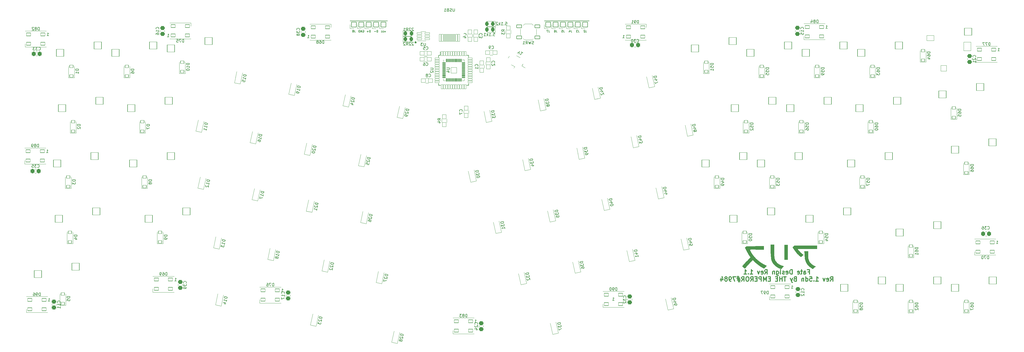
<source format=gbo>
G04 #@! TF.GenerationSoftware,KiCad,Pcbnew,(6.0.2)*
G04 #@! TF.CreationDate,2022-03-31T17:31:01+05:30*
G04 #@! TF.ProjectId,arisu,61726973-752e-46b6-9963-61645f706362,1.1*
G04 #@! TF.SameCoordinates,Original*
G04 #@! TF.FileFunction,Legend,Bot*
G04 #@! TF.FilePolarity,Positive*
%FSLAX46Y46*%
G04 Gerber Fmt 4.6, Leading zero omitted, Abs format (unit mm)*
G04 Created by KiCad (PCBNEW (6.0.2)) date 2022-03-31 17:31:01*
%MOMM*%
%LPD*%
G01*
G04 APERTURE LIST*
G04 Aperture macros list*
%AMRoundRect*
0 Rectangle with rounded corners*
0 $1 Rounding radius*
0 $2 $3 $4 $5 $6 $7 $8 $9 X,Y pos of 4 corners*
0 Add a 4 corners polygon primitive as box body*
4,1,4,$2,$3,$4,$5,$6,$7,$8,$9,$2,$3,0*
0 Add four circle primitives for the rounded corners*
1,1,$1+$1,$2,$3*
1,1,$1+$1,$4,$5*
1,1,$1+$1,$6,$7*
1,1,$1+$1,$8,$9*
0 Add four rect primitives between the rounded corners*
20,1,$1+$1,$2,$3,$4,$5,0*
20,1,$1+$1,$4,$5,$6,$7,0*
20,1,$1+$1,$6,$7,$8,$9,0*
20,1,$1+$1,$8,$9,$2,$3,0*%
G04 Aperture macros list end*
%ADD10C,0.300000*%
%ADD11C,0.150000*%
%ADD12C,0.120000*%
%ADD13C,0.010000*%
%ADD14C,0.500000*%
%ADD15C,3.102000*%
%ADD16C,1.852000*%
%ADD17C,4.089800*%
%ADD18RoundRect,0.051000X-1.507028X-0.957597X0.987249X-1.487772X1.507028X0.957597X-0.987249X1.487772X0*%
%ADD19RoundRect,0.051000X-0.987249X-1.487772X1.507028X-0.957597X0.987249X1.487772X-1.507028X0.957597X0*%
%ADD20C,3.150000*%
%ADD21RoundRect,0.051000X-1.275000X-1.250000X1.275000X-1.250000X1.275000X1.250000X-1.275000X1.250000X0*%
%ADD22RoundRect,0.051000X-1.200000X-0.900000X1.200000X-0.900000X1.200000X0.900000X-1.200000X0.900000X0*%
%ADD23C,4.502000*%
%ADD24C,1.302000*%
%ADD25RoundRect,0.051000X1.000000X-1.000000X1.000000X1.000000X-1.000000X1.000000X-1.000000X-1.000000X0*%
%ADD26C,2.102000*%
%ADD27O,2.602000X3.102000*%
%ADD28RoundRect,0.051000X1.250000X-1.500000X1.250000X1.500000X-1.250000X1.500000X-1.250000X-1.500000X0*%
%ADD29RoundRect,0.051000X0.600000X-0.450000X0.600000X0.450000X-0.600000X0.450000X-0.600000X-0.450000X0*%
%ADD30RoundRect,0.051000X0.625000X-0.750000X0.625000X0.750000X-0.625000X0.750000X-0.625000X-0.750000X0*%
%ADD31RoundRect,0.051000X-0.625000X0.750000X-0.625000X-0.750000X0.625000X-0.750000X0.625000X0.750000X0*%
%ADD32RoundRect,0.051000X-0.750000X-0.625000X0.750000X-0.625000X0.750000X0.625000X-0.750000X0.625000X0*%
%ADD33RoundRect,0.051000X0.750000X0.625000X-0.750000X0.625000X-0.750000X-0.625000X0.750000X-0.625000X0*%
%ADD34RoundRect,0.051000X0.493328X-0.564913X0.680449X0.315419X-0.493328X0.564913X-0.680449X-0.315419X0*%
%ADD35RoundRect,0.051000X0.680449X-0.315419X0.493328X0.564913X-0.680449X0.315419X-0.493328X-0.564913X0*%
%ADD36RoundRect,0.051000X-0.850000X-0.850000X0.850000X-0.850000X0.850000X0.850000X-0.850000X0.850000X0*%
%ADD37RoundRect,0.051000X-0.650000X0.750000X-0.650000X-0.750000X0.650000X-0.750000X0.650000X0.750000X0*%
%ADD38RoundRect,0.051000X0.850000X0.500000X-0.850000X0.500000X-0.850000X-0.500000X0.850000X-0.500000X0*%
%ADD39RoundRect,0.051000X-0.275000X0.750000X-0.275000X-0.750000X0.275000X-0.750000X0.275000X0.750000X0*%
%ADD40RoundRect,0.051000X0.750000X0.275000X-0.750000X0.275000X-0.750000X-0.275000X0.750000X-0.275000X0*%
%ADD41RoundRect,0.051000X1.646586X0.001971X-0.821586X1.426971X-1.646586X-0.001971X0.821586X-1.426971X0*%
%ADD42RoundRect,0.300999X-0.325001X-0.450001X0.325001X-0.450001X0.325001X0.450001X-0.325001X0.450001X0*%
%ADD43RoundRect,0.300999X0.325001X0.450001X-0.325001X0.450001X-0.325001X-0.450001X0.325001X-0.450001X0*%
%ADD44RoundRect,0.051000X-0.780000X-0.325000X0.780000X-0.325000X0.780000X0.325000X-0.780000X0.325000X0*%
%ADD45C,0.752000*%
%ADD46RoundRect,0.051000X-0.300000X-1.225000X0.300000X-1.225000X0.300000X1.225000X-0.300000X1.225000X0*%
%ADD47RoundRect,0.051000X-0.150000X-1.225000X0.150000X-1.225000X0.150000X1.225000X-0.150000X1.225000X0*%
%ADD48O,1.102000X2.202000*%
%ADD49O,1.102000X1.702000*%
%ADD50RoundRect,0.113500X-0.062500X0.475000X-0.062500X-0.475000X0.062500X-0.475000X0.062500X0.475000X0*%
%ADD51RoundRect,0.113500X-0.475000X0.062500X-0.475000X-0.062500X0.475000X-0.062500X0.475000X0.062500X0*%
%ADD52RoundRect,0.051000X-1.000000X1.000000X-1.000000X-1.000000X1.000000X-1.000000X1.000000X1.000000X0*%
%ADD53RoundRect,0.301000X0.475000X-0.337500X0.475000X0.337500X-0.475000X0.337500X-0.475000X-0.337500X0*%
%ADD54RoundRect,0.051000X0.750000X0.500000X-0.750000X0.500000X-0.750000X-0.500000X0.750000X-0.500000X0*%
%ADD55RoundRect,0.301000X0.337500X0.475000X-0.337500X0.475000X-0.337500X-0.475000X0.337500X-0.475000X0*%
%ADD56RoundRect,0.301000X-0.337500X-0.475000X0.337500X-0.475000X0.337500X0.475000X-0.337500X0.475000X0*%
%ADD57RoundRect,0.301000X-0.475000X0.337500X-0.475000X-0.337500X0.475000X-0.337500X0.475000X0.337500X0*%
%ADD58RoundRect,0.051000X-0.750000X-0.500000X0.750000X-0.500000X0.750000X0.500000X-0.750000X0.500000X0*%
G04 APERTURE END LIST*
D10*
X297327885Y-111588357D02*
X297827885Y-111588357D01*
X297827885Y-112374071D02*
X297827885Y-110874071D01*
X297113600Y-110874071D01*
X295899314Y-112374071D02*
X295899314Y-111588357D01*
X295970742Y-111445500D01*
X296113600Y-111374071D01*
X296399314Y-111374071D01*
X296542171Y-111445500D01*
X295899314Y-112302642D02*
X296042171Y-112374071D01*
X296399314Y-112374071D01*
X296542171Y-112302642D01*
X296613600Y-112159785D01*
X296613600Y-112016928D01*
X296542171Y-111874071D01*
X296399314Y-111802642D01*
X296042171Y-111802642D01*
X295899314Y-111731214D01*
X295399314Y-111374071D02*
X294827885Y-111374071D01*
X295185028Y-110874071D02*
X295185028Y-112159785D01*
X295113600Y-112302642D01*
X294970742Y-112374071D01*
X294827885Y-112374071D01*
X293756457Y-112302642D02*
X293899314Y-112374071D01*
X294185028Y-112374071D01*
X294327885Y-112302642D01*
X294399314Y-112159785D01*
X294399314Y-111588357D01*
X294327885Y-111445500D01*
X294185028Y-111374071D01*
X293899314Y-111374071D01*
X293756457Y-111445500D01*
X293685028Y-111588357D01*
X293685028Y-111731214D01*
X294399314Y-111874071D01*
X291899314Y-112374071D02*
X291899314Y-110874071D01*
X291542171Y-110874071D01*
X291327885Y-110945500D01*
X291185028Y-111088357D01*
X291113600Y-111231214D01*
X291042171Y-111516928D01*
X291042171Y-111731214D01*
X291113600Y-112016928D01*
X291185028Y-112159785D01*
X291327885Y-112302642D01*
X291542171Y-112374071D01*
X291899314Y-112374071D01*
X289827885Y-112302642D02*
X289970742Y-112374071D01*
X290256457Y-112374071D01*
X290399314Y-112302642D01*
X290470742Y-112159785D01*
X290470742Y-111588357D01*
X290399314Y-111445500D01*
X290256457Y-111374071D01*
X289970742Y-111374071D01*
X289827885Y-111445500D01*
X289756457Y-111588357D01*
X289756457Y-111731214D01*
X290470742Y-111874071D01*
X289185028Y-112302642D02*
X289042171Y-112374071D01*
X288756457Y-112374071D01*
X288613600Y-112302642D01*
X288542171Y-112159785D01*
X288542171Y-112088357D01*
X288613600Y-111945500D01*
X288756457Y-111874071D01*
X288970742Y-111874071D01*
X289113600Y-111802642D01*
X289185028Y-111659785D01*
X289185028Y-111588357D01*
X289113600Y-111445500D01*
X288970742Y-111374071D01*
X288756457Y-111374071D01*
X288613600Y-111445500D01*
X287899314Y-112374071D02*
X287899314Y-111374071D01*
X287899314Y-110874071D02*
X287970742Y-110945500D01*
X287899314Y-111016928D01*
X287827885Y-110945500D01*
X287899314Y-110874071D01*
X287899314Y-111016928D01*
X286542171Y-111374071D02*
X286542171Y-112588357D01*
X286613599Y-112731214D01*
X286685028Y-112802642D01*
X286827885Y-112874071D01*
X287042171Y-112874071D01*
X287185028Y-112802642D01*
X286542171Y-112302642D02*
X286685028Y-112374071D01*
X286970742Y-112374071D01*
X287113599Y-112302642D01*
X287185028Y-112231214D01*
X287256457Y-112088357D01*
X287256457Y-111659785D01*
X287185028Y-111516928D01*
X287113599Y-111445500D01*
X286970742Y-111374071D01*
X286685028Y-111374071D01*
X286542171Y-111445500D01*
X285827885Y-111374071D02*
X285827885Y-112374071D01*
X285827885Y-111516928D02*
X285756457Y-111445500D01*
X285613600Y-111374071D01*
X285399314Y-111374071D01*
X285256457Y-111445500D01*
X285185028Y-111588357D01*
X285185028Y-112374071D01*
X282470742Y-112374071D02*
X282970742Y-111659785D01*
X283327885Y-112374071D02*
X283327885Y-110874071D01*
X282756457Y-110874071D01*
X282613600Y-110945500D01*
X282542171Y-111016928D01*
X282470742Y-111159785D01*
X282470742Y-111374071D01*
X282542171Y-111516928D01*
X282613600Y-111588357D01*
X282756457Y-111659785D01*
X283327885Y-111659785D01*
X281256457Y-112302642D02*
X281399314Y-112374071D01*
X281685028Y-112374071D01*
X281827885Y-112302642D01*
X281899314Y-112159785D01*
X281899314Y-111588357D01*
X281827885Y-111445500D01*
X281685028Y-111374071D01*
X281399314Y-111374071D01*
X281256457Y-111445500D01*
X281185028Y-111588357D01*
X281185028Y-111731214D01*
X281899314Y-111874071D01*
X280685028Y-111374071D02*
X280327885Y-112374071D01*
X279970742Y-111374071D01*
X277470742Y-112374071D02*
X278327885Y-112374071D01*
X277899314Y-112374071D02*
X277899314Y-110874071D01*
X278042171Y-111088357D01*
X278185028Y-111231214D01*
X278327885Y-111302642D01*
X276827885Y-112231214D02*
X276756457Y-112302642D01*
X276827885Y-112374071D01*
X276899314Y-112302642D01*
X276827885Y-112231214D01*
X276827885Y-112374071D01*
X275327885Y-112374071D02*
X276185028Y-112374071D01*
X275756457Y-112374071D02*
X275756457Y-110874071D01*
X275899314Y-111088357D01*
X276042171Y-111231214D01*
X276185028Y-111302642D01*
X305006457Y-114789071D02*
X305506457Y-114074785D01*
X305863600Y-114789071D02*
X305863600Y-113289071D01*
X305292171Y-113289071D01*
X305149314Y-113360500D01*
X305077885Y-113431928D01*
X305006457Y-113574785D01*
X305006457Y-113789071D01*
X305077885Y-113931928D01*
X305149314Y-114003357D01*
X305292171Y-114074785D01*
X305863600Y-114074785D01*
X303792171Y-114717642D02*
X303935028Y-114789071D01*
X304220742Y-114789071D01*
X304363600Y-114717642D01*
X304435028Y-114574785D01*
X304435028Y-114003357D01*
X304363600Y-113860500D01*
X304220742Y-113789071D01*
X303935028Y-113789071D01*
X303792171Y-113860500D01*
X303720742Y-114003357D01*
X303720742Y-114146214D01*
X304435028Y-114289071D01*
X303220742Y-113789071D02*
X302863600Y-114789071D01*
X302506457Y-113789071D01*
X300006457Y-114789071D02*
X300863600Y-114789071D01*
X300435028Y-114789071D02*
X300435028Y-113289071D01*
X300577885Y-113503357D01*
X300720742Y-113646214D01*
X300863600Y-113717642D01*
X299363600Y-114646214D02*
X299292171Y-114717642D01*
X299363600Y-114789071D01*
X299435028Y-114717642D01*
X299363600Y-114646214D01*
X299363600Y-114789071D01*
X297935028Y-113289071D02*
X298649314Y-113289071D01*
X298720742Y-114003357D01*
X298649314Y-113931928D01*
X298506457Y-113860500D01*
X298149314Y-113860500D01*
X298006457Y-113931928D01*
X297935028Y-114003357D01*
X297863600Y-114146214D01*
X297863600Y-114503357D01*
X297935028Y-114646214D01*
X298006457Y-114717642D01*
X298149314Y-114789071D01*
X298506457Y-114789071D01*
X298649314Y-114717642D01*
X298720742Y-114646214D01*
X296577885Y-114789071D02*
X296577885Y-113289071D01*
X296577885Y-114717642D02*
X296720742Y-114789071D01*
X297006457Y-114789071D01*
X297149314Y-114717642D01*
X297220742Y-114646214D01*
X297292171Y-114503357D01*
X297292171Y-114074785D01*
X297220742Y-113931928D01*
X297149314Y-113860500D01*
X297006457Y-113789071D01*
X296720742Y-113789071D01*
X296577885Y-113860500D01*
X295863600Y-113789071D02*
X295863600Y-114789071D01*
X295863600Y-113931928D02*
X295792171Y-113860500D01*
X295649314Y-113789071D01*
X295435028Y-113789071D01*
X295292171Y-113860500D01*
X295220742Y-114003357D01*
X295220742Y-114789071D01*
X292863600Y-114003357D02*
X292649314Y-114074785D01*
X292577885Y-114146214D01*
X292506457Y-114289071D01*
X292506457Y-114503357D01*
X292577885Y-114646214D01*
X292649314Y-114717642D01*
X292792171Y-114789071D01*
X293363600Y-114789071D01*
X293363600Y-113289071D01*
X292863600Y-113289071D01*
X292720742Y-113360500D01*
X292649314Y-113431928D01*
X292577885Y-113574785D01*
X292577885Y-113717642D01*
X292649314Y-113860500D01*
X292720742Y-113931928D01*
X292863600Y-114003357D01*
X293363600Y-114003357D01*
X292006457Y-113789071D02*
X291649314Y-114789071D01*
X291292171Y-113789071D02*
X291649314Y-114789071D01*
X291792171Y-115146214D01*
X291863600Y-115217642D01*
X292006457Y-115289071D01*
X289792171Y-113289071D02*
X288935028Y-113289071D01*
X289363600Y-114789071D02*
X289363600Y-113289071D01*
X288435028Y-114789071D02*
X288435028Y-113289071D01*
X288435028Y-114003357D02*
X287577885Y-114003357D01*
X287577885Y-114789071D02*
X287577885Y-113289071D01*
X286863600Y-114003357D02*
X286363600Y-114003357D01*
X286149314Y-114789071D02*
X286863600Y-114789071D01*
X286863600Y-113289071D01*
X286149314Y-113289071D01*
X284363600Y-114003357D02*
X283863600Y-114003357D01*
X283649314Y-114789071D02*
X284363600Y-114789071D01*
X284363600Y-113289071D01*
X283649314Y-113289071D01*
X283006457Y-114789071D02*
X283006457Y-113289071D01*
X282506457Y-114360500D01*
X282006457Y-113289071D01*
X282006457Y-114789071D01*
X281292171Y-114789071D02*
X281292171Y-113289071D01*
X280720742Y-113289071D01*
X280577885Y-113360500D01*
X280506457Y-113431928D01*
X280435028Y-113574785D01*
X280435028Y-113789071D01*
X280506457Y-113931928D01*
X280577885Y-114003357D01*
X280720742Y-114074785D01*
X281292171Y-114074785D01*
X279792171Y-114003357D02*
X279292171Y-114003357D01*
X279077885Y-114789071D02*
X279792171Y-114789071D01*
X279792171Y-113289071D01*
X279077885Y-113289071D01*
X277577885Y-114789071D02*
X278077885Y-114074785D01*
X278435028Y-114789071D02*
X278435028Y-113289071D01*
X277863600Y-113289071D01*
X277720742Y-113360500D01*
X277649314Y-113431928D01*
X277577885Y-113574785D01*
X277577885Y-113789071D01*
X277649314Y-113931928D01*
X277720742Y-114003357D01*
X277863600Y-114074785D01*
X278435028Y-114074785D01*
X276649314Y-113289071D02*
X276363600Y-113289071D01*
X276220742Y-113360500D01*
X276077885Y-113503357D01*
X276006457Y-113789071D01*
X276006457Y-114289071D01*
X276077885Y-114574785D01*
X276220742Y-114717642D01*
X276363600Y-114789071D01*
X276649314Y-114789071D01*
X276792171Y-114717642D01*
X276935028Y-114574785D01*
X277006457Y-114289071D01*
X277006457Y-113789071D01*
X276935028Y-113503357D01*
X276792171Y-113360500D01*
X276649314Y-113289071D01*
X274506457Y-114789071D02*
X275006457Y-114074785D01*
X275363600Y-114789071D02*
X275363600Y-113289071D01*
X274792171Y-113289071D01*
X274649314Y-113360500D01*
X274577885Y-113431928D01*
X274506457Y-113574785D01*
X274506457Y-113789071D01*
X274577885Y-113931928D01*
X274649314Y-114003357D01*
X274792171Y-114074785D01*
X275363600Y-114074785D01*
X273935028Y-113789071D02*
X272863600Y-113789071D01*
X273506457Y-113146214D02*
X273935028Y-115074785D01*
X273006457Y-114431928D02*
X274077885Y-114431928D01*
X273435028Y-115074785D02*
X273006457Y-113146214D01*
X272506457Y-113289071D02*
X271506457Y-113289071D01*
X272149314Y-114789071D01*
X270863600Y-114789071D02*
X270577885Y-114789071D01*
X270435028Y-114717642D01*
X270363600Y-114646214D01*
X270220742Y-114431928D01*
X270149314Y-114146214D01*
X270149314Y-113574785D01*
X270220742Y-113431928D01*
X270292171Y-113360500D01*
X270435028Y-113289071D01*
X270720742Y-113289071D01*
X270863600Y-113360500D01*
X270935028Y-113431928D01*
X271006457Y-113574785D01*
X271006457Y-113931928D01*
X270935028Y-114074785D01*
X270863600Y-114146214D01*
X270720742Y-114217642D01*
X270435028Y-114217642D01*
X270292171Y-114146214D01*
X270220742Y-114074785D01*
X270149314Y-113931928D01*
X269292171Y-113931928D02*
X269435028Y-113860500D01*
X269506457Y-113789071D01*
X269577885Y-113646214D01*
X269577885Y-113574785D01*
X269506457Y-113431928D01*
X269435028Y-113360500D01*
X269292171Y-113289071D01*
X269006457Y-113289071D01*
X268863600Y-113360500D01*
X268792171Y-113431928D01*
X268720742Y-113574785D01*
X268720742Y-113646214D01*
X268792171Y-113789071D01*
X268863600Y-113860500D01*
X269006457Y-113931928D01*
X269292171Y-113931928D01*
X269435028Y-114003357D01*
X269506457Y-114074785D01*
X269577885Y-114217642D01*
X269577885Y-114503357D01*
X269506457Y-114646214D01*
X269435028Y-114717642D01*
X269292171Y-114789071D01*
X269006457Y-114789071D01*
X268863600Y-114717642D01*
X268792171Y-114646214D01*
X268720742Y-114503357D01*
X268720742Y-114217642D01*
X268792171Y-114074785D01*
X268863600Y-114003357D01*
X269006457Y-113931928D01*
X267435028Y-113789071D02*
X267435028Y-114789071D01*
X267792171Y-113217642D02*
X268149314Y-114289071D01*
X267220742Y-114289071D01*
D11*
X43574980Y-120114104D02*
X42574980Y-120114104D01*
X42574980Y-120352200D01*
X42622600Y-120495057D01*
X42717838Y-120590295D01*
X42813076Y-120637914D01*
X43003552Y-120685533D01*
X43146409Y-120685533D01*
X43336885Y-120637914D01*
X43432123Y-120590295D01*
X43527361Y-120495057D01*
X43574980Y-120352200D01*
X43574980Y-120114104D01*
X42574980Y-121590295D02*
X42574980Y-121114104D01*
X43051171Y-121066485D01*
X43003552Y-121114104D01*
X42955933Y-121209342D01*
X42955933Y-121447438D01*
X43003552Y-121542676D01*
X43051171Y-121590295D01*
X43146409Y-121637914D01*
X43384504Y-121637914D01*
X43479742Y-121590295D01*
X43527361Y-121542676D01*
X43574980Y-121447438D01*
X43574980Y-121209342D01*
X43527361Y-121114104D01*
X43479742Y-121066485D01*
X45483630Y-79856904D02*
X44483630Y-79856904D01*
X44483630Y-80095000D01*
X44531250Y-80237857D01*
X44626488Y-80333095D01*
X44721726Y-80380714D01*
X44912202Y-80428333D01*
X45055059Y-80428333D01*
X45245535Y-80380714D01*
X45340773Y-80333095D01*
X45436011Y-80237857D01*
X45483630Y-80095000D01*
X45483630Y-79856904D01*
X44483630Y-80761666D02*
X44483630Y-81380714D01*
X44864583Y-81047380D01*
X44864583Y-81190238D01*
X44912202Y-81285476D01*
X44959821Y-81333095D01*
X45055059Y-81380714D01*
X45293154Y-81380714D01*
X45388392Y-81333095D01*
X45436011Y-81285476D01*
X45483630Y-81190238D01*
X45483630Y-80904523D01*
X45436011Y-80809285D01*
X45388392Y-80761666D01*
X47167380Y-60806904D02*
X46167380Y-60806904D01*
X46167380Y-61045000D01*
X46215000Y-61187857D01*
X46310238Y-61283095D01*
X46405476Y-61330714D01*
X46595952Y-61378333D01*
X46738809Y-61378333D01*
X46929285Y-61330714D01*
X47024523Y-61283095D01*
X47119761Y-61187857D01*
X47167380Y-61045000D01*
X47167380Y-60806904D01*
X46262619Y-61759285D02*
X46215000Y-61806904D01*
X46167380Y-61902142D01*
X46167380Y-62140238D01*
X46215000Y-62235476D01*
X46262619Y-62283095D01*
X46357857Y-62330714D01*
X46453095Y-62330714D01*
X46595952Y-62283095D01*
X47167380Y-61711666D01*
X47167380Y-62330714D01*
X185241142Y-30059333D02*
X185288761Y-30011714D01*
X185336380Y-29868857D01*
X185336380Y-29773619D01*
X185288761Y-29630761D01*
X185193523Y-29535523D01*
X185098285Y-29487904D01*
X184907809Y-29440285D01*
X184764952Y-29440285D01*
X184574476Y-29487904D01*
X184479238Y-29535523D01*
X184384000Y-29630761D01*
X184336380Y-29773619D01*
X184336380Y-29868857D01*
X184384000Y-30011714D01*
X184431619Y-30059333D01*
X184336380Y-30392666D02*
X184336380Y-31011714D01*
X184717333Y-30678380D01*
X184717333Y-30821238D01*
X184764952Y-30916476D01*
X184812571Y-30964095D01*
X184907809Y-31011714D01*
X185145904Y-31011714D01*
X185241142Y-30964095D01*
X185288761Y-30916476D01*
X185336380Y-30821238D01*
X185336380Y-30535523D01*
X185288761Y-30440285D01*
X185241142Y-30392666D01*
X178413742Y-56312773D02*
X178461361Y-56265154D01*
X178508980Y-56122297D01*
X178508980Y-56027059D01*
X178461361Y-55884201D01*
X178366123Y-55788963D01*
X178270885Y-55741344D01*
X178080409Y-55693725D01*
X177937552Y-55693725D01*
X177747076Y-55741344D01*
X177651838Y-55788963D01*
X177556600Y-55884201D01*
X177508980Y-56027059D01*
X177508980Y-56122297D01*
X177556600Y-56265154D01*
X177604219Y-56312773D01*
X177508980Y-56646106D02*
X177508980Y-57312773D01*
X178508980Y-56884201D01*
X65617380Y-41756904D02*
X64617380Y-41756904D01*
X64617380Y-41995000D01*
X64665000Y-42137857D01*
X64760238Y-42233095D01*
X64855476Y-42280714D01*
X65045952Y-42328333D01*
X65188809Y-42328333D01*
X65379285Y-42280714D01*
X65474523Y-42233095D01*
X65569761Y-42137857D01*
X65617380Y-41995000D01*
X65617380Y-41756904D01*
X64617380Y-43185476D02*
X64617380Y-42995000D01*
X64665000Y-42899761D01*
X64712619Y-42852142D01*
X64855476Y-42756904D01*
X65045952Y-42709285D01*
X65426904Y-42709285D01*
X65522142Y-42756904D01*
X65569761Y-42804523D01*
X65617380Y-42899761D01*
X65617380Y-43090238D01*
X65569761Y-43185476D01*
X65522142Y-43233095D01*
X65426904Y-43280714D01*
X65188809Y-43280714D01*
X65093571Y-43233095D01*
X65045952Y-43185476D01*
X64998333Y-43090238D01*
X64998333Y-42899761D01*
X65045952Y-42804523D01*
X65093571Y-42756904D01*
X65188809Y-42709285D01*
X167001106Y-44342382D02*
X167048725Y-44390001D01*
X167191582Y-44437620D01*
X167286820Y-44437620D01*
X167429678Y-44390001D01*
X167524916Y-44294763D01*
X167572535Y-44199525D01*
X167620154Y-44009049D01*
X167620154Y-43866192D01*
X167572535Y-43675716D01*
X167524916Y-43580478D01*
X167429678Y-43485240D01*
X167286820Y-43437620D01*
X167191582Y-43437620D01*
X167048725Y-43485240D01*
X167001106Y-43532859D01*
X166429678Y-43866192D02*
X166524916Y-43818573D01*
X166572535Y-43770954D01*
X166620154Y-43675716D01*
X166620154Y-43628097D01*
X166572535Y-43532859D01*
X166524916Y-43485240D01*
X166429678Y-43437620D01*
X166239201Y-43437620D01*
X166143963Y-43485240D01*
X166096344Y-43532859D01*
X166048725Y-43628097D01*
X166048725Y-43675716D01*
X166096344Y-43770954D01*
X166143963Y-43818573D01*
X166239201Y-43866192D01*
X166429678Y-43866192D01*
X166524916Y-43913811D01*
X166572535Y-43961430D01*
X166620154Y-44056668D01*
X166620154Y-44247144D01*
X166572535Y-44342382D01*
X166524916Y-44390001D01*
X166429678Y-44437620D01*
X166239201Y-44437620D01*
X166143963Y-44390001D01*
X166096344Y-44342382D01*
X166048725Y-44247144D01*
X166048725Y-44056668D01*
X166096344Y-43961430D01*
X166143963Y-43913811D01*
X166239201Y-43866192D01*
X71677380Y-79856904D02*
X70677380Y-79856904D01*
X70677380Y-80095000D01*
X70725000Y-80237857D01*
X70820238Y-80333095D01*
X70915476Y-80380714D01*
X71105952Y-80428333D01*
X71248809Y-80428333D01*
X71439285Y-80380714D01*
X71534523Y-80333095D01*
X71629761Y-80237857D01*
X71677380Y-80095000D01*
X71677380Y-79856904D01*
X71105952Y-80999761D02*
X71058333Y-80904523D01*
X71010714Y-80856904D01*
X70915476Y-80809285D01*
X70867857Y-80809285D01*
X70772619Y-80856904D01*
X70725000Y-80904523D01*
X70677380Y-80999761D01*
X70677380Y-81190238D01*
X70725000Y-81285476D01*
X70772619Y-81333095D01*
X70867857Y-81380714D01*
X70915476Y-81380714D01*
X71010714Y-81333095D01*
X71058333Y-81285476D01*
X71105952Y-81190238D01*
X71105952Y-80999761D01*
X71153571Y-80904523D01*
X71201190Y-80856904D01*
X71296428Y-80809285D01*
X71486904Y-80809285D01*
X71582142Y-80856904D01*
X71629761Y-80904523D01*
X71677380Y-80999761D01*
X71677380Y-81190238D01*
X71629761Y-81285476D01*
X71582142Y-81333095D01*
X71486904Y-81380714D01*
X71296428Y-81380714D01*
X71201190Y-81333095D01*
X71153571Y-81285476D01*
X71105952Y-81190238D01*
X70977380Y-60806904D02*
X69977380Y-60806904D01*
X69977380Y-61045000D01*
X70025000Y-61187857D01*
X70120238Y-61283095D01*
X70215476Y-61330714D01*
X70405952Y-61378333D01*
X70548809Y-61378333D01*
X70739285Y-61330714D01*
X70834523Y-61283095D01*
X70929761Y-61187857D01*
X70977380Y-61045000D01*
X70977380Y-60806904D01*
X69977380Y-61711666D02*
X69977380Y-62378333D01*
X70977380Y-61949761D01*
X46071130Y-98906904D02*
X45071130Y-98906904D01*
X45071130Y-99145000D01*
X45118750Y-99287857D01*
X45213988Y-99383095D01*
X45309226Y-99430714D01*
X45499702Y-99478333D01*
X45642559Y-99478333D01*
X45833035Y-99430714D01*
X45928273Y-99383095D01*
X46023511Y-99287857D01*
X46071130Y-99145000D01*
X46071130Y-98906904D01*
X45404464Y-100335476D02*
X46071130Y-100335476D01*
X45023511Y-100097380D02*
X45737797Y-99859285D01*
X45737797Y-100478333D01*
X166048666Y-40461142D02*
X166096285Y-40508761D01*
X166239142Y-40556380D01*
X166334380Y-40556380D01*
X166477238Y-40508761D01*
X166572476Y-40413523D01*
X166620095Y-40318285D01*
X166667714Y-40127809D01*
X166667714Y-39984952D01*
X166620095Y-39794476D01*
X166572476Y-39699238D01*
X166477238Y-39604000D01*
X166334380Y-39556380D01*
X166239142Y-39556380D01*
X166096285Y-39604000D01*
X166048666Y-39651619D01*
X165191523Y-39556380D02*
X165382000Y-39556380D01*
X165477238Y-39604000D01*
X165524857Y-39651619D01*
X165620095Y-39794476D01*
X165667714Y-39984952D01*
X165667714Y-40365904D01*
X165620095Y-40461142D01*
X165572476Y-40508761D01*
X165477238Y-40556380D01*
X165286761Y-40556380D01*
X165191523Y-40508761D01*
X165143904Y-40461142D01*
X165096285Y-40365904D01*
X165096285Y-40127809D01*
X165143904Y-40032571D01*
X165191523Y-39984952D01*
X165286761Y-39937333D01*
X165477238Y-39937333D01*
X165572476Y-39984952D01*
X165620095Y-40032571D01*
X165667714Y-40127809D01*
X179709142Y-30059333D02*
X179756761Y-30011714D01*
X179804380Y-29868857D01*
X179804380Y-29773619D01*
X179756761Y-29630761D01*
X179661523Y-29535523D01*
X179566285Y-29487904D01*
X179375809Y-29440285D01*
X179232952Y-29440285D01*
X179042476Y-29487904D01*
X178947238Y-29535523D01*
X178852000Y-29630761D01*
X178804380Y-29773619D01*
X178804380Y-29868857D01*
X178852000Y-30011714D01*
X178899619Y-30059333D01*
X179137714Y-30916476D02*
X179804380Y-30916476D01*
X178756761Y-30678380D02*
X179471047Y-30440285D01*
X179471047Y-31059333D01*
X122878474Y-47746126D02*
X121900326Y-47538214D01*
X121850824Y-47771107D01*
X121867700Y-47920743D01*
X121941056Y-48033701D01*
X122024313Y-48100080D01*
X122200726Y-48186261D01*
X122340461Y-48215963D01*
X122536676Y-48208986D01*
X122639733Y-48182209D01*
X122752691Y-48108853D01*
X122828971Y-47979018D01*
X122878474Y-47746126D01*
X122561656Y-49236637D02*
X122680463Y-48677695D01*
X122621060Y-48957166D02*
X121642912Y-48749254D01*
X121802448Y-48685799D01*
X121915406Y-48612443D01*
X121981786Y-48529187D01*
X122462651Y-49702421D02*
X122423048Y-49888735D01*
X122356669Y-49971992D01*
X122300190Y-50008669D01*
X122140653Y-50072125D01*
X121944439Y-50079101D01*
X121571811Y-49999896D01*
X121488555Y-49933517D01*
X121451877Y-49877038D01*
X121425100Y-49773980D01*
X121464702Y-49587667D01*
X121531082Y-49504410D01*
X121587561Y-49467732D01*
X121690618Y-49440955D01*
X121923510Y-49490458D01*
X122006767Y-49556837D01*
X122043445Y-49613316D01*
X122070222Y-49716374D01*
X122030620Y-49902688D01*
X121964240Y-49985944D01*
X121907761Y-50022622D01*
X121804704Y-50049399D01*
X130327547Y-127231876D02*
X129349399Y-127023964D01*
X129299897Y-127256857D01*
X129316773Y-127406493D01*
X129390129Y-127519451D01*
X129473386Y-127585830D01*
X129649799Y-127672011D01*
X129789534Y-127701713D01*
X129985749Y-127694736D01*
X130088806Y-127667959D01*
X130201764Y-127594603D01*
X130278044Y-127464768D01*
X130327547Y-127231876D01*
X129244545Y-127975335D02*
X129188066Y-128012013D01*
X129121687Y-128095269D01*
X129072184Y-128328161D01*
X129098961Y-128431219D01*
X129135639Y-128487698D01*
X129218895Y-128554077D01*
X129312052Y-128573878D01*
X129461688Y-128557002D01*
X130139436Y-128116867D01*
X130010729Y-128722387D01*
X128963278Y-128840524D02*
X128834570Y-129446044D01*
X129276502Y-129199199D01*
X129246800Y-129338935D01*
X129273578Y-129441992D01*
X129310256Y-129498471D01*
X129393512Y-129564851D01*
X129626404Y-129614354D01*
X129729462Y-129587576D01*
X129785941Y-129550898D01*
X129852320Y-129467642D01*
X129911724Y-129188171D01*
X129884946Y-129085114D01*
X129848268Y-129028635D01*
X134288273Y-108598166D02*
X133310125Y-108390254D01*
X133260623Y-108623147D01*
X133277499Y-108772783D01*
X133350855Y-108885741D01*
X133434112Y-108952120D01*
X133610525Y-109038301D01*
X133750260Y-109068003D01*
X133946475Y-109061026D01*
X134049532Y-109034249D01*
X134162490Y-108960893D01*
X134238770Y-108831058D01*
X134288273Y-108598166D01*
X133205271Y-109341625D02*
X133148792Y-109378303D01*
X133082413Y-109461559D01*
X133032910Y-109694451D01*
X133059687Y-109797509D01*
X133096365Y-109853988D01*
X133179621Y-109920367D01*
X133272778Y-109940168D01*
X133422414Y-109923292D01*
X134100162Y-109483157D01*
X133971455Y-110088677D01*
X133007260Y-110273194D02*
X132950781Y-110309872D01*
X132884402Y-110393128D01*
X132834899Y-110626020D01*
X132861676Y-110729078D01*
X132898354Y-110785557D01*
X132981610Y-110851936D01*
X133074767Y-110871738D01*
X133224403Y-110854861D01*
X133902151Y-110414726D01*
X133773444Y-111020246D01*
X90967105Y-60438751D02*
X89988957Y-60230839D01*
X89939455Y-60463732D01*
X89956331Y-60613368D01*
X90029687Y-60726326D01*
X90112944Y-60792705D01*
X90289357Y-60878886D01*
X90429092Y-60908588D01*
X90625307Y-60901611D01*
X90728364Y-60874834D01*
X90841322Y-60801478D01*
X90917602Y-60671643D01*
X90967105Y-60438751D01*
X90650287Y-61929262D02*
X90769094Y-61370320D01*
X90709691Y-61649791D02*
X89731543Y-61441879D01*
X89891079Y-61378424D01*
X90004037Y-61305068D01*
X90070417Y-61221812D01*
X90452276Y-62860831D02*
X90571083Y-62301889D01*
X90511679Y-62581360D02*
X89533532Y-62373448D01*
X89693068Y-62309993D01*
X89806026Y-62236637D01*
X89872406Y-62153381D01*
X84667380Y-39780329D02*
X83667380Y-39780329D01*
X83667380Y-40018424D01*
X83715000Y-40161281D01*
X83810238Y-40256519D01*
X83905476Y-40304138D01*
X84095952Y-40351757D01*
X84238809Y-40351757D01*
X84429285Y-40304138D01*
X84524523Y-40256519D01*
X84619761Y-40161281D01*
X84667380Y-40018424D01*
X84667380Y-39780329D01*
X84667380Y-41304138D02*
X84667380Y-40732710D01*
X84667380Y-41018424D02*
X83667380Y-41018424D01*
X83810238Y-40923186D01*
X83905476Y-40827948D01*
X83953095Y-40732710D01*
X83667380Y-41923186D02*
X83667380Y-42018424D01*
X83715000Y-42113662D01*
X83762619Y-42161281D01*
X83857857Y-42208900D01*
X84048333Y-42256519D01*
X84286428Y-42256519D01*
X84476904Y-42208900D01*
X84572142Y-42161281D01*
X84619761Y-42113662D01*
X84667380Y-42018424D01*
X84667380Y-41923186D01*
X84619761Y-41827948D01*
X84572142Y-41780329D01*
X84476904Y-41732710D01*
X84286428Y-41685091D01*
X84048333Y-41685091D01*
X83857857Y-41732710D01*
X83762619Y-41780329D01*
X83715000Y-41827948D01*
X83667380Y-41923186D01*
X152921983Y-112558893D02*
X151943835Y-112350981D01*
X151894333Y-112583874D01*
X151911209Y-112733510D01*
X151984565Y-112846468D01*
X152067822Y-112912847D01*
X152244235Y-112999028D01*
X152383970Y-113028730D01*
X152580185Y-113021753D01*
X152683242Y-112994976D01*
X152796200Y-112921620D01*
X152872480Y-112791785D01*
X152921983Y-112558893D01*
X151838981Y-113302352D02*
X151782502Y-113339030D01*
X151716123Y-113422286D01*
X151666620Y-113655178D01*
X151693397Y-113758236D01*
X151730075Y-113814715D01*
X151813331Y-113881094D01*
X151906488Y-113900895D01*
X152056124Y-113884019D01*
X152733872Y-113443884D01*
X152605165Y-114049404D01*
X151557714Y-114167541D02*
X151419106Y-114819640D01*
X152486359Y-114608345D01*
X128234525Y-68360204D02*
X127256377Y-68152292D01*
X127206875Y-68385185D01*
X127223751Y-68534821D01*
X127297107Y-68647779D01*
X127380364Y-68714158D01*
X127556777Y-68800339D01*
X127696512Y-68830041D01*
X127892727Y-68823064D01*
X127995784Y-68796287D01*
X128108742Y-68722931D01*
X128185022Y-68593096D01*
X128234525Y-68360204D01*
X127151523Y-69103663D02*
X127095044Y-69140341D01*
X127028665Y-69223597D01*
X126979162Y-69456489D01*
X127005939Y-69559547D01*
X127042617Y-69616026D01*
X127125873Y-69682405D01*
X127219030Y-69702206D01*
X127368666Y-69685330D01*
X128046414Y-69245195D01*
X127917707Y-69850715D01*
X126810852Y-70248323D02*
X126791051Y-70341480D01*
X126817829Y-70444537D01*
X126854507Y-70501016D01*
X126937763Y-70567396D01*
X127114176Y-70653577D01*
X127347068Y-70703079D01*
X127543283Y-70696103D01*
X127646340Y-70669326D01*
X127702819Y-70632648D01*
X127769199Y-70549392D01*
X127789000Y-70456235D01*
X127762223Y-70353177D01*
X127725545Y-70296698D01*
X127642288Y-70230319D01*
X127465875Y-70144138D01*
X127232983Y-70094635D01*
X127036768Y-70101611D01*
X126933711Y-70128389D01*
X126877232Y-70165067D01*
X126810852Y-70248323D01*
X97020854Y-100676713D02*
X96042706Y-100468801D01*
X95993204Y-100701694D01*
X96010080Y-100851330D01*
X96083436Y-100964288D01*
X96166693Y-101030667D01*
X96343106Y-101116848D01*
X96482841Y-101146550D01*
X96679056Y-101139573D01*
X96782113Y-101112796D01*
X96895071Y-101039440D01*
X96971351Y-100909605D01*
X97020854Y-100676713D01*
X96704036Y-102167224D02*
X96822843Y-101608282D01*
X96763440Y-101887753D02*
X95785292Y-101679841D01*
X95944828Y-101616386D01*
X96057786Y-101543030D01*
X96124166Y-101459774D01*
X95656585Y-102285361D02*
X95527877Y-102890881D01*
X95969809Y-102644036D01*
X95940107Y-102783772D01*
X95966885Y-102886829D01*
X96003563Y-102943308D01*
X96086819Y-103009688D01*
X96319711Y-103059191D01*
X96422769Y-103032413D01*
X96479248Y-102995735D01*
X96545627Y-102912479D01*
X96605031Y-102633008D01*
X96578253Y-102529951D01*
X96541575Y-102473472D01*
X110298482Y-84023371D02*
X109320334Y-83815459D01*
X109270832Y-84048352D01*
X109287708Y-84197988D01*
X109361064Y-84310946D01*
X109444321Y-84377325D01*
X109620734Y-84463506D01*
X109760469Y-84493208D01*
X109956684Y-84486231D01*
X110059741Y-84459454D01*
X110172699Y-84386098D01*
X110248979Y-84256263D01*
X110298482Y-84023371D01*
X109981664Y-85513882D02*
X110100471Y-84954940D01*
X110041068Y-85234411D02*
X109062920Y-85026499D01*
X109222456Y-84963044D01*
X109335414Y-84889688D01*
X109401794Y-84806432D01*
X108934213Y-85632019D02*
X108795605Y-86284118D01*
X109862858Y-86072823D01*
X97718555Y-120300601D02*
X96740407Y-120092689D01*
X96690905Y-120325582D01*
X96707781Y-120475218D01*
X96781137Y-120588176D01*
X96864394Y-120654555D01*
X97040807Y-120740736D01*
X97180542Y-120770438D01*
X97376757Y-120763461D01*
X97479814Y-120736684D01*
X97592772Y-120663328D01*
X97669052Y-120533493D01*
X97718555Y-120300601D01*
X97401737Y-121791112D02*
X97520544Y-121232170D01*
X97461141Y-121511641D02*
X96482993Y-121303729D01*
X96642529Y-121240274D01*
X96755487Y-121166918D01*
X96821867Y-121083662D01*
X96571429Y-122490916D02*
X97223527Y-122629524D01*
X96248304Y-122178819D02*
X96996484Y-122094436D01*
X96867776Y-122699955D01*
X146868235Y-72320931D02*
X145890087Y-72113019D01*
X145840585Y-72345912D01*
X145857461Y-72495548D01*
X145930817Y-72608506D01*
X146014074Y-72674885D01*
X146190487Y-72761066D01*
X146330222Y-72790768D01*
X146526437Y-72783791D01*
X146629494Y-72757014D01*
X146742452Y-72683658D01*
X146818732Y-72553823D01*
X146868235Y-72320931D01*
X145785233Y-73064390D02*
X145728754Y-73101068D01*
X145662375Y-73184324D01*
X145612872Y-73417216D01*
X145639649Y-73520274D01*
X145676327Y-73576753D01*
X145759583Y-73643132D01*
X145852740Y-73662933D01*
X146002376Y-73646057D01*
X146680124Y-73205922D01*
X146551417Y-73811442D01*
X145385159Y-74488521D02*
X145484165Y-74022736D01*
X145959850Y-74075163D01*
X145903371Y-74111841D01*
X145836991Y-74195098D01*
X145787488Y-74427990D01*
X145814266Y-74531047D01*
X145850944Y-74587526D01*
X145934200Y-74653906D01*
X146167092Y-74703409D01*
X146270150Y-74676631D01*
X146326629Y-74639953D01*
X146393008Y-74556697D01*
X146442511Y-74323805D01*
X146415734Y-74220747D01*
X146379056Y-74164268D01*
X91664772Y-80062644D02*
X90686624Y-79854732D01*
X90637122Y-80087625D01*
X90653998Y-80237261D01*
X90727354Y-80350219D01*
X90810611Y-80416598D01*
X90987024Y-80502779D01*
X91126759Y-80532481D01*
X91322974Y-80525504D01*
X91426031Y-80498727D01*
X91538989Y-80425371D01*
X91615269Y-80295536D01*
X91664772Y-80062644D01*
X91347954Y-81553155D02*
X91466761Y-80994213D01*
X91407358Y-81273684D02*
X90429210Y-81065772D01*
X90588746Y-81002317D01*
X90701704Y-80928961D01*
X90768084Y-80845705D01*
X90383759Y-81737672D02*
X90327280Y-81774350D01*
X90260901Y-81857606D01*
X90211398Y-82090498D01*
X90238175Y-82193556D01*
X90274853Y-82250035D01*
X90358109Y-82316414D01*
X90451266Y-82336216D01*
X90600902Y-82319339D01*
X91278650Y-81879204D01*
X91149943Y-82484724D01*
X141512186Y-51706844D02*
X140534038Y-51498932D01*
X140484536Y-51731825D01*
X140501412Y-51881461D01*
X140574768Y-51994419D01*
X140658025Y-52060798D01*
X140834438Y-52146979D01*
X140974173Y-52176681D01*
X141170388Y-52169704D01*
X141273445Y-52142927D01*
X141386403Y-52069571D01*
X141462683Y-51939736D01*
X141512186Y-51706844D01*
X140429184Y-52450303D02*
X140372705Y-52486981D01*
X140306326Y-52570237D01*
X140256823Y-52803129D01*
X140283600Y-52906187D01*
X140320278Y-52962666D01*
X140403534Y-53029045D01*
X140496691Y-53048846D01*
X140646327Y-53031970D01*
X141324075Y-52591835D01*
X141195368Y-53197355D01*
X140365060Y-53897159D02*
X141017158Y-54035767D01*
X140041935Y-53585062D02*
X140790115Y-53500679D01*
X140661407Y-54106198D01*
X128932192Y-87984098D02*
X127954044Y-87776186D01*
X127904542Y-88009079D01*
X127921418Y-88158715D01*
X127994774Y-88271673D01*
X128078031Y-88338052D01*
X128254444Y-88424233D01*
X128394179Y-88453935D01*
X128590394Y-88446958D01*
X128693451Y-88420181D01*
X128806409Y-88346825D01*
X128882689Y-88216990D01*
X128932192Y-87984098D01*
X127849190Y-88727557D02*
X127792711Y-88764235D01*
X127726332Y-88847491D01*
X127676829Y-89080383D01*
X127703606Y-89183441D01*
X127740284Y-89239920D01*
X127823540Y-89306299D01*
X127916697Y-89326100D01*
X128066333Y-89309224D01*
X128744081Y-88869089D01*
X128615374Y-89474609D01*
X128417363Y-90406178D02*
X128536170Y-89847236D01*
X128476766Y-90126707D02*
X127498619Y-89918795D01*
X127658155Y-89855340D01*
X127771113Y-89781984D01*
X127837493Y-89698728D01*
X109600815Y-64399477D02*
X108622667Y-64191565D01*
X108573165Y-64424458D01*
X108590041Y-64574094D01*
X108663397Y-64687052D01*
X108746654Y-64753431D01*
X108923067Y-64839612D01*
X109062802Y-64869314D01*
X109259017Y-64862337D01*
X109362074Y-64835560D01*
X109475032Y-64762204D01*
X109551312Y-64632369D01*
X109600815Y-64399477D01*
X109283997Y-65889988D02*
X109402804Y-65331046D01*
X109343401Y-65610517D02*
X108365253Y-65402605D01*
X108524789Y-65339150D01*
X108637747Y-65265794D01*
X108704127Y-65182538D01*
X108127640Y-66520488D02*
X108167242Y-66334174D01*
X108233621Y-66250918D01*
X108290100Y-66214240D01*
X108449637Y-66150785D01*
X108645851Y-66143809D01*
X109018479Y-66223013D01*
X109101735Y-66289393D01*
X109138413Y-66345872D01*
X109165191Y-66448929D01*
X109125588Y-66635243D01*
X109059209Y-66718499D01*
X109002730Y-66755177D01*
X108899672Y-66781955D01*
X108666780Y-66732452D01*
X108583524Y-66666072D01*
X108546846Y-66609593D01*
X108520068Y-66506536D01*
X108559671Y-66320222D01*
X108626050Y-66236966D01*
X108682529Y-66200288D01*
X108785587Y-66173510D01*
X115654564Y-104637439D02*
X114676416Y-104429527D01*
X114626914Y-104662420D01*
X114643790Y-104812056D01*
X114717146Y-104925014D01*
X114800403Y-104991393D01*
X114976816Y-105077574D01*
X115116551Y-105107276D01*
X115312766Y-105100299D01*
X115415823Y-105073522D01*
X115528781Y-105000166D01*
X115605061Y-104870331D01*
X115654564Y-104637439D01*
X115337746Y-106127950D02*
X115456553Y-105569008D01*
X115397150Y-105848479D02*
X114419002Y-105640567D01*
X114578538Y-105577112D01*
X114691496Y-105503756D01*
X114757876Y-105420500D01*
X114659998Y-106568085D02*
X114633221Y-106465027D01*
X114596543Y-106408548D01*
X114513286Y-106342169D01*
X114466708Y-106332268D01*
X114363651Y-106359045D01*
X114307172Y-106395723D01*
X114240792Y-106478980D01*
X114201190Y-106665293D01*
X114227967Y-106768351D01*
X114264645Y-106824830D01*
X114347901Y-106891209D01*
X114394480Y-106901110D01*
X114497537Y-106874333D01*
X114554016Y-106837655D01*
X114620396Y-106754398D01*
X114659998Y-106568085D01*
X114726378Y-106484828D01*
X114782857Y-106448150D01*
X114885914Y-106421373D01*
X115072228Y-106460975D01*
X115155484Y-106527355D01*
X115192162Y-106583834D01*
X115218940Y-106686891D01*
X115179337Y-106873205D01*
X115112958Y-106956461D01*
X115056479Y-106993139D01*
X114953421Y-107019917D01*
X114767107Y-106980314D01*
X114683851Y-106913935D01*
X114647173Y-106857456D01*
X114620396Y-106754398D01*
X147565902Y-91944825D02*
X146587754Y-91736913D01*
X146538252Y-91969806D01*
X146555128Y-92119442D01*
X146628484Y-92232400D01*
X146711741Y-92298779D01*
X146888154Y-92384960D01*
X147027889Y-92414662D01*
X147224104Y-92407685D01*
X147327161Y-92380908D01*
X147440119Y-92307552D01*
X147516399Y-92177717D01*
X147565902Y-91944825D01*
X146482900Y-92688284D02*
X146426421Y-92724962D01*
X146360042Y-92808218D01*
X146310539Y-93041110D01*
X146337316Y-93144168D01*
X146373994Y-93200647D01*
X146457250Y-93267026D01*
X146550407Y-93286827D01*
X146700043Y-93269951D01*
X147377791Y-92829816D01*
X147249084Y-93435336D01*
X146092727Y-94065836D02*
X146132329Y-93879522D01*
X146198708Y-93796266D01*
X146255187Y-93759588D01*
X146414724Y-93696133D01*
X146610938Y-93689157D01*
X146983566Y-93768361D01*
X147066822Y-93834741D01*
X147103500Y-93891220D01*
X147130278Y-93994277D01*
X147090675Y-94180591D01*
X147024296Y-94263847D01*
X146967817Y-94300525D01*
X146864759Y-94327303D01*
X146631867Y-94277800D01*
X146548611Y-94211420D01*
X146511933Y-94154941D01*
X146485155Y-94051884D01*
X146524758Y-93865570D01*
X146591137Y-93782314D01*
X146647616Y-93745636D01*
X146750674Y-93718858D01*
X335152329Y-103193217D02*
X334152329Y-103193217D01*
X334152329Y-103431312D01*
X334199949Y-103574169D01*
X334295187Y-103669407D01*
X334390425Y-103717026D01*
X334580901Y-103764645D01*
X334723758Y-103764645D01*
X334914234Y-103717026D01*
X335009472Y-103669407D01*
X335104710Y-103574169D01*
X335152329Y-103431312D01*
X335152329Y-103193217D01*
X334152329Y-104621788D02*
X334152329Y-104431312D01*
X334199949Y-104336074D01*
X334247568Y-104288455D01*
X334390425Y-104193217D01*
X334580901Y-104145598D01*
X334961853Y-104145598D01*
X335057091Y-104193217D01*
X335104710Y-104240836D01*
X335152329Y-104336074D01*
X335152329Y-104526550D01*
X335104710Y-104621788D01*
X335057091Y-104669407D01*
X334961853Y-104717026D01*
X334723758Y-104717026D01*
X334628520Y-104669407D01*
X334580901Y-104621788D01*
X334533282Y-104526550D01*
X334533282Y-104336074D01*
X334580901Y-104240836D01*
X334628520Y-104193217D01*
X334723758Y-104145598D01*
X335152329Y-105669407D02*
X335152329Y-105097979D01*
X335152329Y-105383693D02*
X334152329Y-105383693D01*
X334295187Y-105288455D01*
X334390425Y-105193217D01*
X334438044Y-105097979D01*
X283847380Y-41280714D02*
X282847380Y-41280714D01*
X282847380Y-41518809D01*
X282895000Y-41661666D01*
X282990238Y-41756904D01*
X283085476Y-41804523D01*
X283275952Y-41852142D01*
X283418809Y-41852142D01*
X283609285Y-41804523D01*
X283704523Y-41756904D01*
X283799761Y-41661666D01*
X283847380Y-41518809D01*
X283847380Y-41280714D01*
X282847380Y-42756904D02*
X282847380Y-42280714D01*
X283323571Y-42233095D01*
X283275952Y-42280714D01*
X283228333Y-42375952D01*
X283228333Y-42614047D01*
X283275952Y-42709285D01*
X283323571Y-42756904D01*
X283418809Y-42804523D01*
X283656904Y-42804523D01*
X283752142Y-42756904D01*
X283799761Y-42709285D01*
X283847380Y-42614047D01*
X283847380Y-42375952D01*
X283799761Y-42280714D01*
X283752142Y-42233095D01*
X282847380Y-43709285D02*
X282847380Y-43233095D01*
X283323571Y-43185476D01*
X283275952Y-43233095D01*
X283228333Y-43328333D01*
X283228333Y-43566428D01*
X283275952Y-43661666D01*
X283323571Y-43709285D01*
X283418809Y-43756904D01*
X283656904Y-43756904D01*
X283752142Y-43709285D01*
X283799761Y-43661666D01*
X283847380Y-43566428D01*
X283847380Y-43328333D01*
X283799761Y-43233095D01*
X283752142Y-43185476D01*
X239910884Y-64719745D02*
X238932736Y-64927656D01*
X238982239Y-65160549D01*
X239058519Y-65290383D01*
X239171477Y-65363739D01*
X239274534Y-65390516D01*
X239470749Y-65397493D01*
X239610484Y-65367791D01*
X239786897Y-65281610D01*
X239870154Y-65215231D01*
X239943510Y-65102273D01*
X239960386Y-64952637D01*
X239910884Y-64719745D01*
X239555802Y-66255706D02*
X240207900Y-66117098D01*
X239133672Y-66102018D02*
X239782846Y-65720618D01*
X239911553Y-66326138D01*
X239318858Y-66744216D02*
X239447565Y-67349736D01*
X239750889Y-66944482D01*
X239780590Y-67084218D01*
X239846970Y-67167474D01*
X239903449Y-67204152D01*
X240006506Y-67230929D01*
X240239399Y-67181427D01*
X240322655Y-67115047D01*
X240359333Y-67058568D01*
X240386110Y-66955510D01*
X240326707Y-66676040D01*
X240260327Y-66592783D01*
X240203848Y-66556105D01*
X304196149Y-98430712D02*
X303196149Y-98430712D01*
X303196149Y-98668807D01*
X303243769Y-98811664D01*
X303339007Y-98906902D01*
X303434245Y-98954521D01*
X303624721Y-99002140D01*
X303767578Y-99002140D01*
X303958054Y-98954521D01*
X304053292Y-98906902D01*
X304148530Y-98811664D01*
X304196149Y-98668807D01*
X304196149Y-98430712D01*
X303196149Y-99906902D02*
X303196149Y-99430712D01*
X303672340Y-99383093D01*
X303624721Y-99430712D01*
X303577102Y-99525950D01*
X303577102Y-99764045D01*
X303624721Y-99859283D01*
X303672340Y-99906902D01*
X303767578Y-99954521D01*
X304005673Y-99954521D01*
X304100911Y-99906902D01*
X304148530Y-99859283D01*
X304196149Y-99764045D01*
X304196149Y-99525950D01*
X304148530Y-99430712D01*
X304100911Y-99383093D01*
X303529483Y-100811664D02*
X304196149Y-100811664D01*
X303148530Y-100573569D02*
X303862816Y-100335474D01*
X303862816Y-100954521D01*
X278487380Y-60330714D02*
X277487380Y-60330714D01*
X277487380Y-60568809D01*
X277535000Y-60711666D01*
X277630238Y-60806904D01*
X277725476Y-60854523D01*
X277915952Y-60902142D01*
X278058809Y-60902142D01*
X278249285Y-60854523D01*
X278344523Y-60806904D01*
X278439761Y-60711666D01*
X278487380Y-60568809D01*
X278487380Y-60330714D01*
X277487380Y-61806904D02*
X277487380Y-61330714D01*
X277963571Y-61283095D01*
X277915952Y-61330714D01*
X277868333Y-61425952D01*
X277868333Y-61664047D01*
X277915952Y-61759285D01*
X277963571Y-61806904D01*
X278058809Y-61854523D01*
X278296904Y-61854523D01*
X278392142Y-61806904D01*
X278439761Y-61759285D01*
X278487380Y-61664047D01*
X278487380Y-61425952D01*
X278439761Y-61330714D01*
X278392142Y-61283095D01*
X277582619Y-62235476D02*
X277535000Y-62283095D01*
X277487380Y-62378333D01*
X277487380Y-62616428D01*
X277535000Y-62711666D01*
X277582619Y-62759285D01*
X277677857Y-62806904D01*
X277773095Y-62806904D01*
X277915952Y-62759285D01*
X278487380Y-62187857D01*
X278487380Y-62806904D01*
X264797380Y-39780329D02*
X263797380Y-39780329D01*
X263797380Y-40018424D01*
X263845000Y-40161281D01*
X263940238Y-40256519D01*
X264035476Y-40304138D01*
X264225952Y-40351757D01*
X264368809Y-40351757D01*
X264559285Y-40304138D01*
X264654523Y-40256519D01*
X264749761Y-40161281D01*
X264797380Y-40018424D01*
X264797380Y-39780329D01*
X263797380Y-41256519D02*
X263797380Y-40780329D01*
X264273571Y-40732710D01*
X264225952Y-40780329D01*
X264178333Y-40875567D01*
X264178333Y-41113662D01*
X264225952Y-41208900D01*
X264273571Y-41256519D01*
X264368809Y-41304138D01*
X264606904Y-41304138D01*
X264702142Y-41256519D01*
X264749761Y-41208900D01*
X264797380Y-41113662D01*
X264797380Y-40875567D01*
X264749761Y-40780329D01*
X264702142Y-40732710D01*
X264797380Y-42256519D02*
X264797380Y-41685091D01*
X264797380Y-41970805D02*
X263797380Y-41970805D01*
X263940238Y-41875567D01*
X264035476Y-41780329D01*
X264083095Y-41685091D01*
X192628870Y-94245450D02*
X191650722Y-94453361D01*
X191700225Y-94686254D01*
X191776505Y-94816088D01*
X191889463Y-94889444D01*
X191992520Y-94916221D01*
X192188735Y-94923198D01*
X192328470Y-94893496D01*
X192504883Y-94807315D01*
X192588140Y-94740936D01*
X192661496Y-94627978D01*
X192678372Y-94478342D01*
X192628870Y-94245450D01*
X191838833Y-95338352D02*
X191967540Y-95943872D01*
X192270864Y-95538618D01*
X192300565Y-95678354D01*
X192366945Y-95761610D01*
X192423424Y-95798288D01*
X192526481Y-95825065D01*
X192759374Y-95775562D01*
X192842630Y-95709183D01*
X192879308Y-95652704D01*
X192906085Y-95549646D01*
X192846682Y-95270176D01*
X192780302Y-95186919D01*
X192723823Y-95150241D01*
X193143699Y-96667529D02*
X193024892Y-96108588D01*
X193084295Y-96388059D02*
X192106148Y-96595970D01*
X192226082Y-96473112D01*
X192299438Y-96360154D01*
X192326215Y-96257096D01*
X251793028Y-120620897D02*
X250814880Y-120828808D01*
X250864383Y-121061701D01*
X250940663Y-121191535D01*
X251053621Y-121264891D01*
X251156678Y-121291668D01*
X251352893Y-121298645D01*
X251492628Y-121268943D01*
X251669041Y-121182762D01*
X251752298Y-121116383D01*
X251825654Y-121003425D01*
X251842530Y-120853789D01*
X251793028Y-120620897D01*
X251437946Y-122156858D02*
X252090044Y-122018250D01*
X251015816Y-122003170D02*
X251664990Y-121621770D01*
X251793697Y-122227290D01*
X251309908Y-123157731D02*
X251270306Y-122971417D01*
X251297083Y-122868360D01*
X251333761Y-122811881D01*
X251453695Y-122689022D01*
X251630108Y-122602842D01*
X252002736Y-122523637D01*
X252105794Y-122550414D01*
X252162273Y-122587092D01*
X252228652Y-122670349D01*
X252268254Y-122856662D01*
X252241477Y-122959720D01*
X252204799Y-123016199D01*
X252121543Y-123082579D01*
X251888650Y-123132081D01*
X251785593Y-123105304D01*
X251729114Y-123068626D01*
X251662734Y-122985370D01*
X251623132Y-122799056D01*
X251649910Y-122695998D01*
X251686587Y-122639519D01*
X251769844Y-122573140D01*
X229896293Y-86324015D02*
X228918145Y-86531926D01*
X228967648Y-86764819D01*
X229043928Y-86894653D01*
X229156886Y-86968009D01*
X229259943Y-86994786D01*
X229456158Y-87001763D01*
X229595893Y-86972061D01*
X229772306Y-86885880D01*
X229855563Y-86819501D01*
X229928919Y-86706543D01*
X229945795Y-86556907D01*
X229896293Y-86324015D01*
X229541211Y-87859976D02*
X230193309Y-87721368D01*
X229119081Y-87706288D02*
X229768255Y-87324888D01*
X229896962Y-87930408D01*
X229363670Y-88627957D02*
X229383471Y-88721114D01*
X229449851Y-88804370D01*
X229506330Y-88841048D01*
X229609387Y-88867825D01*
X229805602Y-88874802D01*
X230038494Y-88825299D01*
X230214907Y-88739118D01*
X230298164Y-88672739D01*
X230334841Y-88616260D01*
X230361619Y-88513202D01*
X230341818Y-88420045D01*
X230275438Y-88336789D01*
X230218959Y-88300111D01*
X230115902Y-88273334D01*
X229919687Y-88266357D01*
X229686795Y-88315860D01*
X229510382Y-88402041D01*
X229427125Y-88468420D01*
X229390447Y-88524899D01*
X229363670Y-88627957D01*
X158278120Y-133172922D02*
X157299972Y-132965010D01*
X157250470Y-133197903D01*
X157267346Y-133347539D01*
X157340702Y-133460497D01*
X157423959Y-133526876D01*
X157600372Y-133613057D01*
X157740107Y-133642759D01*
X157936322Y-133635782D01*
X158039379Y-133609005D01*
X158152337Y-133535649D01*
X158228617Y-133405814D01*
X158278120Y-133172922D01*
X157195118Y-133916381D02*
X157138639Y-133953059D01*
X157072260Y-134036315D01*
X157022757Y-134269207D01*
X157049534Y-134372265D01*
X157086212Y-134428744D01*
X157169468Y-134495123D01*
X157262625Y-134514924D01*
X157412261Y-134498048D01*
X158090009Y-134057913D01*
X157961302Y-134663433D01*
X157283554Y-135103568D02*
X157256777Y-135000510D01*
X157220099Y-134944031D01*
X157136842Y-134877652D01*
X157090264Y-134867751D01*
X156987207Y-134894528D01*
X156930728Y-134931206D01*
X156864348Y-135014463D01*
X156824746Y-135200776D01*
X156851523Y-135303834D01*
X156888201Y-135360313D01*
X156971457Y-135426692D01*
X157018036Y-135436593D01*
X157121093Y-135409816D01*
X157177572Y-135373138D01*
X157243952Y-135289881D01*
X157283554Y-135103568D01*
X157349934Y-135020311D01*
X157406413Y-134983633D01*
X157509470Y-134956856D01*
X157695784Y-134996458D01*
X157779040Y-135062838D01*
X157815718Y-135119317D01*
X157842496Y-135222374D01*
X157802893Y-135408688D01*
X157736514Y-135491944D01*
X157680035Y-135528622D01*
X157576977Y-135555400D01*
X157390663Y-135515797D01*
X157307407Y-135449418D01*
X157270729Y-135392939D01*
X157243952Y-135289881D01*
X245267111Y-44105646D02*
X244288963Y-44313557D01*
X244338466Y-44546450D01*
X244414746Y-44676284D01*
X244527704Y-44749640D01*
X244630761Y-44776417D01*
X244826976Y-44783394D01*
X244966711Y-44753692D01*
X245143124Y-44667511D01*
X245226381Y-44601132D01*
X245299737Y-44488174D01*
X245316613Y-44338538D01*
X245267111Y-44105646D01*
X244912029Y-45641607D02*
X245564127Y-45502999D01*
X244489899Y-45487919D02*
X245139073Y-45106519D01*
X245267780Y-45712039D01*
X244675085Y-46130117D02*
X244813693Y-46782215D01*
X245702735Y-46155098D01*
X160145898Y-55667561D02*
X159167750Y-55459649D01*
X159118248Y-55692542D01*
X159135124Y-55842178D01*
X159208480Y-55955136D01*
X159291737Y-56021515D01*
X159468150Y-56107696D01*
X159607885Y-56137398D01*
X159804100Y-56130421D01*
X159907157Y-56103644D01*
X160020115Y-56030288D01*
X160096395Y-55900453D01*
X160145898Y-55667561D01*
X159062896Y-56411020D02*
X159006417Y-56447698D01*
X158940038Y-56530954D01*
X158890535Y-56763846D01*
X158917312Y-56866904D01*
X158953990Y-56923383D01*
X159037246Y-56989762D01*
X159130403Y-57009563D01*
X159280039Y-56992687D01*
X159957787Y-56552552D01*
X159829080Y-57158072D01*
X159730075Y-57623856D02*
X159690472Y-57810170D01*
X159624093Y-57893427D01*
X159567614Y-57930104D01*
X159408077Y-57993560D01*
X159211863Y-58000536D01*
X158839235Y-57921331D01*
X158755979Y-57854952D01*
X158719301Y-57798473D01*
X158692524Y-57695415D01*
X158732126Y-57509102D01*
X158798506Y-57425845D01*
X158854985Y-57389167D01*
X158958042Y-57362390D01*
X159190934Y-57411893D01*
X159274191Y-57478272D01*
X159310869Y-57534751D01*
X159337646Y-57637809D01*
X159298044Y-57824123D01*
X159231664Y-57907379D01*
X159175185Y-57944057D01*
X159072128Y-57970834D01*
X248530005Y-82363297D02*
X247551857Y-82571208D01*
X247601360Y-82804101D01*
X247677640Y-82933935D01*
X247790598Y-83007291D01*
X247893655Y-83034068D01*
X248089870Y-83041045D01*
X248229605Y-83011343D01*
X248406018Y-82925162D01*
X248489275Y-82858783D01*
X248562631Y-82745825D01*
X248579507Y-82596189D01*
X248530005Y-82363297D01*
X248174923Y-83899258D02*
X248827021Y-83760650D01*
X247752793Y-83745570D02*
X248401967Y-83364170D01*
X248530674Y-83969690D01*
X248372934Y-84830827D02*
X249025032Y-84692219D01*
X247950804Y-84677139D02*
X248599978Y-84295739D01*
X248728685Y-84901259D01*
X184009749Y-76601898D02*
X183031601Y-76809809D01*
X183081104Y-77042702D01*
X183157384Y-77172536D01*
X183270342Y-77245892D01*
X183373399Y-77272669D01*
X183569614Y-77279646D01*
X183709349Y-77249944D01*
X183885762Y-77163763D01*
X183969019Y-77097384D01*
X184042375Y-76984426D01*
X184059251Y-76834790D01*
X184009749Y-76601898D01*
X183219712Y-77694800D02*
X183348419Y-78300320D01*
X183651743Y-77895066D01*
X183681444Y-78034802D01*
X183747824Y-78118058D01*
X183804303Y-78154736D01*
X183907360Y-78181513D01*
X184140253Y-78132010D01*
X184223509Y-78065631D01*
X184260187Y-78009152D01*
X184286964Y-77906094D01*
X184227561Y-77626624D01*
X184161181Y-77543367D01*
X184104702Y-77506689D01*
X183477126Y-78905840D02*
X183496927Y-78998997D01*
X183563307Y-79082253D01*
X183619786Y-79118931D01*
X183722843Y-79145708D01*
X183919058Y-79152685D01*
X184151950Y-79103182D01*
X184328363Y-79017001D01*
X184411620Y-78950622D01*
X184448297Y-78894143D01*
X184475075Y-78791085D01*
X184455274Y-78697928D01*
X184388894Y-78614672D01*
X184332415Y-78577994D01*
X184229358Y-78551217D01*
X184033143Y-78544240D01*
X183800251Y-78593743D01*
X183623838Y-78679924D01*
X183540581Y-78746303D01*
X183503903Y-78802782D01*
X183477126Y-78905840D01*
X321357380Y-60330714D02*
X320357380Y-60330714D01*
X320357380Y-60568809D01*
X320405000Y-60711666D01*
X320500238Y-60806904D01*
X320595476Y-60854523D01*
X320785952Y-60902142D01*
X320928809Y-60902142D01*
X321119285Y-60854523D01*
X321214523Y-60806904D01*
X321309761Y-60711666D01*
X321357380Y-60568809D01*
X321357380Y-60330714D01*
X320357380Y-61759285D02*
X320357380Y-61568809D01*
X320405000Y-61473571D01*
X320452619Y-61425952D01*
X320595476Y-61330714D01*
X320785952Y-61283095D01*
X321166904Y-61283095D01*
X321262142Y-61330714D01*
X321309761Y-61378333D01*
X321357380Y-61473571D01*
X321357380Y-61664047D01*
X321309761Y-61759285D01*
X321262142Y-61806904D01*
X321166904Y-61854523D01*
X320928809Y-61854523D01*
X320833571Y-61806904D01*
X320785952Y-61759285D01*
X320738333Y-61664047D01*
X320738333Y-61473571D01*
X320785952Y-61378333D01*
X320833571Y-61330714D01*
X320928809Y-61283095D01*
X320357380Y-62473571D02*
X320357380Y-62568809D01*
X320405000Y-62664047D01*
X320452619Y-62711666D01*
X320547857Y-62759285D01*
X320738333Y-62806904D01*
X320976428Y-62806904D01*
X321166904Y-62759285D01*
X321262142Y-62711666D01*
X321309761Y-62664047D01*
X321357380Y-62568809D01*
X321357380Y-62473571D01*
X321309761Y-62378333D01*
X321262142Y-62330714D01*
X321166904Y-62283095D01*
X320976428Y-62235476D01*
X320738333Y-62235476D01*
X320547857Y-62283095D01*
X320452619Y-62330714D01*
X320405000Y-62378333D01*
X320357380Y-62473571D01*
X302897380Y-41280714D02*
X301897380Y-41280714D01*
X301897380Y-41518809D01*
X301945000Y-41661666D01*
X302040238Y-41756904D01*
X302135476Y-41804523D01*
X302325952Y-41852142D01*
X302468809Y-41852142D01*
X302659285Y-41804523D01*
X302754523Y-41756904D01*
X302849761Y-41661666D01*
X302897380Y-41518809D01*
X302897380Y-41280714D01*
X301897380Y-42756904D02*
X301897380Y-42280714D01*
X302373571Y-42233095D01*
X302325952Y-42280714D01*
X302278333Y-42375952D01*
X302278333Y-42614047D01*
X302325952Y-42709285D01*
X302373571Y-42756904D01*
X302468809Y-42804523D01*
X302706904Y-42804523D01*
X302802142Y-42756904D01*
X302849761Y-42709285D01*
X302897380Y-42614047D01*
X302897380Y-42375952D01*
X302849761Y-42280714D01*
X302802142Y-42233095D01*
X302897380Y-43280714D02*
X302897380Y-43471190D01*
X302849761Y-43566428D01*
X302802142Y-43614047D01*
X302659285Y-43709285D01*
X302468809Y-43756904D01*
X302087857Y-43756904D01*
X301992619Y-43709285D01*
X301945000Y-43661666D01*
X301897380Y-43566428D01*
X301897380Y-43375952D01*
X301945000Y-43280714D01*
X301992619Y-43233095D01*
X302087857Y-43185476D01*
X302325952Y-43185476D01*
X302421190Y-43233095D01*
X302468809Y-43280714D01*
X302516428Y-43375952D01*
X302516428Y-43566428D01*
X302468809Y-43661666D01*
X302421190Y-43709285D01*
X302325952Y-43756904D01*
X297537380Y-60330714D02*
X296537380Y-60330714D01*
X296537380Y-60568809D01*
X296585000Y-60711666D01*
X296680238Y-60806904D01*
X296775476Y-60854523D01*
X296965952Y-60902142D01*
X297108809Y-60902142D01*
X297299285Y-60854523D01*
X297394523Y-60806904D01*
X297489761Y-60711666D01*
X297537380Y-60568809D01*
X297537380Y-60330714D01*
X296537380Y-61806904D02*
X296537380Y-61330714D01*
X297013571Y-61283095D01*
X296965952Y-61330714D01*
X296918333Y-61425952D01*
X296918333Y-61664047D01*
X296965952Y-61759285D01*
X297013571Y-61806904D01*
X297108809Y-61854523D01*
X297346904Y-61854523D01*
X297442142Y-61806904D01*
X297489761Y-61759285D01*
X297537380Y-61664047D01*
X297537380Y-61425952D01*
X297489761Y-61330714D01*
X297442142Y-61283095D01*
X296537380Y-62711666D02*
X296537380Y-62521190D01*
X296585000Y-62425952D01*
X296632619Y-62378333D01*
X296775476Y-62283095D01*
X296965952Y-62235476D01*
X297346904Y-62235476D01*
X297442142Y-62283095D01*
X297489761Y-62330714D01*
X297537380Y-62425952D01*
X297537380Y-62616428D01*
X297489761Y-62711666D01*
X297442142Y-62759285D01*
X297346904Y-62806904D01*
X297108809Y-62806904D01*
X297013571Y-62759285D01*
X296965952Y-62711666D01*
X296918333Y-62616428D01*
X296918333Y-62425952D01*
X296965952Y-62330714D01*
X297013571Y-62283095D01*
X297108809Y-62235476D01*
X202643460Y-72641180D02*
X201665312Y-72849091D01*
X201714815Y-73081984D01*
X201791095Y-73211818D01*
X201904053Y-73285174D01*
X202007110Y-73311951D01*
X202203325Y-73318928D01*
X202343060Y-73289226D01*
X202519473Y-73203045D01*
X202602730Y-73136666D01*
X202676086Y-73023708D01*
X202692962Y-72874072D01*
X202643460Y-72641180D01*
X201853423Y-73734082D02*
X201982130Y-74339602D01*
X202285454Y-73934348D01*
X202315155Y-74074084D01*
X202381535Y-74157340D01*
X202438014Y-74194018D01*
X202541071Y-74220795D01*
X202773964Y-74171292D01*
X202857220Y-74104913D01*
X202893898Y-74048434D01*
X202920675Y-73945376D01*
X202861272Y-73665906D01*
X202794892Y-73582649D01*
X202738413Y-73545971D01*
X202486389Y-75108710D02*
X203138487Y-74970102D01*
X202064259Y-74955022D02*
X202713433Y-74573622D01*
X202842140Y-75179142D01*
X221277172Y-68680463D02*
X220299024Y-68888374D01*
X220348527Y-69121267D01*
X220424807Y-69251101D01*
X220537765Y-69324457D01*
X220640822Y-69351234D01*
X220837037Y-69358211D01*
X220976772Y-69328509D01*
X221153185Y-69242328D01*
X221236442Y-69175949D01*
X221309798Y-69062991D01*
X221326674Y-68913355D01*
X221277172Y-68680463D01*
X220487135Y-69773365D02*
X220615842Y-70378885D01*
X220919166Y-69973631D01*
X220948867Y-70113367D01*
X221015247Y-70196623D01*
X221071726Y-70233301D01*
X221174783Y-70260078D01*
X221407676Y-70210575D01*
X221490932Y-70144196D01*
X221527610Y-70087717D01*
X221554387Y-69984659D01*
X221494984Y-69705189D01*
X221428604Y-69621932D01*
X221372125Y-69585254D01*
X221692995Y-70636758D02*
X221732597Y-70823072D01*
X221705820Y-70926129D01*
X221669142Y-70982608D01*
X221549208Y-71105467D01*
X221372794Y-71191647D01*
X221000167Y-71270852D01*
X220897109Y-71244074D01*
X220840630Y-71207397D01*
X220774251Y-71124140D01*
X220734649Y-70937826D01*
X220761426Y-70834769D01*
X220798104Y-70778290D01*
X220881360Y-70711910D01*
X221114252Y-70662408D01*
X221217310Y-70689185D01*
X221273789Y-70725863D01*
X221340168Y-70809119D01*
X221379771Y-70995433D01*
X221352993Y-71098490D01*
X221316315Y-71154969D01*
X221233059Y-71221349D01*
X189365976Y-55987799D02*
X188387828Y-56195710D01*
X188437331Y-56428603D01*
X188513611Y-56558437D01*
X188626569Y-56631793D01*
X188729626Y-56658570D01*
X188925841Y-56665547D01*
X189065576Y-56635845D01*
X189241989Y-56549664D01*
X189325246Y-56483285D01*
X189398602Y-56370327D01*
X189415478Y-56220691D01*
X189365976Y-55987799D01*
X188575939Y-57080701D02*
X188704646Y-57686221D01*
X189007970Y-57280967D01*
X189037671Y-57420703D01*
X189104051Y-57503959D01*
X189160530Y-57540637D01*
X189263587Y-57567414D01*
X189496480Y-57517911D01*
X189579736Y-57451532D01*
X189616414Y-57395053D01*
X189643191Y-57291995D01*
X189583788Y-57012525D01*
X189517408Y-56929268D01*
X189460929Y-56892590D01*
X188773950Y-58012270D02*
X188902657Y-58617790D01*
X189205981Y-58212536D01*
X189235682Y-58352272D01*
X189302062Y-58435528D01*
X189358541Y-58472206D01*
X189461598Y-58498983D01*
X189694491Y-58449481D01*
X189777747Y-58383101D01*
X189814425Y-58326622D01*
X189841202Y-58223564D01*
X189781799Y-57944094D01*
X189715419Y-57860837D01*
X189658940Y-57824159D01*
X316102329Y-122243217D02*
X315102329Y-122243217D01*
X315102329Y-122481312D01*
X315149949Y-122624169D01*
X315245187Y-122719407D01*
X315340425Y-122767026D01*
X315530901Y-122814645D01*
X315673758Y-122814645D01*
X315864234Y-122767026D01*
X315959472Y-122719407D01*
X316054710Y-122624169D01*
X316102329Y-122481312D01*
X316102329Y-122243217D01*
X315102329Y-123719407D02*
X315102329Y-123243217D01*
X315578520Y-123195598D01*
X315530901Y-123243217D01*
X315483282Y-123338455D01*
X315483282Y-123576550D01*
X315530901Y-123671788D01*
X315578520Y-123719407D01*
X315673758Y-123767026D01*
X315911853Y-123767026D01*
X316007091Y-123719407D01*
X316054710Y-123671788D01*
X316102329Y-123576550D01*
X316102329Y-123338455D01*
X316054710Y-123243217D01*
X316007091Y-123195598D01*
X315530901Y-124338455D02*
X315483282Y-124243217D01*
X315435663Y-124195598D01*
X315340425Y-124147979D01*
X315292806Y-124147979D01*
X315197568Y-124195598D01*
X315149949Y-124243217D01*
X315102329Y-124338455D01*
X315102329Y-124528931D01*
X315149949Y-124624169D01*
X315197568Y-124671788D01*
X315292806Y-124719407D01*
X315340425Y-124719407D01*
X315435663Y-124671788D01*
X315483282Y-124624169D01*
X315530901Y-124528931D01*
X315530901Y-124338455D01*
X315578520Y-124243217D01*
X315626139Y-124195598D01*
X315721377Y-124147979D01*
X315911853Y-124147979D01*
X316007091Y-124195598D01*
X316054710Y-124243217D01*
X316102329Y-124338455D01*
X316102329Y-124528931D01*
X316054710Y-124624169D01*
X316007091Y-124671788D01*
X315911853Y-124719407D01*
X315721377Y-124719407D01*
X315626139Y-124671788D01*
X315578520Y-124624169D01*
X315530901Y-124528931D01*
X318483630Y-79380714D02*
X317483630Y-79380714D01*
X317483630Y-79618809D01*
X317531250Y-79761666D01*
X317626488Y-79856904D01*
X317721726Y-79904523D01*
X317912202Y-79952142D01*
X318055059Y-79952142D01*
X318245535Y-79904523D01*
X318340773Y-79856904D01*
X318436011Y-79761666D01*
X318483630Y-79618809D01*
X318483630Y-79380714D01*
X317483630Y-80856904D02*
X317483630Y-80380714D01*
X317959821Y-80333095D01*
X317912202Y-80380714D01*
X317864583Y-80475952D01*
X317864583Y-80714047D01*
X317912202Y-80809285D01*
X317959821Y-80856904D01*
X318055059Y-80904523D01*
X318293154Y-80904523D01*
X318388392Y-80856904D01*
X318436011Y-80809285D01*
X318483630Y-80714047D01*
X318483630Y-80475952D01*
X318436011Y-80380714D01*
X318388392Y-80333095D01*
X317483630Y-81237857D02*
X317483630Y-81904523D01*
X318483630Y-81475952D01*
X238515414Y-103967567D02*
X237537266Y-104175478D01*
X237586769Y-104408371D01*
X237663049Y-104538205D01*
X237776007Y-104611561D01*
X237879064Y-104638338D01*
X238075279Y-104645315D01*
X238215014Y-104615613D01*
X238391427Y-104529432D01*
X238474684Y-104463053D01*
X238548040Y-104350095D01*
X238564916Y-104200459D01*
X238515414Y-103967567D01*
X238160332Y-105503528D02*
X238812430Y-105364920D01*
X237738202Y-105349840D02*
X238387376Y-104968440D01*
X238516083Y-105573960D01*
X239030243Y-106389646D02*
X238911436Y-105830705D01*
X238970839Y-106110176D02*
X237992692Y-106318087D01*
X238112626Y-106195229D01*
X238185982Y-106082271D01*
X238212759Y-105979213D01*
X287527380Y-79380714D02*
X286527380Y-79380714D01*
X286527380Y-79618809D01*
X286575000Y-79761666D01*
X286670238Y-79856904D01*
X286765476Y-79904523D01*
X286955952Y-79952142D01*
X287098809Y-79952142D01*
X287289285Y-79904523D01*
X287384523Y-79856904D01*
X287479761Y-79761666D01*
X287527380Y-79618809D01*
X287527380Y-79380714D01*
X286527380Y-80856904D02*
X286527380Y-80380714D01*
X287003571Y-80333095D01*
X286955952Y-80380714D01*
X286908333Y-80475952D01*
X286908333Y-80714047D01*
X286955952Y-80809285D01*
X287003571Y-80856904D01*
X287098809Y-80904523D01*
X287336904Y-80904523D01*
X287432142Y-80856904D01*
X287479761Y-80809285D01*
X287527380Y-80714047D01*
X287527380Y-80475952D01*
X287479761Y-80380714D01*
X287432142Y-80333095D01*
X286527380Y-81237857D02*
X286527380Y-81856904D01*
X286908333Y-81523571D01*
X286908333Y-81666428D01*
X286955952Y-81761666D01*
X287003571Y-81809285D01*
X287098809Y-81856904D01*
X287336904Y-81856904D01*
X287432142Y-81809285D01*
X287479761Y-81761666D01*
X287527380Y-81666428D01*
X287527380Y-81380714D01*
X287479761Y-81285476D01*
X287432142Y-81237857D01*
X258544596Y-60759027D02*
X257566448Y-60966938D01*
X257615951Y-61199831D01*
X257692231Y-61329665D01*
X257805189Y-61403021D01*
X257908246Y-61429798D01*
X258104461Y-61436775D01*
X258244196Y-61407073D01*
X258420609Y-61320892D01*
X258503866Y-61254513D01*
X258577222Y-61141555D01*
X258594098Y-60991919D01*
X258544596Y-60759027D01*
X258189514Y-62294988D02*
X258841612Y-62156380D01*
X257767384Y-62141300D02*
X258416558Y-61759900D01*
X258545265Y-62365420D01*
X258421279Y-62927285D02*
X258354899Y-62844029D01*
X258298420Y-62807351D01*
X258195363Y-62780574D01*
X258148784Y-62790474D01*
X258065528Y-62856854D01*
X258028850Y-62913333D01*
X258002073Y-63016390D01*
X258041675Y-63202704D01*
X258108054Y-63285961D01*
X258164533Y-63322638D01*
X258267591Y-63349416D01*
X258314169Y-63339515D01*
X258397426Y-63273136D01*
X258434104Y-63216657D01*
X258460881Y-63113599D01*
X258421279Y-62927285D01*
X258448056Y-62824228D01*
X258484734Y-62767749D01*
X258567990Y-62701369D01*
X258754304Y-62661767D01*
X258857362Y-62688544D01*
X258913841Y-62725222D01*
X258980220Y-62808479D01*
X259019822Y-62994792D01*
X258993045Y-63097850D01*
X258956367Y-63154329D01*
X258873111Y-63220709D01*
X258686797Y-63260311D01*
X258583739Y-63233533D01*
X258527260Y-63196856D01*
X258460881Y-63113599D01*
X212196392Y-129037409D02*
X211218244Y-129245320D01*
X211267747Y-129478213D01*
X211344027Y-129608047D01*
X211456985Y-129681403D01*
X211560042Y-129708180D01*
X211756257Y-129715157D01*
X211895992Y-129685455D01*
X212072405Y-129599274D01*
X212155662Y-129532895D01*
X212229018Y-129419937D01*
X212245894Y-129270301D01*
X212196392Y-129037409D01*
X211406355Y-130130311D02*
X211535062Y-130735831D01*
X211838386Y-130330577D01*
X211868087Y-130470313D01*
X211934467Y-130553569D01*
X211990946Y-130590247D01*
X212094003Y-130617024D01*
X212326896Y-130567521D01*
X212410152Y-130501142D01*
X212446830Y-130444663D01*
X212473607Y-130341605D01*
X212414204Y-130062135D01*
X212347824Y-129978878D01*
X212291345Y-129942200D01*
X211604366Y-131061880D02*
X211742974Y-131713978D01*
X212632016Y-131086861D01*
X207999688Y-52027081D02*
X207021540Y-52234992D01*
X207071043Y-52467885D01*
X207147323Y-52597719D01*
X207260281Y-52671075D01*
X207363338Y-52697852D01*
X207559553Y-52704829D01*
X207699288Y-52675127D01*
X207875701Y-52588946D01*
X207958958Y-52522567D01*
X208032314Y-52409609D01*
X208049190Y-52259973D01*
X207999688Y-52027081D01*
X207209651Y-53119983D02*
X207338358Y-53725503D01*
X207641682Y-53320249D01*
X207671383Y-53459985D01*
X207737763Y-53543241D01*
X207794242Y-53579919D01*
X207897299Y-53606696D01*
X208130192Y-53557193D01*
X208213448Y-53490814D01*
X208250126Y-53434335D01*
X208276903Y-53331277D01*
X208217500Y-53051807D01*
X208151120Y-52968550D01*
X208094641Y-52931872D01*
X207876371Y-54195339D02*
X207809991Y-54112083D01*
X207753512Y-54075405D01*
X207650455Y-54048628D01*
X207603876Y-54058528D01*
X207520620Y-54124908D01*
X207483942Y-54181387D01*
X207457165Y-54284444D01*
X207496767Y-54470758D01*
X207563146Y-54554015D01*
X207619625Y-54590692D01*
X207722683Y-54617470D01*
X207769261Y-54607569D01*
X207852518Y-54541190D01*
X207889196Y-54484711D01*
X207915973Y-54381653D01*
X207876371Y-54195339D01*
X207903148Y-54092282D01*
X207939826Y-54035803D01*
X208023082Y-53969423D01*
X208209396Y-53929821D01*
X208312454Y-53956598D01*
X208368933Y-53993276D01*
X208435312Y-54076533D01*
X208474914Y-54262846D01*
X208448137Y-54365904D01*
X208411459Y-54422383D01*
X208328203Y-54488763D01*
X208141889Y-54528365D01*
X208038831Y-54501587D01*
X207982352Y-54464910D01*
X207915973Y-54381653D01*
X268477380Y-79380714D02*
X267477380Y-79380714D01*
X267477380Y-79618809D01*
X267525000Y-79761666D01*
X267620238Y-79856904D01*
X267715476Y-79904523D01*
X267905952Y-79952142D01*
X268048809Y-79952142D01*
X268239285Y-79904523D01*
X268334523Y-79856904D01*
X268429761Y-79761666D01*
X268477380Y-79618809D01*
X268477380Y-79380714D01*
X267810714Y-80809285D02*
X268477380Y-80809285D01*
X267429761Y-80571190D02*
X268144047Y-80333095D01*
X268144047Y-80952142D01*
X268477380Y-81380714D02*
X268477380Y-81571190D01*
X268429761Y-81666428D01*
X268382142Y-81714047D01*
X268239285Y-81809285D01*
X268048809Y-81856904D01*
X267667857Y-81856904D01*
X267572619Y-81809285D01*
X267525000Y-81761666D01*
X267477380Y-81666428D01*
X267477380Y-81475952D01*
X267525000Y-81380714D01*
X267572619Y-81333095D01*
X267667857Y-81285476D01*
X267905952Y-81285476D01*
X268001190Y-81333095D01*
X268048809Y-81380714D01*
X268096428Y-81475952D01*
X268096428Y-81666428D01*
X268048809Y-81761666D01*
X268001190Y-81809285D01*
X267905952Y-81856904D01*
X226633400Y-48066364D02*
X225655252Y-48274275D01*
X225704755Y-48507168D01*
X225781035Y-48637002D01*
X225893993Y-48710358D01*
X225997050Y-48737135D01*
X226193265Y-48744112D01*
X226333000Y-48714410D01*
X226509413Y-48628229D01*
X226592670Y-48561850D01*
X226666026Y-48448892D01*
X226682902Y-48299256D01*
X226633400Y-48066364D01*
X226278318Y-49602325D02*
X226930416Y-49463717D01*
X225856188Y-49448637D02*
X226505362Y-49067237D01*
X226634069Y-49672757D01*
X226144431Y-50117612D02*
X226107753Y-50174091D01*
X226080976Y-50277149D01*
X226130479Y-50510041D01*
X226196858Y-50593298D01*
X226253337Y-50629975D01*
X226356395Y-50656753D01*
X226449552Y-50636952D01*
X226579387Y-50560672D01*
X227019521Y-49882923D01*
X227148229Y-50488443D01*
X211262581Y-90284732D02*
X210284433Y-90492643D01*
X210333936Y-90725536D01*
X210410216Y-90855370D01*
X210523174Y-90928726D01*
X210626231Y-90955503D01*
X210822446Y-90962480D01*
X210962181Y-90932778D01*
X211138594Y-90846597D01*
X211221851Y-90780218D01*
X211295207Y-90667260D01*
X211312083Y-90517624D01*
X211262581Y-90284732D01*
X210472544Y-91377634D02*
X210601251Y-91983154D01*
X210904575Y-91577900D01*
X210934276Y-91717636D01*
X211000656Y-91800892D01*
X211057135Y-91837570D01*
X211160192Y-91864347D01*
X211393085Y-91814844D01*
X211476341Y-91748465D01*
X211513019Y-91691986D01*
X211539796Y-91588928D01*
X211480393Y-91309458D01*
X211414013Y-91226201D01*
X211357534Y-91189523D01*
X210789361Y-92868145D02*
X210690356Y-92402360D01*
X211146240Y-92256776D01*
X211109562Y-92313255D01*
X211082785Y-92416312D01*
X211132287Y-92649205D01*
X211198667Y-92732461D01*
X211255146Y-92769139D01*
X211358203Y-92795916D01*
X211591096Y-92746414D01*
X211674352Y-92680034D01*
X211711030Y-92623555D01*
X211737807Y-92520497D01*
X211688305Y-92287605D01*
X211621925Y-92204349D01*
X211565446Y-92167671D01*
X219881703Y-107928284D02*
X218903555Y-108136195D01*
X218953058Y-108369088D01*
X219029338Y-108498922D01*
X219142296Y-108572278D01*
X219245353Y-108599055D01*
X219441568Y-108606032D01*
X219581303Y-108576330D01*
X219757716Y-108490149D01*
X219840973Y-108423770D01*
X219914329Y-108310812D01*
X219931205Y-108161176D01*
X219881703Y-107928284D01*
X219091666Y-109021186D02*
X219220373Y-109626706D01*
X219523697Y-109221452D01*
X219553398Y-109361188D01*
X219619778Y-109444444D01*
X219676257Y-109481122D01*
X219779314Y-109507899D01*
X220012207Y-109458396D01*
X220095463Y-109392017D01*
X220132141Y-109335538D01*
X220158918Y-109232480D01*
X220099515Y-108953010D01*
X220033135Y-108869753D01*
X219976656Y-108833075D01*
X219398583Y-110465118D02*
X219358981Y-110278804D01*
X219385758Y-110175747D01*
X219422436Y-110119268D01*
X219542370Y-109996409D01*
X219718783Y-109910229D01*
X220091411Y-109831024D01*
X220194469Y-109857801D01*
X220250948Y-109894479D01*
X220317327Y-109977736D01*
X220356929Y-110164049D01*
X220330152Y-110267107D01*
X220293474Y-110323586D01*
X220210218Y-110389966D01*
X219977325Y-110439468D01*
X219874268Y-110412691D01*
X219817789Y-110376013D01*
X219751409Y-110292757D01*
X219711807Y-110106443D01*
X219738585Y-110003385D01*
X219775262Y-109946906D01*
X219858519Y-109880527D01*
X321947380Y-41280714D02*
X320947380Y-41280714D01*
X320947380Y-41518809D01*
X320995000Y-41661666D01*
X321090238Y-41756904D01*
X321185476Y-41804523D01*
X321375952Y-41852142D01*
X321518809Y-41852142D01*
X321709285Y-41804523D01*
X321804523Y-41756904D01*
X321899761Y-41661666D01*
X321947380Y-41518809D01*
X321947380Y-41280714D01*
X320947380Y-42709285D02*
X320947380Y-42518809D01*
X320995000Y-42423571D01*
X321042619Y-42375952D01*
X321185476Y-42280714D01*
X321375952Y-42233095D01*
X321756904Y-42233095D01*
X321852142Y-42280714D01*
X321899761Y-42328333D01*
X321947380Y-42423571D01*
X321947380Y-42614047D01*
X321899761Y-42709285D01*
X321852142Y-42756904D01*
X321756904Y-42804523D01*
X321518809Y-42804523D01*
X321423571Y-42756904D01*
X321375952Y-42709285D01*
X321328333Y-42614047D01*
X321328333Y-42423571D01*
X321375952Y-42328333D01*
X321423571Y-42280714D01*
X321518809Y-42233095D01*
X320947380Y-43137857D02*
X320947380Y-43756904D01*
X321328333Y-43423571D01*
X321328333Y-43566428D01*
X321375952Y-43661666D01*
X321423571Y-43709285D01*
X321518809Y-43756904D01*
X321756904Y-43756904D01*
X321852142Y-43709285D01*
X321899761Y-43661666D01*
X321947380Y-43566428D01*
X321947380Y-43280714D01*
X321899761Y-43185476D01*
X321852142Y-43137857D01*
X278002399Y-98430712D02*
X277002399Y-98430712D01*
X277002399Y-98668807D01*
X277050019Y-98811664D01*
X277145257Y-98906902D01*
X277240495Y-98954521D01*
X277430971Y-99002140D01*
X277573828Y-99002140D01*
X277764304Y-98954521D01*
X277859542Y-98906902D01*
X277954780Y-98811664D01*
X278002399Y-98668807D01*
X278002399Y-98430712D01*
X277002399Y-99906902D02*
X277002399Y-99430712D01*
X277478590Y-99383093D01*
X277430971Y-99430712D01*
X277383352Y-99525950D01*
X277383352Y-99764045D01*
X277430971Y-99859283D01*
X277478590Y-99906902D01*
X277573828Y-99954521D01*
X277811923Y-99954521D01*
X277907161Y-99906902D01*
X277954780Y-99859283D01*
X278002399Y-99764045D01*
X278002399Y-99525950D01*
X277954780Y-99430712D01*
X277907161Y-99383093D01*
X277002399Y-100573569D02*
X277002399Y-100668807D01*
X277050019Y-100764045D01*
X277097638Y-100811664D01*
X277192876Y-100859283D01*
X277383352Y-100906902D01*
X277621447Y-100906902D01*
X277811923Y-100859283D01*
X277907161Y-100811664D01*
X277954780Y-100764045D01*
X278002399Y-100668807D01*
X278002399Y-100573569D01*
X277954780Y-100478331D01*
X277907161Y-100430712D01*
X277811923Y-100383093D01*
X277621447Y-100335474D01*
X277383352Y-100335474D01*
X277192876Y-100383093D01*
X277097638Y-100430712D01*
X277050019Y-100478331D01*
X277002399Y-100573569D01*
X335152329Y-122243217D02*
X334152329Y-122243217D01*
X334152329Y-122481312D01*
X334199949Y-122624169D01*
X334295187Y-122719407D01*
X334390425Y-122767026D01*
X334580901Y-122814645D01*
X334723758Y-122814645D01*
X334914234Y-122767026D01*
X335009472Y-122719407D01*
X335104710Y-122624169D01*
X335152329Y-122481312D01*
X335152329Y-122243217D01*
X334152329Y-123671788D02*
X334152329Y-123481312D01*
X334199949Y-123386074D01*
X334247568Y-123338455D01*
X334390425Y-123243217D01*
X334580901Y-123195598D01*
X334961853Y-123195598D01*
X335057091Y-123243217D01*
X335104710Y-123290836D01*
X335152329Y-123386074D01*
X335152329Y-123576550D01*
X335104710Y-123671788D01*
X335057091Y-123719407D01*
X334961853Y-123767026D01*
X334723758Y-123767026D01*
X334628520Y-123719407D01*
X334580901Y-123671788D01*
X334533282Y-123576550D01*
X334533282Y-123386074D01*
X334580901Y-123290836D01*
X334628520Y-123243217D01*
X334723758Y-123195598D01*
X334247568Y-124147979D02*
X334199949Y-124195598D01*
X334152329Y-124290836D01*
X334152329Y-124528931D01*
X334199949Y-124624169D01*
X334247568Y-124671788D01*
X334342806Y-124719407D01*
X334438044Y-124719407D01*
X334580901Y-124671788D01*
X335152329Y-124100360D01*
X335152329Y-124719407D01*
X349932380Y-55568230D02*
X348932380Y-55568230D01*
X348932380Y-55806325D01*
X348980000Y-55949182D01*
X349075238Y-56044420D01*
X349170476Y-56092039D01*
X349360952Y-56139658D01*
X349503809Y-56139658D01*
X349694285Y-56092039D01*
X349789523Y-56044420D01*
X349884761Y-55949182D01*
X349932380Y-55806325D01*
X349932380Y-55568230D01*
X348932380Y-56996801D02*
X348932380Y-56806325D01*
X348980000Y-56711087D01*
X349027619Y-56663468D01*
X349170476Y-56568230D01*
X349360952Y-56520611D01*
X349741904Y-56520611D01*
X349837142Y-56568230D01*
X349884761Y-56615849D01*
X349932380Y-56711087D01*
X349932380Y-56901563D01*
X349884761Y-56996801D01*
X349837142Y-57044420D01*
X349741904Y-57092039D01*
X349503809Y-57092039D01*
X349408571Y-57044420D01*
X349360952Y-56996801D01*
X349313333Y-56901563D01*
X349313333Y-56711087D01*
X349360952Y-56615849D01*
X349408571Y-56568230D01*
X349503809Y-56520611D01*
X348932380Y-57996801D02*
X348932380Y-57520611D01*
X349408571Y-57472992D01*
X349360952Y-57520611D01*
X349313333Y-57615849D01*
X349313333Y-57853944D01*
X349360952Y-57949182D01*
X349408571Y-57996801D01*
X349503809Y-58044420D01*
X349741904Y-58044420D01*
X349837142Y-57996801D01*
X349884761Y-57949182D01*
X349932380Y-57853944D01*
X349932380Y-57615849D01*
X349884761Y-57520611D01*
X349837142Y-57472992D01*
X220959333Y-28362666D02*
X220959333Y-28862666D01*
X220992666Y-28962666D01*
X221059333Y-29029333D01*
X221159333Y-29062666D01*
X221226000Y-29062666D01*
X220659333Y-28429333D02*
X220626000Y-28396000D01*
X220559333Y-28362666D01*
X220392666Y-28362666D01*
X220326000Y-28396000D01*
X220292666Y-28429333D01*
X220259333Y-28496000D01*
X220259333Y-28562666D01*
X220292666Y-28662666D01*
X220692666Y-29062666D01*
X220259333Y-29062666D01*
X213339333Y-28362666D02*
X213339333Y-28862666D01*
X213372666Y-28962666D01*
X213439333Y-29029333D01*
X213539333Y-29062666D01*
X213606000Y-29062666D01*
X212672666Y-28362666D02*
X213006000Y-28362666D01*
X213039333Y-28696000D01*
X213006000Y-28662666D01*
X212939333Y-28629333D01*
X212772666Y-28629333D01*
X212706000Y-28662666D01*
X212672666Y-28696000D01*
X212639333Y-28762666D01*
X212639333Y-28929333D01*
X212672666Y-28996000D01*
X212706000Y-29029333D01*
X212772666Y-29062666D01*
X212939333Y-29062666D01*
X213006000Y-29029333D01*
X213039333Y-28996000D01*
X208259333Y-28362666D02*
X208259333Y-28862666D01*
X208292666Y-28962666D01*
X208359333Y-29029333D01*
X208459333Y-29062666D01*
X208526000Y-29062666D01*
X207992666Y-28362666D02*
X207526000Y-28362666D01*
X207826000Y-29062666D01*
X354202329Y-122243217D02*
X353202329Y-122243217D01*
X353202329Y-122481312D01*
X353249949Y-122624169D01*
X353345187Y-122719407D01*
X353440425Y-122767026D01*
X353630901Y-122814645D01*
X353773758Y-122814645D01*
X353964234Y-122767026D01*
X354059472Y-122719407D01*
X354154710Y-122624169D01*
X354202329Y-122481312D01*
X354202329Y-122243217D01*
X353202329Y-123671788D02*
X353202329Y-123481312D01*
X353249949Y-123386074D01*
X353297568Y-123338455D01*
X353440425Y-123243217D01*
X353630901Y-123195598D01*
X354011853Y-123195598D01*
X354107091Y-123243217D01*
X354154710Y-123290836D01*
X354202329Y-123386074D01*
X354202329Y-123576550D01*
X354154710Y-123671788D01*
X354107091Y-123719407D01*
X354011853Y-123767026D01*
X353773758Y-123767026D01*
X353678520Y-123719407D01*
X353630901Y-123671788D01*
X353583282Y-123576550D01*
X353583282Y-123386074D01*
X353630901Y-123290836D01*
X353678520Y-123243217D01*
X353773758Y-123195598D01*
X353202329Y-124100360D02*
X353202329Y-124767026D01*
X354202329Y-124338455D01*
X339332580Y-35843314D02*
X338332580Y-35843314D01*
X338332580Y-36081409D01*
X338380200Y-36224266D01*
X338475438Y-36319504D01*
X338570676Y-36367123D01*
X338761152Y-36414742D01*
X338904009Y-36414742D01*
X339094485Y-36367123D01*
X339189723Y-36319504D01*
X339284961Y-36224266D01*
X339332580Y-36081409D01*
X339332580Y-35843314D01*
X338332580Y-37271885D02*
X338332580Y-37081409D01*
X338380200Y-36986171D01*
X338427819Y-36938552D01*
X338570676Y-36843314D01*
X338761152Y-36795695D01*
X339142104Y-36795695D01*
X339237342Y-36843314D01*
X339284961Y-36890933D01*
X339332580Y-36986171D01*
X339332580Y-37176647D01*
X339284961Y-37271885D01*
X339237342Y-37319504D01*
X339142104Y-37367123D01*
X338904009Y-37367123D01*
X338808771Y-37319504D01*
X338761152Y-37271885D01*
X338713533Y-37176647D01*
X338713533Y-36986171D01*
X338761152Y-36890933D01*
X338808771Y-36843314D01*
X338904009Y-36795695D01*
X338665914Y-38224266D02*
X339332580Y-38224266D01*
X338284961Y-37986171D02*
X338999247Y-37748076D01*
X338999247Y-38367123D01*
X354202329Y-74618233D02*
X353202329Y-74618233D01*
X353202329Y-74856328D01*
X353249949Y-74999185D01*
X353345187Y-75094423D01*
X353440425Y-75142042D01*
X353630901Y-75189661D01*
X353773758Y-75189661D01*
X353964234Y-75142042D01*
X354059472Y-75094423D01*
X354154710Y-74999185D01*
X354202329Y-74856328D01*
X354202329Y-74618233D01*
X353202329Y-76046804D02*
X353202329Y-75856328D01*
X353249949Y-75761090D01*
X353297568Y-75713471D01*
X353440425Y-75618233D01*
X353630901Y-75570614D01*
X354011853Y-75570614D01*
X354107091Y-75618233D01*
X354154710Y-75665852D01*
X354202329Y-75761090D01*
X354202329Y-75951566D01*
X354154710Y-76046804D01*
X354107091Y-76094423D01*
X354011853Y-76142042D01*
X353773758Y-76142042D01*
X353678520Y-76094423D01*
X353630901Y-76046804D01*
X353583282Y-75951566D01*
X353583282Y-75761090D01*
X353630901Y-75665852D01*
X353678520Y-75618233D01*
X353773758Y-75570614D01*
X353202329Y-76999185D02*
X353202329Y-76808709D01*
X353249949Y-76713471D01*
X353297568Y-76665852D01*
X353440425Y-76570614D01*
X353630901Y-76522995D01*
X354011853Y-76522995D01*
X354107091Y-76570614D01*
X354154710Y-76618233D01*
X354202329Y-76713471D01*
X354202329Y-76903947D01*
X354154710Y-76999185D01*
X354107091Y-77046804D01*
X354011853Y-77094423D01*
X353773758Y-77094423D01*
X353678520Y-77046804D01*
X353630901Y-76999185D01*
X353583282Y-76903947D01*
X353583282Y-76713471D01*
X353630901Y-76618233D01*
X353678520Y-76570614D01*
X353773758Y-76522995D01*
X171050740Y-59356973D02*
X170574550Y-59023640D01*
X171050740Y-58785544D02*
X170050740Y-58785544D01*
X170050740Y-59166497D01*
X170098360Y-59261735D01*
X170145979Y-59309354D01*
X170241217Y-59356973D01*
X170384074Y-59356973D01*
X170479312Y-59309354D01*
X170526931Y-59261735D01*
X170574550Y-59166497D01*
X170574550Y-58785544D01*
X170384074Y-60214116D02*
X171050740Y-60214116D01*
X170003121Y-59976020D02*
X170717407Y-59737925D01*
X170717407Y-60356973D01*
X218419333Y-28362666D02*
X218419333Y-28862666D01*
X218452666Y-28962666D01*
X218519333Y-29029333D01*
X218619333Y-29062666D01*
X218686000Y-29062666D01*
X218152666Y-28362666D02*
X217719333Y-28362666D01*
X217952666Y-28629333D01*
X217852666Y-28629333D01*
X217786000Y-28662666D01*
X217752666Y-28696000D01*
X217719333Y-28762666D01*
X217719333Y-28929333D01*
X217752666Y-28996000D01*
X217786000Y-29029333D01*
X217852666Y-29062666D01*
X218052666Y-29062666D01*
X218119333Y-29029333D01*
X218152666Y-28996000D01*
X203001333Y-33110761D02*
X202858476Y-33158380D01*
X202620380Y-33158380D01*
X202525142Y-33110761D01*
X202477523Y-33063142D01*
X202429904Y-32967904D01*
X202429904Y-32872666D01*
X202477523Y-32777428D01*
X202525142Y-32729809D01*
X202620380Y-32682190D01*
X202810857Y-32634571D01*
X202906095Y-32586952D01*
X202953714Y-32539333D01*
X203001333Y-32444095D01*
X203001333Y-32348857D01*
X202953714Y-32253619D01*
X202906095Y-32206000D01*
X202810857Y-32158380D01*
X202572761Y-32158380D01*
X202429904Y-32206000D01*
X202096571Y-32158380D02*
X201858476Y-33158380D01*
X201668000Y-32444095D01*
X201477523Y-33158380D01*
X201239428Y-32158380D01*
X200287047Y-33158380D02*
X200620380Y-32682190D01*
X200858476Y-33158380D02*
X200858476Y-32158380D01*
X200477523Y-32158380D01*
X200382285Y-32206000D01*
X200334666Y-32253619D01*
X200287047Y-32348857D01*
X200287047Y-32491714D01*
X200334666Y-32586952D01*
X200382285Y-32634571D01*
X200477523Y-32682190D01*
X200858476Y-32682190D01*
X199334666Y-33158380D02*
X199906095Y-33158380D01*
X199620380Y-33158380D02*
X199620380Y-32158380D01*
X199715619Y-32301238D01*
X199810857Y-32396476D01*
X199906095Y-32444095D01*
X104244763Y-43785408D02*
X103266615Y-43577496D01*
X103217113Y-43810389D01*
X103233989Y-43960025D01*
X103307345Y-44072983D01*
X103390602Y-44139362D01*
X103567015Y-44225543D01*
X103706750Y-44255245D01*
X103902965Y-44248268D01*
X104006022Y-44221491D01*
X104118980Y-44148135D01*
X104195260Y-44018300D01*
X104244763Y-43785408D01*
X103927945Y-45275919D02*
X104046752Y-44716977D01*
X103987349Y-44996448D02*
X103009201Y-44788536D01*
X103168737Y-44725081D01*
X103281695Y-44651725D01*
X103348075Y-44568469D01*
X102761687Y-45952998D02*
X102860693Y-45487213D01*
X103336378Y-45539640D01*
X103279899Y-45576318D01*
X103213519Y-45659575D01*
X103164016Y-45892467D01*
X103190794Y-45995524D01*
X103227472Y-46052003D01*
X103310728Y-46118383D01*
X103543620Y-46167886D01*
X103646678Y-46141108D01*
X103703157Y-46104430D01*
X103769536Y-46021174D01*
X103819039Y-45788282D01*
X103792262Y-45685224D01*
X103755584Y-45628745D01*
X167516380Y-41402095D02*
X168325904Y-41402095D01*
X168421142Y-41449714D01*
X168468761Y-41497333D01*
X168516380Y-41592571D01*
X168516380Y-41783047D01*
X168468761Y-41878285D01*
X168421142Y-41925904D01*
X168325904Y-41973523D01*
X167516380Y-41973523D01*
X167611619Y-42402095D02*
X167564000Y-42449714D01*
X167516380Y-42544952D01*
X167516380Y-42783047D01*
X167564000Y-42878285D01*
X167611619Y-42925904D01*
X167706857Y-42973523D01*
X167802095Y-42973523D01*
X167944952Y-42925904D01*
X168516380Y-42354476D01*
X168516380Y-42973523D01*
X183773142Y-40727333D02*
X183820761Y-40679714D01*
X183868380Y-40536857D01*
X183868380Y-40441619D01*
X183820761Y-40298761D01*
X183725523Y-40203523D01*
X183630285Y-40155904D01*
X183439809Y-40108285D01*
X183296952Y-40108285D01*
X183106476Y-40155904D01*
X183011238Y-40203523D01*
X182916000Y-40298761D01*
X182868380Y-40441619D01*
X182868380Y-40536857D01*
X182916000Y-40679714D01*
X182963619Y-40727333D01*
X183868380Y-41679714D02*
X183868380Y-41108285D01*
X183868380Y-41394000D02*
X182868380Y-41394000D01*
X183011238Y-41298761D01*
X183106476Y-41203523D01*
X183154095Y-41108285D01*
X210799333Y-28362666D02*
X210799333Y-28862666D01*
X210832666Y-28962666D01*
X210899333Y-29029333D01*
X210999333Y-29062666D01*
X211066000Y-29062666D01*
X210166000Y-28362666D02*
X210299333Y-28362666D01*
X210366000Y-28396000D01*
X210399333Y-28429333D01*
X210466000Y-28529333D01*
X210499333Y-28662666D01*
X210499333Y-28929333D01*
X210466000Y-28996000D01*
X210432666Y-29029333D01*
X210366000Y-29062666D01*
X210232666Y-29062666D01*
X210166000Y-29029333D01*
X210132666Y-28996000D01*
X210099333Y-28929333D01*
X210099333Y-28762666D01*
X210132666Y-28696000D01*
X210166000Y-28662666D01*
X210232666Y-28629333D01*
X210366000Y-28629333D01*
X210432666Y-28662666D01*
X210466000Y-28696000D01*
X210499333Y-28762666D01*
X215879333Y-28362666D02*
X215879333Y-28862666D01*
X215912666Y-28962666D01*
X215979333Y-29029333D01*
X216079333Y-29062666D01*
X216146000Y-29062666D01*
X215246000Y-28596000D02*
X215246000Y-29062666D01*
X215412666Y-28329333D02*
X215579333Y-28829333D01*
X215146000Y-28829333D01*
X141457333Y-28362666D02*
X141457333Y-28862666D01*
X141490666Y-28962666D01*
X141557333Y-29029333D01*
X141657333Y-29062666D01*
X141724000Y-29062666D01*
X141024000Y-28662666D02*
X141090666Y-28629333D01*
X141124000Y-28596000D01*
X141157333Y-28529333D01*
X141157333Y-28496000D01*
X141124000Y-28429333D01*
X141090666Y-28396000D01*
X141024000Y-28362666D01*
X140890666Y-28362666D01*
X140824000Y-28396000D01*
X140790666Y-28429333D01*
X140757333Y-28496000D01*
X140757333Y-28529333D01*
X140790666Y-28596000D01*
X140824000Y-28629333D01*
X140890666Y-28662666D01*
X141024000Y-28662666D01*
X141090666Y-28696000D01*
X141124000Y-28729333D01*
X141157333Y-28796000D01*
X141157333Y-28929333D01*
X141124000Y-28996000D01*
X141090666Y-29029333D01*
X141024000Y-29062666D01*
X140890666Y-29062666D01*
X140824000Y-29029333D01*
X140790666Y-28996000D01*
X140757333Y-28929333D01*
X140757333Y-28796000D01*
X140790666Y-28729333D01*
X140824000Y-28696000D01*
X140890666Y-28662666D01*
X152150666Y-28596000D02*
X151984000Y-29062666D01*
X151817333Y-28596000D01*
X151250666Y-29029333D02*
X151317333Y-29062666D01*
X151450666Y-29062666D01*
X151517333Y-29029333D01*
X151550666Y-28996000D01*
X151584000Y-28929333D01*
X151584000Y-28729333D01*
X151550666Y-28662666D01*
X151517333Y-28629333D01*
X151450666Y-28596000D01*
X151317333Y-28596000D01*
X151250666Y-28629333D01*
X150650666Y-29029333D02*
X150717333Y-29062666D01*
X150850666Y-29062666D01*
X150917333Y-29029333D01*
X150950666Y-28996000D01*
X150984000Y-28929333D01*
X150984000Y-28729333D01*
X150950666Y-28662666D01*
X150917333Y-28629333D01*
X150850666Y-28596000D01*
X150717333Y-28596000D01*
X150650666Y-28629333D01*
X146920666Y-29062666D02*
X146920666Y-28362666D01*
X146754000Y-28362666D01*
X146654000Y-28396000D01*
X146587333Y-28462666D01*
X146554000Y-28529333D01*
X146520666Y-28662666D01*
X146520666Y-28762666D01*
X146554000Y-28896000D01*
X146587333Y-28962666D01*
X146654000Y-29029333D01*
X146754000Y-29062666D01*
X146920666Y-29062666D01*
X146220666Y-28796000D02*
X145687333Y-28796000D01*
X145954000Y-29062666D02*
X145954000Y-28529333D01*
X149460666Y-29062666D02*
X149460666Y-28362666D01*
X149294000Y-28362666D01*
X149194000Y-28396000D01*
X149127333Y-28462666D01*
X149094000Y-28529333D01*
X149060666Y-28662666D01*
X149060666Y-28762666D01*
X149094000Y-28896000D01*
X149127333Y-28962666D01*
X149194000Y-29029333D01*
X149294000Y-29062666D01*
X149460666Y-29062666D01*
X148760666Y-28796000D02*
X148227333Y-28796000D01*
X144297333Y-28396000D02*
X144364000Y-28362666D01*
X144464000Y-28362666D01*
X144564000Y-28396000D01*
X144630666Y-28462666D01*
X144664000Y-28529333D01*
X144697333Y-28662666D01*
X144697333Y-28762666D01*
X144664000Y-28896000D01*
X144630666Y-28962666D01*
X144564000Y-29029333D01*
X144464000Y-29062666D01*
X144397333Y-29062666D01*
X144297333Y-29029333D01*
X144264000Y-28996000D01*
X144264000Y-28762666D01*
X144397333Y-28762666D01*
X143964000Y-29062666D02*
X143964000Y-28362666D01*
X143564000Y-29062666D01*
X143564000Y-28362666D01*
X143230666Y-29062666D02*
X143230666Y-28362666D01*
X143064000Y-28362666D01*
X142964000Y-28396000D01*
X142897333Y-28462666D01*
X142864000Y-28529333D01*
X142830666Y-28662666D01*
X142830666Y-28762666D01*
X142864000Y-28896000D01*
X142897333Y-28962666D01*
X142964000Y-29029333D01*
X143064000Y-29062666D01*
X143230666Y-29062666D01*
X166048666Y-34929142D02*
X166096285Y-34976761D01*
X166239142Y-35024380D01*
X166334380Y-35024380D01*
X166477238Y-34976761D01*
X166572476Y-34881523D01*
X166620095Y-34786285D01*
X166667714Y-34595809D01*
X166667714Y-34452952D01*
X166620095Y-34262476D01*
X166572476Y-34167238D01*
X166477238Y-34072000D01*
X166334380Y-34024380D01*
X166239142Y-34024380D01*
X166096285Y-34072000D01*
X166048666Y-34119619D01*
X165143904Y-34024380D02*
X165620095Y-34024380D01*
X165667714Y-34500571D01*
X165620095Y-34452952D01*
X165524857Y-34405333D01*
X165286761Y-34405333D01*
X165191523Y-34452952D01*
X165143904Y-34500571D01*
X165096285Y-34595809D01*
X165096285Y-34833904D01*
X165143904Y-34929142D01*
X165191523Y-34976761D01*
X165286761Y-35024380D01*
X165524857Y-35024380D01*
X165620095Y-34976761D01*
X165667714Y-34929142D01*
X193062380Y-28789333D02*
X192586190Y-28456000D01*
X193062380Y-28217904D02*
X192062380Y-28217904D01*
X192062380Y-28598857D01*
X192110000Y-28694095D01*
X192157619Y-28741714D01*
X192252857Y-28789333D01*
X192395714Y-28789333D01*
X192490952Y-28741714D01*
X192538571Y-28694095D01*
X192586190Y-28598857D01*
X192586190Y-28217904D01*
X192062380Y-29122666D02*
X192062380Y-29741714D01*
X192443333Y-29408380D01*
X192443333Y-29551238D01*
X192490952Y-29646476D01*
X192538571Y-29694095D01*
X192633809Y-29741714D01*
X192871904Y-29741714D01*
X192967142Y-29694095D01*
X193014761Y-29646476D01*
X193062380Y-29551238D01*
X193062380Y-29265523D01*
X193014761Y-29170285D01*
X192967142Y-29122666D01*
X77027380Y-98906904D02*
X76027380Y-98906904D01*
X76027380Y-99145000D01*
X76075000Y-99287857D01*
X76170238Y-99383095D01*
X76265476Y-99430714D01*
X76455952Y-99478333D01*
X76598809Y-99478333D01*
X76789285Y-99430714D01*
X76884523Y-99383095D01*
X76979761Y-99287857D01*
X77027380Y-99145000D01*
X77027380Y-98906904D01*
X77027380Y-99954523D02*
X77027380Y-100145000D01*
X76979761Y-100240238D01*
X76932142Y-100287857D01*
X76789285Y-100383095D01*
X76598809Y-100430714D01*
X76217857Y-100430714D01*
X76122619Y-100383095D01*
X76075000Y-100335476D01*
X76027380Y-100240238D01*
X76027380Y-100049761D01*
X76075000Y-99954523D01*
X76122619Y-99906904D01*
X76217857Y-99859285D01*
X76455952Y-99859285D01*
X76551190Y-99906904D01*
X76598809Y-99954523D01*
X76646428Y-100049761D01*
X76646428Y-100240238D01*
X76598809Y-100335476D01*
X76551190Y-100383095D01*
X76455952Y-100430714D01*
X46567380Y-41756904D02*
X45567380Y-41756904D01*
X45567380Y-41995000D01*
X45615000Y-42137857D01*
X45710238Y-42233095D01*
X45805476Y-42280714D01*
X45995952Y-42328333D01*
X46138809Y-42328333D01*
X46329285Y-42280714D01*
X46424523Y-42233095D01*
X46519761Y-42137857D01*
X46567380Y-41995000D01*
X46567380Y-41756904D01*
X46567380Y-43280714D02*
X46567380Y-42709285D01*
X46567380Y-42995000D02*
X45567380Y-42995000D01*
X45710238Y-42899761D01*
X45805476Y-42804523D01*
X45853095Y-42709285D01*
X201247991Y-111889002D02*
X200269843Y-112096913D01*
X200319346Y-112329806D01*
X200395626Y-112459640D01*
X200508584Y-112532996D01*
X200611641Y-112559773D01*
X200807856Y-112566750D01*
X200947591Y-112537048D01*
X201124004Y-112450867D01*
X201207261Y-112384488D01*
X201280617Y-112271530D01*
X201297493Y-112121894D01*
X201247991Y-111889002D01*
X200457954Y-112981904D02*
X200586661Y-113587424D01*
X200889985Y-113182170D01*
X200919686Y-113321906D01*
X200986066Y-113405162D01*
X201042545Y-113441840D01*
X201145602Y-113468617D01*
X201378495Y-113419114D01*
X201461751Y-113352735D01*
X201498429Y-113296256D01*
X201525206Y-113193198D01*
X201465803Y-112913728D01*
X201399423Y-112830471D01*
X201342944Y-112793793D01*
X200759022Y-113940250D02*
X200722344Y-113996729D01*
X200695567Y-114099787D01*
X200745070Y-114332679D01*
X200811449Y-114415936D01*
X200867928Y-114452613D01*
X200970986Y-114479391D01*
X201064143Y-114459590D01*
X201193978Y-114383310D01*
X201634112Y-113705561D01*
X201762820Y-114311081D01*
X257149126Y-100006849D02*
X256170978Y-100214760D01*
X256220481Y-100447653D01*
X256296761Y-100577487D01*
X256409719Y-100650843D01*
X256512776Y-100677620D01*
X256708991Y-100684597D01*
X256848726Y-100654895D01*
X257025139Y-100568714D01*
X257108396Y-100502335D01*
X257181752Y-100389377D01*
X257198628Y-100239741D01*
X257149126Y-100006849D01*
X256794044Y-101542810D02*
X257446142Y-101404202D01*
X256371914Y-101389122D02*
X257021088Y-101007722D01*
X257149795Y-101613242D01*
X256675906Y-102590262D02*
X256576901Y-102124477D01*
X257032785Y-101978893D01*
X256996107Y-102035372D01*
X256969330Y-102138429D01*
X257018832Y-102371322D01*
X257085212Y-102454578D01*
X257141691Y-102491256D01*
X257244748Y-102518033D01*
X257477641Y-102468531D01*
X257560897Y-102402151D01*
X257597575Y-102345672D01*
X257624352Y-102242614D01*
X257574850Y-102009722D01*
X257508470Y-101926466D01*
X257451991Y-101889788D01*
X188614666Y-34675142D02*
X188662285Y-34722761D01*
X188805142Y-34770380D01*
X188900380Y-34770380D01*
X189043238Y-34722761D01*
X189138476Y-34627523D01*
X189186095Y-34532285D01*
X189233714Y-34341809D01*
X189233714Y-34198952D01*
X189186095Y-34008476D01*
X189138476Y-33913238D01*
X189043238Y-33818000D01*
X188900380Y-33770380D01*
X188805142Y-33770380D01*
X188662285Y-33818000D01*
X188614666Y-33865619D01*
X188138476Y-34770380D02*
X187948000Y-34770380D01*
X187852761Y-34722761D01*
X187805142Y-34675142D01*
X187709904Y-34532285D01*
X187662285Y-34341809D01*
X187662285Y-33960857D01*
X187709904Y-33865619D01*
X187757523Y-33818000D01*
X187852761Y-33770380D01*
X188043238Y-33770380D01*
X188138476Y-33818000D01*
X188186095Y-33865619D01*
X188233714Y-33960857D01*
X188233714Y-34198952D01*
X188186095Y-34294190D01*
X188138476Y-34341809D01*
X188043238Y-34389428D01*
X187852761Y-34389428D01*
X187757523Y-34341809D01*
X187709904Y-34294190D01*
X187662285Y-34198952D01*
X189559142Y-39584333D02*
X189606761Y-39536714D01*
X189654380Y-39393857D01*
X189654380Y-39298619D01*
X189606761Y-39155761D01*
X189511523Y-39060523D01*
X189416285Y-39012904D01*
X189225809Y-38965285D01*
X189082952Y-38965285D01*
X188892476Y-39012904D01*
X188797238Y-39060523D01*
X188702000Y-39155761D01*
X188654380Y-39298619D01*
X188654380Y-39393857D01*
X188702000Y-39536714D01*
X188749619Y-39584333D01*
X188749619Y-39965285D02*
X188702000Y-40012904D01*
X188654380Y-40108142D01*
X188654380Y-40346238D01*
X188702000Y-40441476D01*
X188749619Y-40489095D01*
X188844857Y-40536714D01*
X188940095Y-40536714D01*
X189082952Y-40489095D01*
X189654380Y-39917666D01*
X189654380Y-40536714D01*
X198003031Y-35951395D02*
X198241126Y-35539002D01*
X197452451Y-36238361D02*
X198003031Y-35951395D01*
X198029801Y-36571694D01*
X199272109Y-36134240D02*
X198777237Y-35848526D01*
X199024673Y-35991383D02*
X198524673Y-36857408D01*
X198513623Y-36686071D01*
X198478763Y-36555974D01*
X198420094Y-36467115D01*
X161708455Y-27681939D02*
X161660836Y-27634320D01*
X161565598Y-27586700D01*
X161327502Y-27586700D01*
X161232264Y-27634320D01*
X161184645Y-27681939D01*
X161137026Y-27777177D01*
X161137026Y-27872415D01*
X161184645Y-28015272D01*
X161756074Y-28586700D01*
X161137026Y-28586700D01*
X160756074Y-27681939D02*
X160708455Y-27634320D01*
X160613217Y-27586700D01*
X160375121Y-27586700D01*
X160279883Y-27634320D01*
X160232264Y-27681939D01*
X160184645Y-27777177D01*
X160184645Y-27872415D01*
X160232264Y-28015272D01*
X160803693Y-28586700D01*
X160184645Y-28586700D01*
X159184645Y-28586700D02*
X159517979Y-28110510D01*
X159756074Y-28586700D02*
X159756074Y-27586700D01*
X159375121Y-27586700D01*
X159279883Y-27634320D01*
X159232264Y-27681939D01*
X159184645Y-27777177D01*
X159184645Y-27920034D01*
X159232264Y-28015272D01*
X159279883Y-28062891D01*
X159375121Y-28110510D01*
X159756074Y-28110510D01*
X158232264Y-28586700D02*
X158803693Y-28586700D01*
X158517979Y-28586700D02*
X158517979Y-27586700D01*
X158613217Y-27729558D01*
X158708455Y-27824796D01*
X158803693Y-27872415D01*
X161675655Y-32617419D02*
X161628036Y-32569800D01*
X161532798Y-32522180D01*
X161294702Y-32522180D01*
X161199464Y-32569800D01*
X161151845Y-32617419D01*
X161104226Y-32712657D01*
X161104226Y-32807895D01*
X161151845Y-32950752D01*
X161723274Y-33522180D01*
X161104226Y-33522180D01*
X160723274Y-32617419D02*
X160675655Y-32569800D01*
X160580417Y-32522180D01*
X160342321Y-32522180D01*
X160247083Y-32569800D01*
X160199464Y-32617419D01*
X160151845Y-32712657D01*
X160151845Y-32807895D01*
X160199464Y-32950752D01*
X160770893Y-33522180D01*
X160151845Y-33522180D01*
X159151845Y-33522180D02*
X159485179Y-33045990D01*
X159723274Y-33522180D02*
X159723274Y-32522180D01*
X159342321Y-32522180D01*
X159247083Y-32569800D01*
X159199464Y-32617419D01*
X159151845Y-32712657D01*
X159151845Y-32855514D01*
X159199464Y-32950752D01*
X159247083Y-32998371D01*
X159342321Y-33045990D01*
X159723274Y-33045990D01*
X158770893Y-32617419D02*
X158723274Y-32569800D01*
X158628036Y-32522180D01*
X158389940Y-32522180D01*
X158294702Y-32569800D01*
X158247083Y-32617419D01*
X158199464Y-32712657D01*
X158199464Y-32807895D01*
X158247083Y-32950752D01*
X158818512Y-33522180D01*
X158199464Y-33522180D01*
X189164742Y-29297380D02*
X189640933Y-29297380D01*
X189688552Y-29773571D01*
X189640933Y-29725952D01*
X189545695Y-29678333D01*
X189307600Y-29678333D01*
X189212361Y-29725952D01*
X189164742Y-29773571D01*
X189117123Y-29868809D01*
X189117123Y-30106904D01*
X189164742Y-30202142D01*
X189212361Y-30249761D01*
X189307600Y-30297380D01*
X189545695Y-30297380D01*
X189640933Y-30249761D01*
X189688552Y-30202142D01*
X188688552Y-30202142D02*
X188640933Y-30249761D01*
X188688552Y-30297380D01*
X188736171Y-30249761D01*
X188688552Y-30202142D01*
X188688552Y-30297380D01*
X187688552Y-30297380D02*
X188259980Y-30297380D01*
X187974266Y-30297380D02*
X187974266Y-29297380D01*
X188069504Y-29440238D01*
X188164742Y-29535476D01*
X188259980Y-29583095D01*
X187259980Y-30297380D02*
X187259980Y-29297380D01*
X187164742Y-29916428D02*
X186879028Y-30297380D01*
X186879028Y-29630714D02*
X187259980Y-30011666D01*
X185926647Y-30297380D02*
X186498076Y-30297380D01*
X186212361Y-30297380D02*
X186212361Y-29297380D01*
X186307600Y-29440238D01*
X186402838Y-29535476D01*
X186498076Y-29583095D01*
X193330342Y-25588980D02*
X193806533Y-25588980D01*
X193854152Y-26065171D01*
X193806533Y-26017552D01*
X193711295Y-25969933D01*
X193473200Y-25969933D01*
X193377961Y-26017552D01*
X193330342Y-26065171D01*
X193282723Y-26160409D01*
X193282723Y-26398504D01*
X193330342Y-26493742D01*
X193377961Y-26541361D01*
X193473200Y-26588980D01*
X193711295Y-26588980D01*
X193806533Y-26541361D01*
X193854152Y-26493742D01*
X192854152Y-26493742D02*
X192806533Y-26541361D01*
X192854152Y-26588980D01*
X192901771Y-26541361D01*
X192854152Y-26493742D01*
X192854152Y-26588980D01*
X191854152Y-26588980D02*
X192425580Y-26588980D01*
X192139866Y-26588980D02*
X192139866Y-25588980D01*
X192235104Y-25731838D01*
X192330342Y-25827076D01*
X192425580Y-25874695D01*
X191425580Y-26588980D02*
X191425580Y-25588980D01*
X191330342Y-26208028D02*
X191044628Y-26588980D01*
X191044628Y-25922314D02*
X191425580Y-26303266D01*
X190663676Y-25684219D02*
X190616057Y-25636600D01*
X190520819Y-25588980D01*
X190282723Y-25588980D01*
X190187485Y-25636600D01*
X190139866Y-25684219D01*
X190092247Y-25779457D01*
X190092247Y-25874695D01*
X190139866Y-26017552D01*
X190711295Y-26588980D01*
X190092247Y-26588980D01*
X165840304Y-32740980D02*
X165840304Y-33550504D01*
X165792685Y-33645742D01*
X165745066Y-33693361D01*
X165649828Y-33740980D01*
X165459352Y-33740980D01*
X165364114Y-33693361D01*
X165316495Y-33645742D01*
X165268876Y-33550504D01*
X165268876Y-32740980D01*
X164887923Y-32740980D02*
X164268876Y-32740980D01*
X164602209Y-33121933D01*
X164459352Y-33121933D01*
X164364114Y-33169552D01*
X164316495Y-33217171D01*
X164268876Y-33312409D01*
X164268876Y-33550504D01*
X164316495Y-33645742D01*
X164364114Y-33693361D01*
X164459352Y-33740980D01*
X164745066Y-33740980D01*
X164840304Y-33693361D01*
X164887923Y-33645742D01*
X175809375Y-20889980D02*
X175809375Y-21699504D01*
X175761756Y-21794742D01*
X175714137Y-21842361D01*
X175618899Y-21889980D01*
X175428422Y-21889980D01*
X175333184Y-21842361D01*
X175285565Y-21794742D01*
X175237946Y-21699504D01*
X175237946Y-20889980D01*
X174809375Y-21842361D02*
X174666518Y-21889980D01*
X174428422Y-21889980D01*
X174333184Y-21842361D01*
X174285565Y-21794742D01*
X174237946Y-21699504D01*
X174237946Y-21604266D01*
X174285565Y-21509028D01*
X174333184Y-21461409D01*
X174428422Y-21413790D01*
X174618899Y-21366171D01*
X174714137Y-21318552D01*
X174761756Y-21270933D01*
X174809375Y-21175695D01*
X174809375Y-21080457D01*
X174761756Y-20985219D01*
X174714137Y-20937600D01*
X174618899Y-20889980D01*
X174380803Y-20889980D01*
X174237946Y-20937600D01*
X173476041Y-21366171D02*
X173333184Y-21413790D01*
X173285565Y-21461409D01*
X173237946Y-21556647D01*
X173237946Y-21699504D01*
X173285565Y-21794742D01*
X173333184Y-21842361D01*
X173428422Y-21889980D01*
X173809375Y-21889980D01*
X173809375Y-20889980D01*
X173476041Y-20889980D01*
X173380803Y-20937600D01*
X173333184Y-20985219D01*
X173285565Y-21080457D01*
X173285565Y-21175695D01*
X173333184Y-21270933D01*
X173380803Y-21318552D01*
X173476041Y-21366171D01*
X173809375Y-21366171D01*
X172285565Y-21889980D02*
X172856994Y-21889980D01*
X172571280Y-21889980D02*
X172571280Y-20889980D01*
X172666518Y-21032838D01*
X172761756Y-21128076D01*
X172856994Y-21175695D01*
X173137580Y-41325895D02*
X173947104Y-41325895D01*
X174042342Y-41373514D01*
X174089961Y-41421133D01*
X174137580Y-41516371D01*
X174137580Y-41706847D01*
X174089961Y-41802085D01*
X174042342Y-41849704D01*
X173947104Y-41897323D01*
X173137580Y-41897323D01*
X173470914Y-42802085D02*
X174137580Y-42802085D01*
X173089961Y-42563990D02*
X173804247Y-42325895D01*
X173804247Y-42944942D01*
X83545742Y-115464442D02*
X83593361Y-115416823D01*
X83640980Y-115273966D01*
X83640980Y-115178728D01*
X83593361Y-115035871D01*
X83498123Y-114940633D01*
X83402885Y-114893014D01*
X83212409Y-114845395D01*
X83069552Y-114845395D01*
X82879076Y-114893014D01*
X82783838Y-114940633D01*
X82688600Y-115035871D01*
X82640980Y-115178728D01*
X82640980Y-115273966D01*
X82688600Y-115416823D01*
X82736219Y-115464442D01*
X82640980Y-115797776D02*
X82640980Y-116416823D01*
X83021933Y-116083490D01*
X83021933Y-116226347D01*
X83069552Y-116321585D01*
X83117171Y-116369204D01*
X83212409Y-116416823D01*
X83450504Y-116416823D01*
X83545742Y-116369204D01*
X83593361Y-116321585D01*
X83640980Y-116226347D01*
X83640980Y-115940633D01*
X83593361Y-115845395D01*
X83545742Y-115797776D01*
X83640980Y-116893014D02*
X83640980Y-117083490D01*
X83593361Y-117178728D01*
X83545742Y-117226347D01*
X83402885Y-117321585D01*
X83212409Y-117369204D01*
X82831457Y-117369204D01*
X82736219Y-117321585D01*
X82688600Y-117273966D01*
X82640980Y-117178728D01*
X82640980Y-116988252D01*
X82688600Y-116893014D01*
X82736219Y-116845395D01*
X82831457Y-116797776D01*
X83069552Y-116797776D01*
X83164790Y-116845395D01*
X83212409Y-116893014D01*
X83260028Y-116988252D01*
X83260028Y-117178728D01*
X83212409Y-117273966D01*
X83164790Y-117321585D01*
X83069552Y-117369204D01*
X33446885Y-119812180D02*
X33446885Y-118812180D01*
X33208790Y-118812180D01*
X33065933Y-118859800D01*
X32970695Y-118955038D01*
X32923076Y-119050276D01*
X32875457Y-119240752D01*
X32875457Y-119383609D01*
X32923076Y-119574085D01*
X32970695Y-119669323D01*
X33065933Y-119764561D01*
X33208790Y-119812180D01*
X33446885Y-119812180D01*
X32399266Y-119812180D02*
X32208790Y-119812180D01*
X32113552Y-119764561D01*
X32065933Y-119716942D01*
X31970695Y-119574085D01*
X31923076Y-119383609D01*
X31923076Y-119002657D01*
X31970695Y-118907419D01*
X32018314Y-118859800D01*
X32113552Y-118812180D01*
X32304028Y-118812180D01*
X32399266Y-118859800D01*
X32446885Y-118907419D01*
X32494504Y-119002657D01*
X32494504Y-119240752D01*
X32446885Y-119335990D01*
X32399266Y-119383609D01*
X32304028Y-119431228D01*
X32113552Y-119431228D01*
X32018314Y-119383609D01*
X31970695Y-119335990D01*
X31923076Y-119240752D01*
X31065933Y-118812180D02*
X31256409Y-118812180D01*
X31351647Y-118859800D01*
X31399266Y-118907419D01*
X31494504Y-119050276D01*
X31542123Y-119240752D01*
X31542123Y-119621704D01*
X31494504Y-119716942D01*
X31446885Y-119764561D01*
X31351647Y-119812180D01*
X31161171Y-119812180D01*
X31065933Y-119764561D01*
X31018314Y-119716942D01*
X30970695Y-119621704D01*
X30970695Y-119383609D01*
X31018314Y-119288371D01*
X31065933Y-119240752D01*
X31161171Y-119193133D01*
X31351647Y-119193133D01*
X31446885Y-119240752D01*
X31494504Y-119288371D01*
X31542123Y-119383609D01*
X36096885Y-121712180D02*
X36668314Y-121712180D01*
X36382600Y-121712180D02*
X36382600Y-120712180D01*
X36477838Y-120855038D01*
X36573076Y-120950276D01*
X36668314Y-120997895D01*
X76945485Y-112801580D02*
X76945485Y-111801580D01*
X76707390Y-111801580D01*
X76564533Y-111849200D01*
X76469295Y-111944438D01*
X76421676Y-112039676D01*
X76374057Y-112230152D01*
X76374057Y-112373009D01*
X76421676Y-112563485D01*
X76469295Y-112658723D01*
X76564533Y-112753961D01*
X76707390Y-112801580D01*
X76945485Y-112801580D01*
X75516914Y-111801580D02*
X75707390Y-111801580D01*
X75802628Y-111849200D01*
X75850247Y-111896819D01*
X75945485Y-112039676D01*
X75993104Y-112230152D01*
X75993104Y-112611104D01*
X75945485Y-112706342D01*
X75897866Y-112753961D01*
X75802628Y-112801580D01*
X75612152Y-112801580D01*
X75516914Y-112753961D01*
X75469295Y-112706342D01*
X75421676Y-112611104D01*
X75421676Y-112373009D01*
X75469295Y-112277771D01*
X75516914Y-112230152D01*
X75612152Y-112182533D01*
X75802628Y-112182533D01*
X75897866Y-112230152D01*
X75945485Y-112277771D01*
X75993104Y-112373009D01*
X74945485Y-112801580D02*
X74755009Y-112801580D01*
X74659771Y-112753961D01*
X74612152Y-112706342D01*
X74516914Y-112563485D01*
X74469295Y-112373009D01*
X74469295Y-111992057D01*
X74516914Y-111896819D01*
X74564533Y-111849200D01*
X74659771Y-111801580D01*
X74850247Y-111801580D01*
X74945485Y-111849200D01*
X74993104Y-111896819D01*
X75040723Y-111992057D01*
X75040723Y-112230152D01*
X74993104Y-112325390D01*
X74945485Y-112373009D01*
X74850247Y-112420628D01*
X74659771Y-112420628D01*
X74564533Y-112373009D01*
X74516914Y-112325390D01*
X74469295Y-112230152D01*
X79595485Y-114701580D02*
X80166914Y-114701580D01*
X79881200Y-114701580D02*
X79881200Y-113701580D01*
X79976438Y-113844438D01*
X80071676Y-113939676D01*
X80166914Y-113987295D01*
X40162542Y-122238442D02*
X40210161Y-122190823D01*
X40257780Y-122047966D01*
X40257780Y-121952728D01*
X40210161Y-121809871D01*
X40114923Y-121714633D01*
X40019685Y-121667014D01*
X39829209Y-121619395D01*
X39686352Y-121619395D01*
X39495876Y-121667014D01*
X39400638Y-121714633D01*
X39305400Y-121809871D01*
X39257780Y-121952728D01*
X39257780Y-122047966D01*
X39305400Y-122190823D01*
X39353019Y-122238442D01*
X40257780Y-123190823D02*
X40257780Y-122619395D01*
X40257780Y-122905109D02*
X39257780Y-122905109D01*
X39400638Y-122809871D01*
X39495876Y-122714633D01*
X39543495Y-122619395D01*
X40257780Y-124143204D02*
X40257780Y-123571776D01*
X40257780Y-123857490D02*
X39257780Y-123857490D01*
X39400638Y-123762252D01*
X39495876Y-123667014D01*
X39543495Y-123571776D01*
X180106485Y-127152780D02*
X180106485Y-126152780D01*
X179868390Y-126152780D01*
X179725533Y-126200400D01*
X179630295Y-126295638D01*
X179582676Y-126390876D01*
X179535057Y-126581352D01*
X179535057Y-126724209D01*
X179582676Y-126914685D01*
X179630295Y-127009923D01*
X179725533Y-127105161D01*
X179868390Y-127152780D01*
X180106485Y-127152780D01*
X178963628Y-126581352D02*
X179058866Y-126533733D01*
X179106485Y-126486114D01*
X179154104Y-126390876D01*
X179154104Y-126343257D01*
X179106485Y-126248019D01*
X179058866Y-126200400D01*
X178963628Y-126152780D01*
X178773152Y-126152780D01*
X178677914Y-126200400D01*
X178630295Y-126248019D01*
X178582676Y-126343257D01*
X178582676Y-126390876D01*
X178630295Y-126486114D01*
X178677914Y-126533733D01*
X178773152Y-126581352D01*
X178963628Y-126581352D01*
X179058866Y-126628971D01*
X179106485Y-126676590D01*
X179154104Y-126771828D01*
X179154104Y-126962304D01*
X179106485Y-127057542D01*
X179058866Y-127105161D01*
X178963628Y-127152780D01*
X178773152Y-127152780D01*
X178677914Y-127105161D01*
X178630295Y-127057542D01*
X178582676Y-126962304D01*
X178582676Y-126771828D01*
X178630295Y-126676590D01*
X178677914Y-126628971D01*
X178773152Y-126581352D01*
X178249342Y-126152780D02*
X177630295Y-126152780D01*
X177963628Y-126533733D01*
X177820771Y-126533733D01*
X177725533Y-126581352D01*
X177677914Y-126628971D01*
X177630295Y-126724209D01*
X177630295Y-126962304D01*
X177677914Y-127057542D01*
X177725533Y-127105161D01*
X177820771Y-127152780D01*
X178106485Y-127152780D01*
X178201723Y-127105161D01*
X178249342Y-127057542D01*
X182756485Y-129052780D02*
X183327914Y-129052780D01*
X183042200Y-129052780D02*
X183042200Y-128052780D01*
X183137438Y-128195638D01*
X183232676Y-128290876D01*
X183327914Y-128338495D01*
X32828557Y-35151542D02*
X32876176Y-35199161D01*
X33019033Y-35246780D01*
X33114271Y-35246780D01*
X33257128Y-35199161D01*
X33352366Y-35103923D01*
X33399985Y-35008685D01*
X33447604Y-34818209D01*
X33447604Y-34675352D01*
X33399985Y-34484876D01*
X33352366Y-34389638D01*
X33257128Y-34294400D01*
X33114271Y-34246780D01*
X33019033Y-34246780D01*
X32876176Y-34294400D01*
X32828557Y-34342019D01*
X32495223Y-34246780D02*
X31876176Y-34246780D01*
X32209509Y-34627733D01*
X32066652Y-34627733D01*
X31971414Y-34675352D01*
X31923795Y-34722971D01*
X31876176Y-34818209D01*
X31876176Y-35056304D01*
X31923795Y-35151542D01*
X31971414Y-35199161D01*
X32066652Y-35246780D01*
X32352366Y-35246780D01*
X32447604Y-35199161D01*
X32495223Y-35151542D01*
X31542842Y-34246780D02*
X30923795Y-34246780D01*
X31257128Y-34627733D01*
X31114271Y-34627733D01*
X31019033Y-34675352D01*
X30971414Y-34722971D01*
X30923795Y-34818209D01*
X30923795Y-35056304D01*
X30971414Y-35151542D01*
X31019033Y-35199161D01*
X31114271Y-35246780D01*
X31399985Y-35246780D01*
X31495223Y-35199161D01*
X31542842Y-35151542D01*
X359938485Y-33604580D02*
X359938485Y-32604580D01*
X359700390Y-32604580D01*
X359557533Y-32652200D01*
X359462295Y-32747438D01*
X359414676Y-32842676D01*
X359367057Y-33033152D01*
X359367057Y-33176009D01*
X359414676Y-33366485D01*
X359462295Y-33461723D01*
X359557533Y-33556961D01*
X359700390Y-33604580D01*
X359938485Y-33604580D01*
X359033723Y-32604580D02*
X358367057Y-32604580D01*
X358795628Y-33604580D01*
X358081342Y-32604580D02*
X357414676Y-32604580D01*
X357843247Y-33604580D01*
X362588485Y-35504580D02*
X363159914Y-35504580D01*
X362874200Y-35504580D02*
X362874200Y-34504580D01*
X362969438Y-34647438D01*
X363064676Y-34742676D01*
X363159914Y-34790295D01*
X359062257Y-96826342D02*
X359109876Y-96873961D01*
X359252733Y-96921580D01*
X359347971Y-96921580D01*
X359490828Y-96873961D01*
X359586066Y-96778723D01*
X359633685Y-96683485D01*
X359681304Y-96493009D01*
X359681304Y-96350152D01*
X359633685Y-96159676D01*
X359586066Y-96064438D01*
X359490828Y-95969200D01*
X359347971Y-95921580D01*
X359252733Y-95921580D01*
X359109876Y-95969200D01*
X359062257Y-96016819D01*
X358728923Y-95921580D02*
X358109876Y-95921580D01*
X358443209Y-96302533D01*
X358300352Y-96302533D01*
X358205114Y-96350152D01*
X358157495Y-96397771D01*
X358109876Y-96493009D01*
X358109876Y-96731104D01*
X358157495Y-96826342D01*
X358205114Y-96873961D01*
X358300352Y-96921580D01*
X358586066Y-96921580D01*
X358681304Y-96873961D01*
X358728923Y-96826342D01*
X357252733Y-95921580D02*
X357443209Y-95921580D01*
X357538447Y-95969200D01*
X357586066Y-96016819D01*
X357681304Y-96159676D01*
X357728923Y-96350152D01*
X357728923Y-96731104D01*
X357681304Y-96826342D01*
X357633685Y-96873961D01*
X357538447Y-96921580D01*
X357347971Y-96921580D01*
X357252733Y-96873961D01*
X357205114Y-96826342D01*
X357157495Y-96731104D01*
X357157495Y-96493009D01*
X357205114Y-96397771D01*
X357252733Y-96350152D01*
X357347971Y-96302533D01*
X357538447Y-96302533D01*
X357633685Y-96350152D01*
X357681304Y-96397771D01*
X357728923Y-96493009D01*
X295889742Y-117924342D02*
X295937361Y-117876723D01*
X295984980Y-117733866D01*
X295984980Y-117638628D01*
X295937361Y-117495771D01*
X295842123Y-117400533D01*
X295746885Y-117352914D01*
X295556409Y-117305295D01*
X295413552Y-117305295D01*
X295223076Y-117352914D01*
X295127838Y-117400533D01*
X295032600Y-117495771D01*
X294984980Y-117638628D01*
X294984980Y-117733866D01*
X295032600Y-117876723D01*
X295080219Y-117924342D01*
X295984980Y-118876723D02*
X295984980Y-118305295D01*
X295984980Y-118591009D02*
X294984980Y-118591009D01*
X295127838Y-118495771D01*
X295223076Y-118400533D01*
X295270695Y-118305295D01*
X295080219Y-119257676D02*
X295032600Y-119305295D01*
X294984980Y-119400533D01*
X294984980Y-119638628D01*
X295032600Y-119733866D01*
X295080219Y-119781485D01*
X295175457Y-119829104D01*
X295270695Y-119829104D01*
X295413552Y-119781485D01*
X295984980Y-119210057D01*
X295984980Y-119829104D01*
X283713085Y-119248180D02*
X283713085Y-118248180D01*
X283474990Y-118248180D01*
X283332133Y-118295800D01*
X283236895Y-118391038D01*
X283189276Y-118486276D01*
X283141657Y-118676752D01*
X283141657Y-118819609D01*
X283189276Y-119010085D01*
X283236895Y-119105323D01*
X283332133Y-119200561D01*
X283474990Y-119248180D01*
X283713085Y-119248180D01*
X282665466Y-119248180D02*
X282474990Y-119248180D01*
X282379752Y-119200561D01*
X282332133Y-119152942D01*
X282236895Y-119010085D01*
X282189276Y-118819609D01*
X282189276Y-118438657D01*
X282236895Y-118343419D01*
X282284514Y-118295800D01*
X282379752Y-118248180D01*
X282570228Y-118248180D01*
X282665466Y-118295800D01*
X282713085Y-118343419D01*
X282760704Y-118438657D01*
X282760704Y-118676752D01*
X282713085Y-118771990D01*
X282665466Y-118819609D01*
X282570228Y-118867228D01*
X282379752Y-118867228D01*
X282284514Y-118819609D01*
X282236895Y-118771990D01*
X282189276Y-118676752D01*
X281855942Y-118248180D02*
X281189276Y-118248180D01*
X281617847Y-119248180D01*
X291570085Y-117317980D02*
X292141514Y-117317980D01*
X291855800Y-117317980D02*
X291855800Y-116317980D01*
X291951038Y-116460838D01*
X292046276Y-116556076D01*
X292141514Y-116603695D01*
X113685485Y-116535580D02*
X113685485Y-115535580D01*
X113447390Y-115535580D01*
X113304533Y-115583200D01*
X113209295Y-115678438D01*
X113161676Y-115773676D01*
X113114057Y-115964152D01*
X113114057Y-116107009D01*
X113161676Y-116297485D01*
X113209295Y-116392723D01*
X113304533Y-116487961D01*
X113447390Y-116535580D01*
X113685485Y-116535580D01*
X112780723Y-115535580D02*
X112114057Y-115535580D01*
X112542628Y-116535580D01*
X111304533Y-115535580D02*
X111495009Y-115535580D01*
X111590247Y-115583200D01*
X111637866Y-115630819D01*
X111733104Y-115773676D01*
X111780723Y-115964152D01*
X111780723Y-116345104D01*
X111733104Y-116440342D01*
X111685485Y-116487961D01*
X111590247Y-116535580D01*
X111399771Y-116535580D01*
X111304533Y-116487961D01*
X111256914Y-116440342D01*
X111209295Y-116345104D01*
X111209295Y-116107009D01*
X111256914Y-116011771D01*
X111304533Y-115964152D01*
X111399771Y-115916533D01*
X111590247Y-115916533D01*
X111685485Y-115964152D01*
X111733104Y-116011771D01*
X111780723Y-116107009D01*
X116335485Y-118435580D02*
X116906914Y-118435580D01*
X116621200Y-118435580D02*
X116621200Y-117435580D01*
X116716438Y-117578438D01*
X116811676Y-117673676D01*
X116906914Y-117721295D01*
X32418257Y-75562942D02*
X32465876Y-75610561D01*
X32608733Y-75658180D01*
X32703971Y-75658180D01*
X32846828Y-75610561D01*
X32942066Y-75515323D01*
X32989685Y-75420085D01*
X33037304Y-75229609D01*
X33037304Y-75086752D01*
X32989685Y-74896276D01*
X32942066Y-74801038D01*
X32846828Y-74705800D01*
X32703971Y-74658180D01*
X32608733Y-74658180D01*
X32465876Y-74705800D01*
X32418257Y-74753419D01*
X32084923Y-74658180D02*
X31465876Y-74658180D01*
X31799209Y-75039133D01*
X31656352Y-75039133D01*
X31561114Y-75086752D01*
X31513495Y-75134371D01*
X31465876Y-75229609D01*
X31465876Y-75467704D01*
X31513495Y-75562942D01*
X31561114Y-75610561D01*
X31656352Y-75658180D01*
X31942066Y-75658180D01*
X32037304Y-75610561D01*
X32084923Y-75562942D01*
X30561114Y-74658180D02*
X31037304Y-74658180D01*
X31084923Y-75134371D01*
X31037304Y-75086752D01*
X30942066Y-75039133D01*
X30703971Y-75039133D01*
X30608733Y-75086752D01*
X30561114Y-75134371D01*
X30513495Y-75229609D01*
X30513495Y-75467704D01*
X30561114Y-75562942D01*
X30608733Y-75610561D01*
X30703971Y-75658180D01*
X30942066Y-75658180D01*
X31037304Y-75610561D01*
X31084923Y-75562942D01*
X354919342Y-37634942D02*
X354966961Y-37587323D01*
X355014580Y-37444466D01*
X355014580Y-37349228D01*
X354966961Y-37206371D01*
X354871723Y-37111133D01*
X354776485Y-37063514D01*
X354586009Y-37015895D01*
X354443152Y-37015895D01*
X354252676Y-37063514D01*
X354157438Y-37111133D01*
X354062200Y-37206371D01*
X354014580Y-37349228D01*
X354014580Y-37444466D01*
X354062200Y-37587323D01*
X354109819Y-37634942D01*
X354109819Y-38015895D02*
X354062200Y-38063514D01*
X354014580Y-38158752D01*
X354014580Y-38396847D01*
X354062200Y-38492085D01*
X354109819Y-38539704D01*
X354205057Y-38587323D01*
X354300295Y-38587323D01*
X354443152Y-38539704D01*
X355014580Y-37968276D01*
X355014580Y-38587323D01*
X355014580Y-39539704D02*
X355014580Y-38968276D01*
X355014580Y-39253990D02*
X354014580Y-39253990D01*
X354157438Y-39158752D01*
X354252676Y-39063514D01*
X354300295Y-38968276D01*
X74089742Y-27982942D02*
X74137361Y-27935323D01*
X74184980Y-27792466D01*
X74184980Y-27697228D01*
X74137361Y-27554371D01*
X74042123Y-27459133D01*
X73946885Y-27411514D01*
X73756409Y-27363895D01*
X73613552Y-27363895D01*
X73423076Y-27411514D01*
X73327838Y-27459133D01*
X73232600Y-27554371D01*
X73184980Y-27697228D01*
X73184980Y-27792466D01*
X73232600Y-27935323D01*
X73280219Y-27982942D01*
X74184980Y-28935323D02*
X74184980Y-28363895D01*
X74184980Y-28649609D02*
X73184980Y-28649609D01*
X73327838Y-28554371D01*
X73423076Y-28459133D01*
X73470695Y-28363895D01*
X73184980Y-29792466D02*
X73184980Y-29601990D01*
X73232600Y-29506752D01*
X73280219Y-29459133D01*
X73423076Y-29363895D01*
X73613552Y-29316276D01*
X73994504Y-29316276D01*
X74089742Y-29363895D01*
X74137361Y-29411514D01*
X74184980Y-29506752D01*
X74184980Y-29697228D01*
X74137361Y-29792466D01*
X74089742Y-29840085D01*
X73994504Y-29887704D01*
X73756409Y-29887704D01*
X73661171Y-29840085D01*
X73613552Y-29792466D01*
X73565933Y-29697228D01*
X73565933Y-29506752D01*
X73613552Y-29411514D01*
X73661171Y-29363895D01*
X73756409Y-29316276D01*
X359481285Y-107132380D02*
X359481285Y-106132380D01*
X359243190Y-106132380D01*
X359100333Y-106180000D01*
X359005095Y-106275238D01*
X358957476Y-106370476D01*
X358909857Y-106560952D01*
X358909857Y-106703809D01*
X358957476Y-106894285D01*
X359005095Y-106989523D01*
X359100333Y-107084761D01*
X359243190Y-107132380D01*
X359481285Y-107132380D01*
X358576523Y-106132380D02*
X357909857Y-106132380D01*
X358338428Y-107132380D01*
X357338428Y-106132380D02*
X357243190Y-106132380D01*
X357147952Y-106180000D01*
X357100333Y-106227619D01*
X357052714Y-106322857D01*
X357005095Y-106513333D01*
X357005095Y-106751428D01*
X357052714Y-106941904D01*
X357100333Y-107037142D01*
X357147952Y-107084761D01*
X357243190Y-107132380D01*
X357338428Y-107132380D01*
X357433666Y-107084761D01*
X357481285Y-107037142D01*
X357528904Y-106941904D01*
X357576523Y-106751428D01*
X357576523Y-106513333D01*
X357528904Y-106322857D01*
X357481285Y-106227619D01*
X357433666Y-106180000D01*
X357338428Y-106132380D01*
X362080485Y-101874780D02*
X362651914Y-101874780D01*
X362366200Y-101874780D02*
X362366200Y-100874780D01*
X362461438Y-101017638D01*
X362556676Y-101112876D01*
X362651914Y-101160495D01*
X231643085Y-118008780D02*
X231643085Y-117008780D01*
X231404990Y-117008780D01*
X231262133Y-117056400D01*
X231166895Y-117151638D01*
X231119276Y-117246876D01*
X231071657Y-117437352D01*
X231071657Y-117580209D01*
X231119276Y-117770685D01*
X231166895Y-117865923D01*
X231262133Y-117961161D01*
X231404990Y-118008780D01*
X231643085Y-118008780D01*
X230595466Y-118008780D02*
X230404990Y-118008780D01*
X230309752Y-117961161D01*
X230262133Y-117913542D01*
X230166895Y-117770685D01*
X230119276Y-117580209D01*
X230119276Y-117199257D01*
X230166895Y-117104019D01*
X230214514Y-117056400D01*
X230309752Y-117008780D01*
X230500228Y-117008780D01*
X230595466Y-117056400D01*
X230643085Y-117104019D01*
X230690704Y-117199257D01*
X230690704Y-117437352D01*
X230643085Y-117532590D01*
X230595466Y-117580209D01*
X230500228Y-117627828D01*
X230309752Y-117627828D01*
X230214514Y-117580209D01*
X230166895Y-117532590D01*
X230119276Y-117437352D01*
X229500228Y-117008780D02*
X229404990Y-117008780D01*
X229309752Y-117056400D01*
X229262133Y-117104019D01*
X229214514Y-117199257D01*
X229166895Y-117389733D01*
X229166895Y-117627828D01*
X229214514Y-117818304D01*
X229262133Y-117913542D01*
X229309752Y-117961161D01*
X229404990Y-118008780D01*
X229500228Y-118008780D01*
X229595466Y-117961161D01*
X229643085Y-117913542D01*
X229690704Y-117818304D01*
X229738323Y-117627828D01*
X229738323Y-117389733D01*
X229690704Y-117199257D01*
X229643085Y-117104019D01*
X229595466Y-117056400D01*
X229500228Y-117008780D01*
X230117685Y-121407180D02*
X230689114Y-121407180D01*
X230403400Y-121407180D02*
X230403400Y-120407180D01*
X230498638Y-120550038D01*
X230593876Y-120645276D01*
X230689114Y-120692895D01*
X32862685Y-68605780D02*
X32862685Y-67605780D01*
X32624590Y-67605780D01*
X32481733Y-67653400D01*
X32386495Y-67748638D01*
X32338876Y-67843876D01*
X32291257Y-68034352D01*
X32291257Y-68177209D01*
X32338876Y-68367685D01*
X32386495Y-68462923D01*
X32481733Y-68558161D01*
X32624590Y-68605780D01*
X32862685Y-68605780D01*
X31719828Y-68034352D02*
X31815066Y-67986733D01*
X31862685Y-67939114D01*
X31910304Y-67843876D01*
X31910304Y-67796257D01*
X31862685Y-67701019D01*
X31815066Y-67653400D01*
X31719828Y-67605780D01*
X31529352Y-67605780D01*
X31434114Y-67653400D01*
X31386495Y-67701019D01*
X31338876Y-67796257D01*
X31338876Y-67843876D01*
X31386495Y-67939114D01*
X31434114Y-67986733D01*
X31529352Y-68034352D01*
X31719828Y-68034352D01*
X31815066Y-68081971D01*
X31862685Y-68129590D01*
X31910304Y-68224828D01*
X31910304Y-68415304D01*
X31862685Y-68510542D01*
X31815066Y-68558161D01*
X31719828Y-68605780D01*
X31529352Y-68605780D01*
X31434114Y-68558161D01*
X31386495Y-68510542D01*
X31338876Y-68415304D01*
X31338876Y-68224828D01*
X31386495Y-68129590D01*
X31434114Y-68081971D01*
X31529352Y-68034352D01*
X30862685Y-68605780D02*
X30672209Y-68605780D01*
X30576971Y-68558161D01*
X30529352Y-68510542D01*
X30434114Y-68367685D01*
X30386495Y-68177209D01*
X30386495Y-67796257D01*
X30434114Y-67701019D01*
X30481733Y-67653400D01*
X30576971Y-67605780D01*
X30767447Y-67605780D01*
X30862685Y-67653400D01*
X30910304Y-67701019D01*
X30957923Y-67796257D01*
X30957923Y-68034352D01*
X30910304Y-68129590D01*
X30862685Y-68177209D01*
X30767447Y-68224828D01*
X30576971Y-68224828D01*
X30481733Y-68177209D01*
X30434114Y-68129590D01*
X30386495Y-68034352D01*
X35512685Y-70505780D02*
X36084114Y-70505780D01*
X35798400Y-70505780D02*
X35798400Y-69505780D01*
X35893638Y-69648638D01*
X35988876Y-69743876D01*
X36084114Y-69791495D01*
X239136085Y-25953980D02*
X239136085Y-24953980D01*
X238897990Y-24953980D01*
X238755133Y-25001600D01*
X238659895Y-25096838D01*
X238612276Y-25192076D01*
X238564657Y-25382552D01*
X238564657Y-25525409D01*
X238612276Y-25715885D01*
X238659895Y-25811123D01*
X238755133Y-25906361D01*
X238897990Y-25953980D01*
X239136085Y-25953980D01*
X238088466Y-25953980D02*
X237897990Y-25953980D01*
X237802752Y-25906361D01*
X237755133Y-25858742D01*
X237659895Y-25715885D01*
X237612276Y-25525409D01*
X237612276Y-25144457D01*
X237659895Y-25049219D01*
X237707514Y-25001600D01*
X237802752Y-24953980D01*
X237993228Y-24953980D01*
X238088466Y-25001600D01*
X238136085Y-25049219D01*
X238183704Y-25144457D01*
X238183704Y-25382552D01*
X238136085Y-25477790D01*
X238088466Y-25525409D01*
X237993228Y-25573028D01*
X237802752Y-25573028D01*
X237707514Y-25525409D01*
X237659895Y-25477790D01*
X237612276Y-25382552D01*
X236659895Y-25953980D02*
X237231323Y-25953980D01*
X236945609Y-25953980D02*
X236945609Y-24953980D01*
X237040847Y-25096838D01*
X237136085Y-25192076D01*
X237231323Y-25239695D01*
X233613085Y-31033780D02*
X234184514Y-31033780D01*
X233898800Y-31033780D02*
X233898800Y-30033780D01*
X233994038Y-30176638D01*
X234089276Y-30271876D01*
X234184514Y-30319495D01*
X33065885Y-28346780D02*
X33065885Y-27346780D01*
X32827790Y-27346780D01*
X32684933Y-27394400D01*
X32589695Y-27489638D01*
X32542076Y-27584876D01*
X32494457Y-27775352D01*
X32494457Y-27918209D01*
X32542076Y-28108685D01*
X32589695Y-28203923D01*
X32684933Y-28299161D01*
X32827790Y-28346780D01*
X33065885Y-28346780D01*
X31923028Y-27775352D02*
X32018266Y-27727733D01*
X32065885Y-27680114D01*
X32113504Y-27584876D01*
X32113504Y-27537257D01*
X32065885Y-27442019D01*
X32018266Y-27394400D01*
X31923028Y-27346780D01*
X31732552Y-27346780D01*
X31637314Y-27394400D01*
X31589695Y-27442019D01*
X31542076Y-27537257D01*
X31542076Y-27584876D01*
X31589695Y-27680114D01*
X31637314Y-27727733D01*
X31732552Y-27775352D01*
X31923028Y-27775352D01*
X32018266Y-27822971D01*
X32065885Y-27870590D01*
X32113504Y-27965828D01*
X32113504Y-28156304D01*
X32065885Y-28251542D01*
X32018266Y-28299161D01*
X31923028Y-28346780D01*
X31732552Y-28346780D01*
X31637314Y-28299161D01*
X31589695Y-28251542D01*
X31542076Y-28156304D01*
X31542076Y-27965828D01*
X31589695Y-27870590D01*
X31637314Y-27822971D01*
X31732552Y-27775352D01*
X31161123Y-27442019D02*
X31113504Y-27394400D01*
X31018266Y-27346780D01*
X30780171Y-27346780D01*
X30684933Y-27394400D01*
X30637314Y-27442019D01*
X30589695Y-27537257D01*
X30589695Y-27632495D01*
X30637314Y-27775352D01*
X31208742Y-28346780D01*
X30589695Y-28346780D01*
X35715885Y-30246780D02*
X36287314Y-30246780D01*
X36001600Y-30246780D02*
X36001600Y-29246780D01*
X36096838Y-29389638D01*
X36192076Y-29484876D01*
X36287314Y-29532495D01*
X300781885Y-25806780D02*
X300781885Y-24806780D01*
X300543790Y-24806780D01*
X300400933Y-24854400D01*
X300305695Y-24949638D01*
X300258076Y-25044876D01*
X300210457Y-25235352D01*
X300210457Y-25378209D01*
X300258076Y-25568685D01*
X300305695Y-25663923D01*
X300400933Y-25759161D01*
X300543790Y-25806780D01*
X300781885Y-25806780D01*
X299639028Y-25235352D02*
X299734266Y-25187733D01*
X299781885Y-25140114D01*
X299829504Y-25044876D01*
X299829504Y-24997257D01*
X299781885Y-24902019D01*
X299734266Y-24854400D01*
X299639028Y-24806780D01*
X299448552Y-24806780D01*
X299353314Y-24854400D01*
X299305695Y-24902019D01*
X299258076Y-24997257D01*
X299258076Y-25044876D01*
X299305695Y-25140114D01*
X299353314Y-25187733D01*
X299448552Y-25235352D01*
X299639028Y-25235352D01*
X299734266Y-25282971D01*
X299781885Y-25330590D01*
X299829504Y-25425828D01*
X299829504Y-25616304D01*
X299781885Y-25711542D01*
X299734266Y-25759161D01*
X299639028Y-25806780D01*
X299448552Y-25806780D01*
X299353314Y-25759161D01*
X299305695Y-25711542D01*
X299258076Y-25616304D01*
X299258076Y-25425828D01*
X299305695Y-25330590D01*
X299353314Y-25282971D01*
X299448552Y-25235352D01*
X298400933Y-25140114D02*
X298400933Y-25806780D01*
X298639028Y-24759161D02*
X298877123Y-25473447D01*
X298258076Y-25473447D01*
X303431885Y-27706780D02*
X304003314Y-27706780D01*
X303717600Y-27706780D02*
X303717600Y-26706780D01*
X303812838Y-26849638D01*
X303908076Y-26944876D01*
X304003314Y-26992495D01*
X117269742Y-119092742D02*
X117317361Y-119045123D01*
X117364980Y-118902266D01*
X117364980Y-118807028D01*
X117317361Y-118664171D01*
X117222123Y-118568933D01*
X117126885Y-118521314D01*
X116936409Y-118473695D01*
X116793552Y-118473695D01*
X116603076Y-118521314D01*
X116507838Y-118568933D01*
X116412600Y-118664171D01*
X116364980Y-118807028D01*
X116364980Y-118902266D01*
X116412600Y-119045123D01*
X116460219Y-119092742D01*
X117364980Y-120045123D02*
X117364980Y-119473695D01*
X117364980Y-119759409D02*
X116364980Y-119759409D01*
X116507838Y-119664171D01*
X116603076Y-119568933D01*
X116650695Y-119473695D01*
X116364980Y-120378457D02*
X116364980Y-121045123D01*
X117364980Y-120616552D01*
X295711942Y-27957542D02*
X295759561Y-27909923D01*
X295807180Y-27767066D01*
X295807180Y-27671828D01*
X295759561Y-27528971D01*
X295664323Y-27433733D01*
X295569085Y-27386114D01*
X295378609Y-27338495D01*
X295235752Y-27338495D01*
X295045276Y-27386114D01*
X294950038Y-27433733D01*
X294854800Y-27528971D01*
X294807180Y-27671828D01*
X294807180Y-27767066D01*
X294854800Y-27909923D01*
X294902419Y-27957542D01*
X295807180Y-28909923D02*
X295807180Y-28338495D01*
X295807180Y-28624209D02*
X294807180Y-28624209D01*
X294950038Y-28528971D01*
X295045276Y-28433733D01*
X295092895Y-28338495D01*
X294807180Y-29814685D02*
X294807180Y-29338495D01*
X295283371Y-29290876D01*
X295235752Y-29338495D01*
X295188133Y-29433733D01*
X295188133Y-29671828D01*
X295235752Y-29767066D01*
X295283371Y-29814685D01*
X295378609Y-29862304D01*
X295616704Y-29862304D01*
X295711942Y-29814685D01*
X295759561Y-29767066D01*
X295807180Y-29671828D01*
X295807180Y-29433733D01*
X295759561Y-29338495D01*
X295711942Y-29290876D01*
X82722885Y-32527380D02*
X82722885Y-31527380D01*
X82484790Y-31527380D01*
X82341933Y-31575000D01*
X82246695Y-31670238D01*
X82199076Y-31765476D01*
X82151457Y-31955952D01*
X82151457Y-32098809D01*
X82199076Y-32289285D01*
X82246695Y-32384523D01*
X82341933Y-32479761D01*
X82484790Y-32527380D01*
X82722885Y-32527380D01*
X81818123Y-31527380D02*
X81151457Y-31527380D01*
X81580028Y-32527380D01*
X80294314Y-31527380D02*
X80770504Y-31527380D01*
X80818123Y-32003571D01*
X80770504Y-31955952D01*
X80675266Y-31908333D01*
X80437171Y-31908333D01*
X80341933Y-31955952D01*
X80294314Y-32003571D01*
X80246695Y-32098809D01*
X80246695Y-32336904D01*
X80294314Y-32432142D01*
X80341933Y-32479761D01*
X80437171Y-32527380D01*
X80675266Y-32527380D01*
X80770504Y-32479761D01*
X80818123Y-32432142D01*
X77072885Y-30627380D02*
X77644314Y-30627380D01*
X77358600Y-30627380D02*
X77358600Y-29627380D01*
X77453838Y-29770238D01*
X77549076Y-29865476D01*
X77644314Y-29913095D01*
X234719342Y-120464342D02*
X234766961Y-120416723D01*
X234814580Y-120273866D01*
X234814580Y-120178628D01*
X234766961Y-120035771D01*
X234671723Y-119940533D01*
X234576485Y-119892914D01*
X234386009Y-119845295D01*
X234243152Y-119845295D01*
X234052676Y-119892914D01*
X233957438Y-119940533D01*
X233862200Y-120035771D01*
X233814580Y-120178628D01*
X233814580Y-120273866D01*
X233862200Y-120416723D01*
X233909819Y-120464342D01*
X233814580Y-120797676D02*
X233814580Y-121416723D01*
X234195533Y-121083390D01*
X234195533Y-121226247D01*
X234243152Y-121321485D01*
X234290771Y-121369104D01*
X234386009Y-121416723D01*
X234624104Y-121416723D01*
X234719342Y-121369104D01*
X234766961Y-121321485D01*
X234814580Y-121226247D01*
X234814580Y-120940533D01*
X234766961Y-120845295D01*
X234719342Y-120797676D01*
X233909819Y-121797676D02*
X233862200Y-121845295D01*
X233814580Y-121940533D01*
X233814580Y-122178628D01*
X233862200Y-122273866D01*
X233909819Y-122321485D01*
X234005057Y-122369104D01*
X234100295Y-122369104D01*
X234243152Y-122321485D01*
X234814580Y-121750057D01*
X234814580Y-122369104D01*
X122451342Y-28287742D02*
X122498961Y-28240123D01*
X122546580Y-28097266D01*
X122546580Y-28002028D01*
X122498961Y-27859171D01*
X122403723Y-27763933D01*
X122308485Y-27716314D01*
X122118009Y-27668695D01*
X121975152Y-27668695D01*
X121784676Y-27716314D01*
X121689438Y-27763933D01*
X121594200Y-27859171D01*
X121546580Y-28002028D01*
X121546580Y-28097266D01*
X121594200Y-28240123D01*
X121641819Y-28287742D01*
X121546580Y-28621076D02*
X121546580Y-29240123D01*
X121927533Y-28906790D01*
X121927533Y-29049647D01*
X121975152Y-29144885D01*
X122022771Y-29192504D01*
X122118009Y-29240123D01*
X122356104Y-29240123D01*
X122451342Y-29192504D01*
X122498961Y-29144885D01*
X122546580Y-29049647D01*
X122546580Y-28763933D01*
X122498961Y-28668695D01*
X122451342Y-28621076D01*
X121975152Y-29811552D02*
X121927533Y-29716314D01*
X121879914Y-29668695D01*
X121784676Y-29621076D01*
X121737057Y-29621076D01*
X121641819Y-29668695D01*
X121594200Y-29716314D01*
X121546580Y-29811552D01*
X121546580Y-30002028D01*
X121594200Y-30097266D01*
X121641819Y-30144885D01*
X121737057Y-30192504D01*
X121784676Y-30192504D01*
X121879914Y-30144885D01*
X121927533Y-30097266D01*
X121975152Y-30002028D01*
X121975152Y-29811552D01*
X122022771Y-29716314D01*
X122070390Y-29668695D01*
X122165628Y-29621076D01*
X122356104Y-29621076D01*
X122451342Y-29668695D01*
X122498961Y-29716314D01*
X122546580Y-29811552D01*
X122546580Y-30002028D01*
X122498961Y-30097266D01*
X122451342Y-30144885D01*
X122356104Y-30192504D01*
X122165628Y-30192504D01*
X122070390Y-30144885D01*
X122022771Y-30097266D01*
X121975152Y-30002028D01*
X130906685Y-32933780D02*
X130906685Y-31933780D01*
X130668590Y-31933780D01*
X130525733Y-31981400D01*
X130430495Y-32076638D01*
X130382876Y-32171876D01*
X130335257Y-32362352D01*
X130335257Y-32505209D01*
X130382876Y-32695685D01*
X130430495Y-32790923D01*
X130525733Y-32886161D01*
X130668590Y-32933780D01*
X130906685Y-32933780D01*
X129478114Y-31933780D02*
X129668590Y-31933780D01*
X129763828Y-31981400D01*
X129811447Y-32029019D01*
X129906685Y-32171876D01*
X129954304Y-32362352D01*
X129954304Y-32743304D01*
X129906685Y-32838542D01*
X129859066Y-32886161D01*
X129763828Y-32933780D01*
X129573352Y-32933780D01*
X129478114Y-32886161D01*
X129430495Y-32838542D01*
X129382876Y-32743304D01*
X129382876Y-32505209D01*
X129430495Y-32409971D01*
X129478114Y-32362352D01*
X129573352Y-32314733D01*
X129763828Y-32314733D01*
X129859066Y-32362352D01*
X129906685Y-32409971D01*
X129954304Y-32505209D01*
X128811447Y-32362352D02*
X128906685Y-32314733D01*
X128954304Y-32267114D01*
X129001923Y-32171876D01*
X129001923Y-32124257D01*
X128954304Y-32029019D01*
X128906685Y-31981400D01*
X128811447Y-31933780D01*
X128620971Y-31933780D01*
X128525733Y-31981400D01*
X128478114Y-32029019D01*
X128430495Y-32124257D01*
X128430495Y-32171876D01*
X128478114Y-32267114D01*
X128525733Y-32314733D01*
X128620971Y-32362352D01*
X128811447Y-32362352D01*
X128906685Y-32409971D01*
X128954304Y-32457590D01*
X129001923Y-32552828D01*
X129001923Y-32743304D01*
X128954304Y-32838542D01*
X128906685Y-32886161D01*
X128811447Y-32933780D01*
X128620971Y-32933780D01*
X128525733Y-32886161D01*
X128478114Y-32838542D01*
X128430495Y-32743304D01*
X128430495Y-32552828D01*
X128478114Y-32457590D01*
X128525733Y-32409971D01*
X128620971Y-32362352D01*
X125256685Y-31033780D02*
X125828114Y-31033780D01*
X125542400Y-31033780D02*
X125542400Y-30033780D01*
X125637638Y-30176638D01*
X125732876Y-30271876D01*
X125828114Y-30319495D01*
X238513857Y-32386542D02*
X238561476Y-32434161D01*
X238704333Y-32481780D01*
X238799571Y-32481780D01*
X238942428Y-32434161D01*
X239037666Y-32338923D01*
X239085285Y-32243685D01*
X239132904Y-32053209D01*
X239132904Y-31910352D01*
X239085285Y-31719876D01*
X239037666Y-31624638D01*
X238942428Y-31529400D01*
X238799571Y-31481780D01*
X238704333Y-31481780D01*
X238561476Y-31529400D01*
X238513857Y-31577019D01*
X238180523Y-31481780D02*
X237561476Y-31481780D01*
X237894809Y-31862733D01*
X237751952Y-31862733D01*
X237656714Y-31910352D01*
X237609095Y-31957971D01*
X237561476Y-32053209D01*
X237561476Y-32291304D01*
X237609095Y-32386542D01*
X237656714Y-32434161D01*
X237751952Y-32481780D01*
X238037666Y-32481780D01*
X238132904Y-32434161D01*
X238180523Y-32386542D01*
X236942428Y-31481780D02*
X236847190Y-31481780D01*
X236751952Y-31529400D01*
X236704333Y-31577019D01*
X236656714Y-31672257D01*
X236609095Y-31862733D01*
X236609095Y-32100828D01*
X236656714Y-32291304D01*
X236704333Y-32386542D01*
X236751952Y-32434161D01*
X236847190Y-32481780D01*
X236942428Y-32481780D01*
X237037666Y-32434161D01*
X237085285Y-32386542D01*
X237132904Y-32291304D01*
X237180523Y-32100828D01*
X237180523Y-31862733D01*
X237132904Y-31672257D01*
X237085285Y-31577019D01*
X237037666Y-31529400D01*
X236942428Y-31481780D01*
X183690742Y-129684542D02*
X183738361Y-129636923D01*
X183785980Y-129494066D01*
X183785980Y-129398828D01*
X183738361Y-129255971D01*
X183643123Y-129160733D01*
X183547885Y-129113114D01*
X183357409Y-129065495D01*
X183214552Y-129065495D01*
X183024076Y-129113114D01*
X182928838Y-129160733D01*
X182833600Y-129255971D01*
X182785980Y-129398828D01*
X182785980Y-129494066D01*
X182833600Y-129636923D01*
X182881219Y-129684542D01*
X182881219Y-130065495D02*
X182833600Y-130113114D01*
X182785980Y-130208352D01*
X182785980Y-130446447D01*
X182833600Y-130541685D01*
X182881219Y-130589304D01*
X182976457Y-130636923D01*
X183071695Y-130636923D01*
X183214552Y-130589304D01*
X183785980Y-130017876D01*
X183785980Y-130636923D01*
X183119314Y-131494066D02*
X183785980Y-131494066D01*
X182738361Y-131255971D02*
X183452647Y-131017876D01*
X183452647Y-131636923D01*
D12*
X42122600Y-123102200D02*
X42122600Y-119202200D01*
X42122600Y-123102200D02*
X40122600Y-123102200D01*
X40122600Y-123102200D02*
X40122600Y-119202200D01*
X44031250Y-82845000D02*
X44031250Y-78945000D01*
X44031250Y-82845000D02*
X42031250Y-82845000D01*
X42031250Y-82845000D02*
X42031250Y-78945000D01*
X45715000Y-63795000D02*
X43715000Y-63795000D01*
X45715000Y-63795000D02*
X45715000Y-59895000D01*
X43715000Y-63795000D02*
X43715000Y-59895000D01*
X183984000Y-29726000D02*
X183984000Y-30726000D01*
X182284000Y-30726000D02*
X182284000Y-29726000D01*
X180656600Y-55979440D02*
X180656600Y-56979440D01*
X178956600Y-56979440D02*
X178956600Y-55979440D01*
X64165000Y-44745000D02*
X64165000Y-40845000D01*
X64165000Y-44745000D02*
X62165000Y-44745000D01*
X62165000Y-44745000D02*
X62165000Y-40845000D01*
X165834440Y-44885240D02*
X166834440Y-44885240D01*
X166834440Y-46585240D02*
X165834440Y-46585240D01*
X70225000Y-82845000D02*
X68225000Y-82845000D01*
X68225000Y-82845000D02*
X68225000Y-78945000D01*
X70225000Y-82845000D02*
X70225000Y-78945000D01*
X67525000Y-63795000D02*
X67525000Y-59895000D01*
X69525000Y-63795000D02*
X69525000Y-59895000D01*
X69525000Y-63795000D02*
X67525000Y-63795000D01*
X44618750Y-101895000D02*
X44618750Y-97995000D01*
X42618750Y-101895000D02*
X42618750Y-97995000D01*
X44618750Y-101895000D02*
X42618750Y-101895000D01*
X166382000Y-39204000D02*
X165382000Y-39204000D01*
X165382000Y-37504000D02*
X166382000Y-37504000D01*
X181952000Y-29726000D02*
X181952000Y-30726000D01*
X180252000Y-30726000D02*
X180252000Y-29726000D01*
X118781271Y-50416919D02*
X119592127Y-46602144D01*
X120737566Y-50832743D02*
X121548422Y-47017967D01*
X120737566Y-50832743D02*
X118781271Y-50416919D01*
X126230344Y-129902669D02*
X127041200Y-126087894D01*
X128186639Y-130318493D02*
X126230344Y-129902669D01*
X128186639Y-130318493D02*
X128997495Y-126503717D01*
X132147365Y-111684783D02*
X132958221Y-107870007D01*
X132147365Y-111684783D02*
X130191070Y-111268959D01*
X130191070Y-111268959D02*
X131001926Y-107454184D01*
X86869902Y-63109544D02*
X87680758Y-59294769D01*
X88826197Y-63525368D02*
X86869902Y-63109544D01*
X88826197Y-63525368D02*
X89637053Y-59710592D01*
X83215000Y-43244615D02*
X83215000Y-39344615D01*
X81215000Y-43244615D02*
X81215000Y-39344615D01*
X83215000Y-43244615D02*
X81215000Y-43244615D01*
X150781075Y-115645510D02*
X148824780Y-115229686D01*
X150781075Y-115645510D02*
X151591931Y-111830734D01*
X148824780Y-115229686D02*
X149635636Y-111414911D01*
X126093617Y-71446821D02*
X124137322Y-71030997D01*
X124137322Y-71030997D02*
X124948178Y-67216222D01*
X126093617Y-71446821D02*
X126904473Y-67632045D01*
X94879946Y-103763330D02*
X92923651Y-103347506D01*
X94879946Y-103763330D02*
X95690802Y-99948554D01*
X92923651Y-103347506D02*
X93734507Y-99532731D01*
X106201279Y-86694164D02*
X107012135Y-82879389D01*
X108157574Y-87109988D02*
X108968430Y-83295212D01*
X108157574Y-87109988D02*
X106201279Y-86694164D01*
X95577647Y-123387218D02*
X96388503Y-119572442D01*
X93621352Y-122971394D02*
X94432208Y-119156619D01*
X95577647Y-123387218D02*
X93621352Y-122971394D01*
X142771032Y-74991724D02*
X143581888Y-71176949D01*
X144727327Y-75407548D02*
X145538183Y-71592772D01*
X144727327Y-75407548D02*
X142771032Y-74991724D01*
X87567569Y-82733437D02*
X88378425Y-78918662D01*
X89523864Y-83149261D02*
X90334720Y-79334485D01*
X89523864Y-83149261D02*
X87567569Y-82733437D01*
X139371278Y-54793461D02*
X137414983Y-54377637D01*
X137414983Y-54377637D02*
X138225839Y-50562862D01*
X139371278Y-54793461D02*
X140182134Y-50978685D01*
X124834989Y-90654891D02*
X125645845Y-86840116D01*
X126791284Y-91070715D02*
X127602140Y-87255939D01*
X126791284Y-91070715D02*
X124834989Y-90654891D01*
X105503612Y-67070270D02*
X106314468Y-63255495D01*
X107459907Y-67486094D02*
X108270763Y-63671318D01*
X107459907Y-67486094D02*
X105503612Y-67070270D01*
X113513656Y-107724056D02*
X111557361Y-107308232D01*
X113513656Y-107724056D02*
X114324512Y-103909280D01*
X111557361Y-107308232D02*
X112368217Y-103493457D01*
X143468699Y-94615618D02*
X144279555Y-90800843D01*
X145424994Y-95031442D02*
X143468699Y-94615618D01*
X145424994Y-95031442D02*
X146235850Y-91216666D01*
X331699949Y-106657503D02*
X331699949Y-102757503D01*
X333699949Y-106657503D02*
X333699949Y-102757503D01*
X333699949Y-106657503D02*
X331699949Y-106657503D01*
X282395000Y-44745000D02*
X282395000Y-40845000D01*
X280395000Y-44745000D02*
X280395000Y-40845000D01*
X282395000Y-44745000D02*
X280395000Y-44745000D01*
X237254212Y-68826118D02*
X236443356Y-65011342D01*
X239210507Y-68410294D02*
X237254212Y-68826118D01*
X239210507Y-68410294D02*
X238399651Y-64595519D01*
X302743769Y-101894998D02*
X302743769Y-97994998D01*
X300743769Y-101894998D02*
X300743769Y-97994998D01*
X302743769Y-101894998D02*
X300743769Y-101894998D01*
X277035000Y-63795000D02*
X275035000Y-63795000D01*
X277035000Y-63795000D02*
X277035000Y-59895000D01*
X275035000Y-63795000D02*
X275035000Y-59895000D01*
X263345000Y-43244615D02*
X263345000Y-39344615D01*
X263345000Y-43244615D02*
X261345000Y-43244615D01*
X261345000Y-43244615D02*
X261345000Y-39344615D01*
X191928493Y-97935999D02*
X191117637Y-94121224D01*
X189972198Y-98351823D02*
X189161342Y-94537047D01*
X191928493Y-97935999D02*
X189972198Y-98351823D01*
X249136356Y-124727270D02*
X248325500Y-120912494D01*
X251092651Y-124311446D02*
X249136356Y-124727270D01*
X251092651Y-124311446D02*
X250281795Y-120496671D01*
X229195916Y-90014564D02*
X228385060Y-86199789D01*
X229195916Y-90014564D02*
X227239621Y-90430388D01*
X227239621Y-90430388D02*
X226428765Y-86615612D01*
X156137212Y-136259539D02*
X154180917Y-135843715D01*
X154180917Y-135843715D02*
X154991773Y-132028940D01*
X156137212Y-136259539D02*
X156948068Y-132444763D01*
X244566734Y-47796195D02*
X243755878Y-43981420D01*
X244566734Y-47796195D02*
X242610439Y-48212019D01*
X242610439Y-48212019D02*
X241799583Y-44397243D01*
X158004990Y-58754178D02*
X158815846Y-54939402D01*
X156048695Y-58338354D02*
X156859551Y-54523579D01*
X158004990Y-58754178D02*
X156048695Y-58338354D01*
X247829628Y-86053846D02*
X247018772Y-82239071D01*
X245873333Y-86469670D02*
X245062477Y-82654894D01*
X247829628Y-86053846D02*
X245873333Y-86469670D01*
X183309372Y-80292447D02*
X182498516Y-76477672D01*
X181353077Y-80708271D02*
X180542221Y-76893495D01*
X183309372Y-80292447D02*
X181353077Y-80708271D01*
X319905000Y-63795000D02*
X317905000Y-63795000D01*
X317905000Y-63795000D02*
X317905000Y-59895000D01*
X319905000Y-63795000D02*
X319905000Y-59895000D01*
X301445000Y-44745000D02*
X299445000Y-44745000D01*
X299445000Y-44745000D02*
X299445000Y-40845000D01*
X301445000Y-44745000D02*
X301445000Y-40845000D01*
X296085000Y-63795000D02*
X294085000Y-63795000D01*
X294085000Y-63795000D02*
X294085000Y-59895000D01*
X296085000Y-63795000D02*
X296085000Y-59895000D01*
X201943083Y-76331729D02*
X201132227Y-72516954D01*
X201943083Y-76331729D02*
X199986788Y-76747553D01*
X199986788Y-76747553D02*
X199175932Y-72932777D01*
X218620500Y-72786836D02*
X217809644Y-68972060D01*
X220576795Y-72371012D02*
X219765939Y-68556237D01*
X220576795Y-72371012D02*
X218620500Y-72786836D01*
X186709304Y-60094172D02*
X185898448Y-56279396D01*
X188665599Y-59678348D02*
X186709304Y-60094172D01*
X188665599Y-59678348D02*
X187854743Y-55863573D01*
X314649949Y-125707503D02*
X312649949Y-125707503D01*
X314649949Y-125707503D02*
X314649949Y-121807503D01*
X312649949Y-125707503D02*
X312649949Y-121807503D01*
X315031250Y-82845000D02*
X315031250Y-78945000D01*
X317031250Y-82845000D02*
X317031250Y-78945000D01*
X317031250Y-82845000D02*
X315031250Y-82845000D01*
X237815037Y-107658116D02*
X235858742Y-108073940D01*
X235858742Y-108073940D02*
X235047886Y-104259164D01*
X237815037Y-107658116D02*
X237004181Y-103843341D01*
X286075000Y-82845000D02*
X286075000Y-78945000D01*
X284075000Y-82845000D02*
X284075000Y-78945000D01*
X286075000Y-82845000D02*
X284075000Y-82845000D01*
X257844219Y-64449576D02*
X255887924Y-64865400D01*
X257844219Y-64449576D02*
X257033363Y-60634801D01*
X255887924Y-64865400D02*
X255077068Y-61050624D01*
X209539720Y-133143782D02*
X208728864Y-129329006D01*
X211496015Y-132727958D02*
X210685159Y-128913183D01*
X211496015Y-132727958D02*
X209539720Y-133143782D01*
X205343016Y-56133454D02*
X204532160Y-52318678D01*
X207299311Y-55717630D02*
X205343016Y-56133454D01*
X207299311Y-55717630D02*
X206488455Y-51902855D01*
X267025000Y-82845000D02*
X267025000Y-78945000D01*
X265025000Y-82845000D02*
X265025000Y-78945000D01*
X267025000Y-82845000D02*
X265025000Y-82845000D01*
X225933023Y-51756913D02*
X223976728Y-52172737D01*
X223976728Y-52172737D02*
X223165872Y-48357961D01*
X225933023Y-51756913D02*
X225122167Y-47942138D01*
X210562204Y-93975281D02*
X209751348Y-90160506D01*
X210562204Y-93975281D02*
X208605909Y-94391105D01*
X208605909Y-94391105D02*
X207795053Y-90576329D01*
X219181326Y-111618833D02*
X217225031Y-112034657D01*
X219181326Y-111618833D02*
X218370470Y-107804058D01*
X217225031Y-112034657D02*
X216414175Y-108219881D01*
X320495000Y-44745000D02*
X320495000Y-40845000D01*
X318495000Y-44745000D02*
X318495000Y-40845000D01*
X320495000Y-44745000D02*
X318495000Y-44745000D01*
X276550019Y-101894998D02*
X276550019Y-97994998D01*
X274550019Y-101894998D02*
X274550019Y-97994998D01*
X276550019Y-101894998D02*
X274550019Y-101894998D01*
X333699949Y-125707503D02*
X331699949Y-125707503D01*
X331699949Y-125707503D02*
X331699949Y-121807503D01*
X333699949Y-125707503D02*
X333699949Y-121807503D01*
X348480000Y-59032516D02*
X348480000Y-55132516D01*
X348480000Y-59032516D02*
X346480000Y-59032516D01*
X346480000Y-59032516D02*
X346480000Y-55132516D01*
X219396000Y-27746000D02*
X220726000Y-27746000D01*
X222056000Y-25146000D02*
X222056000Y-25086000D01*
X219396000Y-25146000D02*
X219396000Y-25086000D01*
X219396000Y-26416000D02*
X219396000Y-27746000D01*
X219396000Y-25086000D02*
X222056000Y-25086000D01*
X219396000Y-25146000D02*
X222056000Y-25146000D01*
X211776000Y-27746000D02*
X213106000Y-27746000D01*
X214436000Y-25146000D02*
X214436000Y-25086000D01*
X211776000Y-25146000D02*
X214436000Y-25146000D01*
X211776000Y-26416000D02*
X211776000Y-27746000D01*
X211776000Y-25146000D02*
X211776000Y-25086000D01*
X211776000Y-25086000D02*
X214436000Y-25086000D01*
X206696000Y-25146000D02*
X209356000Y-25146000D01*
X206696000Y-27746000D02*
X208026000Y-27746000D01*
X206696000Y-26416000D02*
X206696000Y-27746000D01*
X209356000Y-25146000D02*
X209356000Y-25086000D01*
X206696000Y-25146000D02*
X206696000Y-25086000D01*
X206696000Y-25086000D02*
X209356000Y-25086000D01*
X352749949Y-125707503D02*
X352749949Y-121807503D01*
X350749949Y-125707503D02*
X350749949Y-121807503D01*
X352749949Y-125707503D02*
X350749949Y-125707503D01*
X337880200Y-39307600D02*
X337880200Y-35407600D01*
X337880200Y-39307600D02*
X335880200Y-39307600D01*
X335880200Y-39307600D02*
X335880200Y-35407600D01*
X350749949Y-78082519D02*
X350749949Y-74182519D01*
X352749949Y-78082519D02*
X350749949Y-78082519D01*
X352749949Y-78082519D02*
X352749949Y-74182519D01*
X171418360Y-58923640D02*
X171418360Y-60123640D01*
X173178360Y-60123640D02*
X173178360Y-58923640D01*
X216856000Y-26416000D02*
X216856000Y-27746000D01*
X216856000Y-25146000D02*
X219516000Y-25146000D01*
X216856000Y-25086000D02*
X219516000Y-25086000D01*
X216856000Y-25146000D02*
X216856000Y-25086000D01*
X219516000Y-25146000D02*
X219516000Y-25086000D01*
X216856000Y-27746000D02*
X218186000Y-27746000D01*
X203918000Y-27956000D02*
X203918000Y-29956000D01*
X199468000Y-26656000D02*
X199918000Y-26206000D01*
X202868000Y-31256000D02*
X202418000Y-31706000D01*
X199468000Y-31256000D02*
X199918000Y-31706000D01*
X202868000Y-26656000D02*
X202418000Y-26206000D01*
X198418000Y-27956000D02*
X198418000Y-29956000D01*
X202418000Y-26206000D02*
X199918000Y-26206000D01*
X202418000Y-31706000D02*
X199918000Y-31706000D01*
X102103855Y-46872025D02*
X100147560Y-46456201D01*
X102103855Y-46872025D02*
X102914711Y-43057249D01*
X100147560Y-46456201D02*
X100958416Y-42641426D01*
D11*
X180689000Y-47339000D02*
X180689000Y-46664000D01*
X170339000Y-47339000D02*
X171014000Y-47339000D01*
X170339000Y-36989000D02*
X170914000Y-36989000D01*
X170339000Y-36989000D02*
X170339000Y-37664000D01*
X170339000Y-47339000D02*
X170339000Y-46664000D01*
X180689000Y-47339000D02*
X180014000Y-47339000D01*
X180689000Y-36989000D02*
X180014000Y-36989000D01*
X170914000Y-36989000D02*
X170914000Y-35714000D01*
X180689000Y-36989000D02*
X180689000Y-37664000D01*
D12*
X186016000Y-40394000D02*
X186016000Y-41394000D01*
X184316000Y-41394000D02*
X184316000Y-40394000D01*
X209236000Y-26416000D02*
X209236000Y-27746000D01*
X209236000Y-27746000D02*
X210566000Y-27746000D01*
X209236000Y-25086000D02*
X211896000Y-25086000D01*
X209236000Y-25146000D02*
X209236000Y-25086000D01*
X209236000Y-25146000D02*
X211896000Y-25146000D01*
X211896000Y-25146000D02*
X211896000Y-25086000D01*
X214316000Y-25146000D02*
X214316000Y-25086000D01*
X214316000Y-27746000D02*
X215646000Y-27746000D01*
X216976000Y-25146000D02*
X216976000Y-25086000D01*
X214316000Y-26416000D02*
X214316000Y-27746000D01*
X214316000Y-25146000D02*
X216976000Y-25146000D01*
X214316000Y-25086000D02*
X216976000Y-25086000D01*
X139894000Y-26416000D02*
X139894000Y-27746000D01*
X139894000Y-25146000D02*
X142554000Y-25146000D01*
X139894000Y-25146000D02*
X139894000Y-25086000D01*
X139894000Y-27746000D02*
X141224000Y-27746000D01*
X142554000Y-25146000D02*
X142554000Y-25086000D01*
X139894000Y-25086000D02*
X142554000Y-25086000D01*
X150054000Y-26416000D02*
X150054000Y-27746000D01*
X152714000Y-25146000D02*
X152714000Y-25086000D01*
X150054000Y-25146000D02*
X152714000Y-25146000D01*
X150054000Y-27746000D02*
X151384000Y-27746000D01*
X150054000Y-25086000D02*
X152714000Y-25086000D01*
X150054000Y-25146000D02*
X150054000Y-25086000D01*
X144974000Y-25146000D02*
X144974000Y-25086000D01*
X144974000Y-26416000D02*
X144974000Y-27746000D01*
X144974000Y-25086000D02*
X147634000Y-25086000D01*
X147634000Y-25146000D02*
X147634000Y-25086000D01*
X144974000Y-27746000D02*
X146304000Y-27746000D01*
X144974000Y-25146000D02*
X147634000Y-25146000D01*
X150174000Y-25146000D02*
X150174000Y-25086000D01*
X147514000Y-25146000D02*
X150174000Y-25146000D01*
X147514000Y-25146000D02*
X147514000Y-25086000D01*
X147514000Y-26416000D02*
X147514000Y-27746000D01*
X147514000Y-27746000D02*
X148844000Y-27746000D01*
X147514000Y-25086000D02*
X150174000Y-25086000D01*
X145094000Y-25146000D02*
X145094000Y-25086000D01*
X142434000Y-25086000D02*
X145094000Y-25086000D01*
X142434000Y-27746000D02*
X143764000Y-27746000D01*
X142434000Y-26416000D02*
X142434000Y-27746000D01*
X142434000Y-25146000D02*
X145094000Y-25146000D01*
X142434000Y-25146000D02*
X142434000Y-25086000D01*
X166382000Y-37172000D02*
X165382000Y-37172000D01*
X165382000Y-35472000D02*
X166382000Y-35472000D01*
X193430000Y-28356000D02*
X193430000Y-29556000D01*
X195190000Y-29556000D02*
X195190000Y-28356000D01*
X75575000Y-101895000D02*
X75575000Y-97995000D01*
X75575000Y-101895000D02*
X73575000Y-101895000D01*
X73575000Y-101895000D02*
X73575000Y-97995000D01*
X45115000Y-44745000D02*
X45115000Y-40845000D01*
X45115000Y-44745000D02*
X43115000Y-44745000D01*
X43115000Y-44745000D02*
X43115000Y-40845000D01*
X200547614Y-115579551D02*
X199736758Y-111764776D01*
X200547614Y-115579551D02*
X198591319Y-115995375D01*
X198591319Y-115995375D02*
X197780463Y-112180599D01*
X256448749Y-103697398D02*
X255637893Y-99882623D01*
X256448749Y-103697398D02*
X254492454Y-104113222D01*
X254492454Y-104113222D02*
X253681598Y-100298446D01*
X188948000Y-36918000D02*
X187948000Y-36918000D01*
X187948000Y-35218000D02*
X188948000Y-35218000D01*
X186602000Y-40251000D02*
X186602000Y-39251000D01*
X188302000Y-39251000D02*
X188302000Y-40251000D01*
X196508547Y-40892300D02*
X196183547Y-41455216D01*
X195296111Y-40192300D02*
X196508547Y-40892300D01*
X194664060Y-37287044D02*
X194264060Y-37979864D01*
X200023129Y-41304864D02*
X198940598Y-40679864D01*
X198940598Y-40679864D02*
X199340598Y-39987044D01*
X198308547Y-37774608D02*
X197096111Y-37074608D01*
D13*
X289176911Y-107356150D02*
X289761111Y-107356151D01*
X289761111Y-107356151D02*
X290345311Y-107356153D01*
X290345311Y-107356153D02*
X290345311Y-102326953D01*
X290345311Y-102326953D02*
X289761111Y-102326951D01*
X289761111Y-102326951D02*
X289176911Y-102326950D01*
X289176911Y-102326950D02*
X289176911Y-107356150D01*
X289176911Y-107356150D02*
X289176911Y-107356150D01*
G36*
X289761111Y-102326951D02*
G01*
X290345311Y-102326953D01*
X290345311Y-107356153D01*
X289761111Y-107356151D01*
X289176911Y-107356150D01*
X289176911Y-102326950D01*
X289761111Y-102326951D01*
G37*
X289761111Y-102326951D02*
X290345311Y-102326953D01*
X290345311Y-107356153D01*
X289761111Y-107356151D01*
X289176911Y-107356150D01*
X289176911Y-102326950D01*
X289761111Y-102326951D01*
X284479038Y-103431850D02*
X284484442Y-104245958D01*
X284484442Y-104245958D02*
X284499494Y-104966120D01*
X284499494Y-104966120D02*
X284524875Y-105599594D01*
X284524875Y-105599594D02*
X284561264Y-106153637D01*
X284561264Y-106153637D02*
X284609342Y-106635506D01*
X284609342Y-106635506D02*
X284669790Y-107052459D01*
X284669790Y-107052459D02*
X284743286Y-107411754D01*
X284743286Y-107411754D02*
X284830512Y-107720648D01*
X284830512Y-107720648D02*
X284898430Y-107906638D01*
X284898430Y-107906638D02*
X285175213Y-108457298D01*
X285175213Y-108457298D02*
X285541187Y-108963606D01*
X285541187Y-108963606D02*
X285992417Y-109421836D01*
X285992417Y-109421836D02*
X286524971Y-109828266D01*
X286524971Y-109828266D02*
X287134914Y-110179169D01*
X287134914Y-110179169D02*
X287454418Y-110326957D01*
X287454418Y-110326957D02*
X287706161Y-110435167D01*
X287706161Y-110435167D02*
X287887020Y-110502850D01*
X287887020Y-110502850D02*
X288021281Y-110525051D01*
X288021281Y-110525051D02*
X288133227Y-110496817D01*
X288133227Y-110496817D02*
X288247144Y-110413192D01*
X288247144Y-110413192D02*
X288387317Y-110269224D01*
X288387317Y-110269224D02*
X288535453Y-110106424D01*
X288535453Y-110106424D02*
X288952521Y-109649582D01*
X288952521Y-109649582D02*
X288523484Y-109518717D01*
X288523484Y-109518717D02*
X288115925Y-109372909D01*
X288115925Y-109372909D02*
X287699985Y-109185998D01*
X287699985Y-109185998D02*
X287308683Y-108974726D01*
X287308683Y-108974726D02*
X286975038Y-108755833D01*
X286975038Y-108755833D02*
X286890911Y-108691011D01*
X286890911Y-108691011D02*
X286636044Y-108455845D01*
X286636044Y-108455845D02*
X286388258Y-108174311D01*
X286388258Y-108174311D02*
X286169835Y-107875482D01*
X286169835Y-107875482D02*
X286003056Y-107588430D01*
X286003056Y-107588430D02*
X285945747Y-107457750D01*
X285945747Y-107457750D02*
X285882215Y-107285115D01*
X285882215Y-107285115D02*
X285829417Y-107125595D01*
X285829417Y-107125595D02*
X285786360Y-106967829D01*
X285786360Y-106967829D02*
X285752046Y-106800458D01*
X285752046Y-106800458D02*
X285725480Y-106612122D01*
X285725480Y-106612122D02*
X285705665Y-106391462D01*
X285705665Y-106391462D02*
X285691607Y-106127116D01*
X285691607Y-106127116D02*
X285682310Y-105807727D01*
X285682310Y-105807727D02*
X285676777Y-105421933D01*
X285676777Y-105421933D02*
X285674012Y-104958376D01*
X285674012Y-104958376D02*
X285673021Y-104405694D01*
X285673021Y-104405694D02*
X285672981Y-104346254D01*
X285672981Y-104346254D02*
X285671711Y-102225359D01*
X285671711Y-102225359D02*
X285074811Y-102225354D01*
X285074811Y-102225354D02*
X284477911Y-102225350D01*
X284477911Y-102225350D02*
X284479038Y-103431850D01*
X284479038Y-103431850D02*
X284479038Y-103431850D01*
G36*
X285074811Y-102225354D02*
G01*
X285671711Y-102225359D01*
X285672981Y-104346254D01*
X285673021Y-104405694D01*
X285674012Y-104958376D01*
X285676777Y-105421933D01*
X285682310Y-105807727D01*
X285691607Y-106127116D01*
X285705665Y-106391462D01*
X285725480Y-106612122D01*
X285752046Y-106800458D01*
X285786360Y-106967829D01*
X285829417Y-107125595D01*
X285882215Y-107285115D01*
X285945747Y-107457750D01*
X286003056Y-107588430D01*
X286169835Y-107875482D01*
X286388258Y-108174311D01*
X286636044Y-108455845D01*
X286890911Y-108691011D01*
X286975038Y-108755833D01*
X287308683Y-108974726D01*
X287699985Y-109185998D01*
X288115925Y-109372909D01*
X288523484Y-109518717D01*
X288952521Y-109649582D01*
X288535453Y-110106424D01*
X288387317Y-110269224D01*
X288247144Y-110413192D01*
X288133227Y-110496817D01*
X288021281Y-110525051D01*
X287887020Y-110502850D01*
X287706161Y-110435167D01*
X287454418Y-110326957D01*
X287134914Y-110179169D01*
X286524971Y-109828266D01*
X285992417Y-109421836D01*
X285541187Y-108963606D01*
X285175213Y-108457298D01*
X284898430Y-107906638D01*
X284830512Y-107720648D01*
X284743286Y-107411754D01*
X284669790Y-107052459D01*
X284609342Y-106635506D01*
X284561264Y-106153637D01*
X284524875Y-105599594D01*
X284499494Y-104966120D01*
X284484442Y-104245958D01*
X284479038Y-103431850D01*
X284477911Y-102225350D01*
X285074811Y-102225354D01*
G37*
X285074811Y-102225354D02*
X285671711Y-102225359D01*
X285672981Y-104346254D01*
X285673021Y-104405694D01*
X285674012Y-104958376D01*
X285676777Y-105421933D01*
X285682310Y-105807727D01*
X285691607Y-106127116D01*
X285705665Y-106391462D01*
X285725480Y-106612122D01*
X285752046Y-106800458D01*
X285786360Y-106967829D01*
X285829417Y-107125595D01*
X285882215Y-107285115D01*
X285945747Y-107457750D01*
X286003056Y-107588430D01*
X286169835Y-107875482D01*
X286388258Y-108174311D01*
X286636044Y-108455845D01*
X286890911Y-108691011D01*
X286975038Y-108755833D01*
X287308683Y-108974726D01*
X287699985Y-109185998D01*
X288115925Y-109372909D01*
X288523484Y-109518717D01*
X288952521Y-109649582D01*
X288535453Y-110106424D01*
X288387317Y-110269224D01*
X288247144Y-110413192D01*
X288133227Y-110496817D01*
X288021281Y-110525051D01*
X287887020Y-110502850D01*
X287706161Y-110435167D01*
X287454418Y-110326957D01*
X287134914Y-110179169D01*
X286524971Y-109828266D01*
X285992417Y-109421836D01*
X285541187Y-108963606D01*
X285175213Y-108457298D01*
X284898430Y-107906638D01*
X284830512Y-107720648D01*
X284743286Y-107411754D01*
X284669790Y-107052459D01*
X284609342Y-106635506D01*
X284561264Y-106153637D01*
X284524875Y-105599594D01*
X284499494Y-104966120D01*
X284484442Y-104245958D01*
X284479038Y-103431850D01*
X284477911Y-102225350D01*
X285074811Y-102225354D01*
X276249210Y-102777030D02*
X275951546Y-102985830D01*
X275951546Y-102985830D02*
X275653881Y-103194630D01*
X275653881Y-103194630D02*
X276192396Y-104272193D01*
X276192396Y-104272193D02*
X276372841Y-104623832D01*
X276372841Y-104623832D02*
X276567616Y-104987238D01*
X276567616Y-104987238D02*
X276763129Y-105338145D01*
X276763129Y-105338145D02*
X276945788Y-105652283D01*
X276945788Y-105652283D02*
X277101999Y-105905386D01*
X277101999Y-105905386D02*
X277137307Y-105959253D01*
X277137307Y-105959253D02*
X277283127Y-106178633D01*
X277283127Y-106178633D02*
X277407955Y-106367725D01*
X277407955Y-106367725D02*
X277501306Y-106510548D01*
X277501306Y-106510548D02*
X277552695Y-106591119D01*
X277552695Y-106591119D02*
X277559087Y-106602190D01*
X277559087Y-106602190D02*
X277528549Y-106645355D01*
X277528549Y-106645355D02*
X277434591Y-106749457D01*
X277434591Y-106749457D02*
X277286699Y-106904672D01*
X277286699Y-106904672D02*
X277094357Y-107101175D01*
X277094357Y-107101175D02*
X276867052Y-107329140D01*
X276867052Y-107329140D02*
X276651728Y-107541990D01*
X276651728Y-107541990D02*
X276350407Y-107841400D01*
X276350407Y-107841400D02*
X276051092Y-108145150D01*
X276051092Y-108145150D02*
X275762323Y-108443994D01*
X275762323Y-108443994D02*
X275492641Y-108728687D01*
X275492641Y-108728687D02*
X275250589Y-108989987D01*
X275250589Y-108989987D02*
X275044707Y-109218648D01*
X275044707Y-109218648D02*
X274883536Y-109405425D01*
X274883536Y-109405425D02*
X274775617Y-109541076D01*
X274775617Y-109541076D02*
X274729492Y-109616354D01*
X274729492Y-109616354D02*
X274728455Y-109623623D01*
X274728455Y-109623623D02*
X274766746Y-109674090D01*
X274766746Y-109674090D02*
X274864733Y-109771639D01*
X274864733Y-109771639D02*
X275003119Y-109899452D01*
X275003119Y-109899452D02*
X275162608Y-110040713D01*
X275162608Y-110040713D02*
X275323903Y-110178608D01*
X275323903Y-110178608D02*
X275467709Y-110296319D01*
X275467709Y-110296319D02*
X275574729Y-110377030D01*
X275574729Y-110377030D02*
X275624102Y-110404150D01*
X275624102Y-110404150D02*
X275670284Y-110366682D01*
X275670284Y-110366682D02*
X275767082Y-110263657D01*
X275767082Y-110263657D02*
X275902003Y-110109143D01*
X275902003Y-110109143D02*
X276062556Y-109917209D01*
X276062556Y-109917209D02*
X276131529Y-109832650D01*
X276131529Y-109832650D02*
X276382419Y-109531286D01*
X276382419Y-109531286D02*
X276669151Y-109200846D01*
X276669151Y-109200846D02*
X276974927Y-108859555D01*
X276974927Y-108859555D02*
X277282951Y-108525641D01*
X277282951Y-108525641D02*
X277576426Y-108217330D01*
X277576426Y-108217330D02*
X277838554Y-107952848D01*
X277838554Y-107952848D02*
X278040026Y-107761696D01*
X278040026Y-107761696D02*
X278333141Y-107496500D01*
X278333141Y-107496500D02*
X278929026Y-108074647D01*
X278929026Y-108074647D02*
X279596936Y-108678018D01*
X279596936Y-108678018D02*
X280309536Y-109239287D01*
X280309536Y-109239287D02*
X281043349Y-109741459D01*
X281043349Y-109741459D02*
X281774901Y-110167537D01*
X281774901Y-110167537D02*
X281931924Y-110248727D01*
X281931924Y-110248727D02*
X282226327Y-110397341D01*
X282226327Y-110397341D02*
X282640919Y-109980584D01*
X282640919Y-109980584D02*
X282804289Y-109813915D01*
X282804289Y-109813915D02*
X282937334Y-109673523D01*
X282937334Y-109673523D02*
X283025784Y-109574792D01*
X283025784Y-109574792D02*
X283055511Y-109533756D01*
X283055511Y-109533756D02*
X283012442Y-109501933D01*
X283012442Y-109501933D02*
X282893873Y-109434451D01*
X282893873Y-109434451D02*
X282715761Y-109339902D01*
X282715761Y-109339902D02*
X282494065Y-109226880D01*
X282494065Y-109226880D02*
X282382411Y-109171333D01*
X282382411Y-109171333D02*
X281591999Y-108736713D01*
X281591999Y-108736713D02*
X280821907Y-108227199D01*
X280821907Y-108227199D02*
X280088642Y-107656575D01*
X280088642Y-107656575D02*
X279408706Y-107038624D01*
X279408706Y-107038624D02*
X278798604Y-106387128D01*
X278798604Y-106387128D02*
X278318405Y-105777283D01*
X278318405Y-105777283D02*
X278192132Y-105589471D01*
X278192132Y-105589471D02*
X278048182Y-105356638D01*
X278048182Y-105356638D02*
X277895745Y-105095863D01*
X277895745Y-105095863D02*
X277744007Y-104824223D01*
X277744007Y-104824223D02*
X277602159Y-104558796D01*
X277602159Y-104558796D02*
X277479390Y-104316662D01*
X277479390Y-104316662D02*
X277384887Y-104114899D01*
X277384887Y-104114899D02*
X277327839Y-103970585D01*
X277327839Y-103970585D02*
X277315111Y-103912537D01*
X277315111Y-103912537D02*
X277324867Y-103894623D01*
X277324867Y-103894623D02*
X277359732Y-103880089D01*
X277359732Y-103880089D02*
X277428102Y-103868763D01*
X277428102Y-103868763D02*
X277538376Y-103860474D01*
X277538376Y-103860474D02*
X277698949Y-103855052D01*
X277698949Y-103855052D02*
X277918220Y-103852325D01*
X277918220Y-103852325D02*
X278204585Y-103852122D01*
X278204585Y-103852122D02*
X278566441Y-103854274D01*
X278566441Y-103854274D02*
X279012185Y-103858608D01*
X279012185Y-103858608D02*
X279550215Y-103864954D01*
X279550215Y-103864954D02*
X279613811Y-103865748D01*
X279613811Y-103865748D02*
X280091123Y-103872453D01*
X280091123Y-103872453D02*
X280539923Y-103880147D01*
X280539923Y-103880147D02*
X280949420Y-103888547D01*
X280949420Y-103888547D02*
X281308823Y-103897365D01*
X281308823Y-103897365D02*
X281607342Y-103906319D01*
X281607342Y-103906319D02*
X281834185Y-103915122D01*
X281834185Y-103915122D02*
X281978562Y-103923490D01*
X281978562Y-103923490D02*
X282026811Y-103929477D01*
X282026811Y-103929477D02*
X282075186Y-103941318D01*
X282075186Y-103941318D02*
X282107526Y-103931035D01*
X282107526Y-103931035D02*
X282127060Y-103882586D01*
X282127060Y-103882586D02*
X282137015Y-103779935D01*
X282137015Y-103779935D02*
X282140621Y-103607041D01*
X282140621Y-103607041D02*
X282141104Y-103361574D01*
X282141104Y-103361574D02*
X282141096Y-102758750D01*
X282141096Y-102758750D02*
X276249210Y-102777030D01*
X276249210Y-102777030D02*
X276249210Y-102777030D01*
G36*
X282141104Y-103361574D02*
G01*
X282140621Y-103607041D01*
X282137015Y-103779935D01*
X282127060Y-103882586D01*
X282107526Y-103931035D01*
X282075186Y-103941318D01*
X282026811Y-103929477D01*
X281978562Y-103923490D01*
X281834185Y-103915122D01*
X281607342Y-103906319D01*
X281308823Y-103897365D01*
X280949420Y-103888547D01*
X280539923Y-103880147D01*
X280091123Y-103872453D01*
X279613811Y-103865748D01*
X279550215Y-103864954D01*
X279012185Y-103858608D01*
X278566441Y-103854274D01*
X278204585Y-103852122D01*
X277918220Y-103852325D01*
X277698949Y-103855052D01*
X277538376Y-103860474D01*
X277428102Y-103868763D01*
X277359732Y-103880089D01*
X277324867Y-103894623D01*
X277315111Y-103912537D01*
X277327839Y-103970585D01*
X277384887Y-104114899D01*
X277479390Y-104316662D01*
X277602159Y-104558796D01*
X277744007Y-104824223D01*
X277895745Y-105095863D01*
X278048182Y-105356638D01*
X278192132Y-105589471D01*
X278318405Y-105777283D01*
X278798604Y-106387128D01*
X279408706Y-107038624D01*
X280088642Y-107656575D01*
X280821907Y-108227199D01*
X281591999Y-108736713D01*
X282382411Y-109171333D01*
X282494065Y-109226880D01*
X282715761Y-109339902D01*
X282893873Y-109434451D01*
X283012442Y-109501933D01*
X283055511Y-109533756D01*
X283025784Y-109574792D01*
X282937334Y-109673523D01*
X282804289Y-109813915D01*
X282640919Y-109980584D01*
X282226327Y-110397341D01*
X281931924Y-110248727D01*
X281774901Y-110167537D01*
X281043349Y-109741459D01*
X280309536Y-109239287D01*
X279596936Y-108678018D01*
X278929026Y-108074647D01*
X278333141Y-107496500D01*
X278040026Y-107761696D01*
X277838554Y-107952848D01*
X277576426Y-108217330D01*
X277282951Y-108525641D01*
X276974927Y-108859555D01*
X276669151Y-109200846D01*
X276382419Y-109531286D01*
X276131529Y-109832650D01*
X276062556Y-109917209D01*
X275902003Y-110109143D01*
X275767082Y-110263657D01*
X275670284Y-110366682D01*
X275624102Y-110404150D01*
X275574729Y-110377030D01*
X275467709Y-110296319D01*
X275323903Y-110178608D01*
X275162608Y-110040713D01*
X275003119Y-109899452D01*
X274864733Y-109771639D01*
X274766746Y-109674090D01*
X274728455Y-109623623D01*
X274729492Y-109616354D01*
X274775617Y-109541076D01*
X274883536Y-109405425D01*
X275044707Y-109218648D01*
X275250589Y-108989987D01*
X275492641Y-108728687D01*
X275762323Y-108443994D01*
X276051092Y-108145150D01*
X276350407Y-107841400D01*
X276651728Y-107541990D01*
X276867052Y-107329140D01*
X277094357Y-107101175D01*
X277286699Y-106904672D01*
X277434591Y-106749457D01*
X277528549Y-106645355D01*
X277559087Y-106602190D01*
X277552695Y-106591119D01*
X277501306Y-106510548D01*
X277407955Y-106367725D01*
X277283127Y-106178633D01*
X277137307Y-105959253D01*
X277101999Y-105905386D01*
X276945788Y-105652283D01*
X276763129Y-105338145D01*
X276567616Y-104987238D01*
X276372841Y-104623832D01*
X276192396Y-104272193D01*
X275653881Y-103194630D01*
X275951546Y-102985830D01*
X276249210Y-102777030D01*
X282141096Y-102758750D01*
X282141104Y-103361574D01*
G37*
X282141104Y-103361574D02*
X282140621Y-103607041D01*
X282137015Y-103779935D01*
X282127060Y-103882586D01*
X282107526Y-103931035D01*
X282075186Y-103941318D01*
X282026811Y-103929477D01*
X281978562Y-103923490D01*
X281834185Y-103915122D01*
X281607342Y-103906319D01*
X281308823Y-103897365D01*
X280949420Y-103888547D01*
X280539923Y-103880147D01*
X280091123Y-103872453D01*
X279613811Y-103865748D01*
X279550215Y-103864954D01*
X279012185Y-103858608D01*
X278566441Y-103854274D01*
X278204585Y-103852122D01*
X277918220Y-103852325D01*
X277698949Y-103855052D01*
X277538376Y-103860474D01*
X277428102Y-103868763D01*
X277359732Y-103880089D01*
X277324867Y-103894623D01*
X277315111Y-103912537D01*
X277327839Y-103970585D01*
X277384887Y-104114899D01*
X277479390Y-104316662D01*
X277602159Y-104558796D01*
X277744007Y-104824223D01*
X277895745Y-105095863D01*
X278048182Y-105356638D01*
X278192132Y-105589471D01*
X278318405Y-105777283D01*
X278798604Y-106387128D01*
X279408706Y-107038624D01*
X280088642Y-107656575D01*
X280821907Y-108227199D01*
X281591999Y-108736713D01*
X282382411Y-109171333D01*
X282494065Y-109226880D01*
X282715761Y-109339902D01*
X282893873Y-109434451D01*
X283012442Y-109501933D01*
X283055511Y-109533756D01*
X283025784Y-109574792D01*
X282937334Y-109673523D01*
X282804289Y-109813915D01*
X282640919Y-109980584D01*
X282226327Y-110397341D01*
X281931924Y-110248727D01*
X281774901Y-110167537D01*
X281043349Y-109741459D01*
X280309536Y-109239287D01*
X279596936Y-108678018D01*
X278929026Y-108074647D01*
X278333141Y-107496500D01*
X278040026Y-107761696D01*
X277838554Y-107952848D01*
X277576426Y-108217330D01*
X277282951Y-108525641D01*
X276974927Y-108859555D01*
X276669151Y-109200846D01*
X276382419Y-109531286D01*
X276131529Y-109832650D01*
X276062556Y-109917209D01*
X275902003Y-110109143D01*
X275767082Y-110263657D01*
X275670284Y-110366682D01*
X275624102Y-110404150D01*
X275574729Y-110377030D01*
X275467709Y-110296319D01*
X275323903Y-110178608D01*
X275162608Y-110040713D01*
X275003119Y-109899452D01*
X274864733Y-109771639D01*
X274766746Y-109674090D01*
X274728455Y-109623623D01*
X274729492Y-109616354D01*
X274775617Y-109541076D01*
X274883536Y-109405425D01*
X275044707Y-109218648D01*
X275250589Y-108989987D01*
X275492641Y-108728687D01*
X275762323Y-108443994D01*
X276051092Y-108145150D01*
X276350407Y-107841400D01*
X276651728Y-107541990D01*
X276867052Y-107329140D01*
X277094357Y-107101175D01*
X277286699Y-106904672D01*
X277434591Y-106749457D01*
X277528549Y-106645355D01*
X277559087Y-106602190D01*
X277552695Y-106591119D01*
X277501306Y-106510548D01*
X277407955Y-106367725D01*
X277283127Y-106178633D01*
X277137307Y-105959253D01*
X277101999Y-105905386D01*
X276945788Y-105652283D01*
X276763129Y-105338145D01*
X276567616Y-104987238D01*
X276372841Y-104623832D01*
X276192396Y-104272193D01*
X275653881Y-103194630D01*
X275951546Y-102985830D01*
X276249210Y-102777030D01*
X282141096Y-102758750D01*
X282141104Y-103361574D01*
X296530221Y-102564520D02*
X292631311Y-102573491D01*
X292631311Y-102573491D02*
X292313944Y-102862177D01*
X292313944Y-102862177D02*
X291996576Y-103150863D01*
X291996576Y-103150863D02*
X292140703Y-103335806D01*
X292140703Y-103335806D02*
X292232506Y-103460178D01*
X292232506Y-103460178D02*
X292358930Y-103640022D01*
X292358930Y-103640022D02*
X292499248Y-103845609D01*
X292499248Y-103845609D02*
X292570646Y-103952550D01*
X292570646Y-103952550D02*
X293075747Y-104655793D01*
X293075747Y-104655793D02*
X293625688Y-105300981D01*
X293625688Y-105300981D02*
X293806762Y-105491898D01*
X293806762Y-105491898D02*
X294030969Y-105715812D01*
X294030969Y-105715812D02*
X294253602Y-105925614D01*
X294253602Y-105925614D02*
X294460974Y-106109599D01*
X294460974Y-106109599D02*
X294639398Y-106256061D01*
X294639398Y-106256061D02*
X294775185Y-106353294D01*
X294775185Y-106353294D02*
X294854647Y-106389592D01*
X294854647Y-106389592D02*
X294856449Y-106389611D01*
X294856449Y-106389611D02*
X294919843Y-106358771D01*
X294919843Y-106358771D02*
X295041139Y-106276859D01*
X295041139Y-106276859D02*
X295200281Y-106157951D01*
X295200281Y-106157951D02*
X295308803Y-106072111D01*
X295308803Y-106072111D02*
X295474748Y-105935460D01*
X295474748Y-105935460D02*
X295606283Y-105822132D01*
X295606283Y-105822132D02*
X295686274Y-105747180D01*
X295686274Y-105747180D02*
X295702503Y-105726293D01*
X295702503Y-105726293D02*
X295664827Y-105685159D01*
X295664827Y-105685159D02*
X295563706Y-105605120D01*
X295563706Y-105605120D02*
X295420588Y-105503091D01*
X295420588Y-105503091D02*
X295412681Y-105497693D01*
X295412681Y-105497693D02*
X295208991Y-105341707D01*
X295208991Y-105341707D02*
X294964062Y-105127669D01*
X294964062Y-105127669D02*
X294698878Y-104876611D01*
X294698878Y-104876611D02*
X294434421Y-104609562D01*
X294434421Y-104609562D02*
X294191675Y-104347552D01*
X294191675Y-104347552D02*
X293991623Y-104111611D01*
X293991623Y-104111611D02*
X293880983Y-103962574D01*
X293880983Y-103962574D02*
X293665292Y-103642399D01*
X293665292Y-103642399D02*
X297047219Y-103657774D01*
X297047219Y-103657774D02*
X300429146Y-103673150D01*
X300429146Y-103673150D02*
X300429139Y-103114350D01*
X300429139Y-103114350D02*
X300429131Y-102555550D01*
X300429131Y-102555550D02*
X296530221Y-102564520D01*
X296530221Y-102564520D02*
X296530221Y-102564520D01*
G36*
X300429139Y-103114350D02*
G01*
X300429146Y-103673150D01*
X297047219Y-103657774D01*
X293665292Y-103642399D01*
X293880983Y-103962574D01*
X293991623Y-104111611D01*
X294191675Y-104347552D01*
X294434421Y-104609562D01*
X294698878Y-104876611D01*
X294964062Y-105127669D01*
X295208991Y-105341707D01*
X295412681Y-105497693D01*
X295420588Y-105503091D01*
X295563706Y-105605120D01*
X295664827Y-105685159D01*
X295702503Y-105726293D01*
X295686274Y-105747180D01*
X295606283Y-105822132D01*
X295474748Y-105935460D01*
X295308803Y-106072111D01*
X295200281Y-106157951D01*
X295041139Y-106276859D01*
X294919843Y-106358771D01*
X294856449Y-106389611D01*
X294854647Y-106389592D01*
X294775185Y-106353294D01*
X294639398Y-106256061D01*
X294460974Y-106109599D01*
X294253602Y-105925614D01*
X294030969Y-105715812D01*
X293806762Y-105491898D01*
X293625688Y-105300981D01*
X293075747Y-104655793D01*
X292570646Y-103952550D01*
X292499248Y-103845609D01*
X292358930Y-103640022D01*
X292232506Y-103460178D01*
X292140703Y-103335806D01*
X291996576Y-103150863D01*
X292313944Y-102862177D01*
X292631311Y-102573491D01*
X296530221Y-102564520D01*
X300429131Y-102555550D01*
X300429139Y-103114350D01*
G37*
X300429139Y-103114350D02*
X300429146Y-103673150D01*
X297047219Y-103657774D01*
X293665292Y-103642399D01*
X293880983Y-103962574D01*
X293991623Y-104111611D01*
X294191675Y-104347552D01*
X294434421Y-104609562D01*
X294698878Y-104876611D01*
X294964062Y-105127669D01*
X295208991Y-105341707D01*
X295412681Y-105497693D01*
X295420588Y-105503091D01*
X295563706Y-105605120D01*
X295664827Y-105685159D01*
X295702503Y-105726293D01*
X295686274Y-105747180D01*
X295606283Y-105822132D01*
X295474748Y-105935460D01*
X295308803Y-106072111D01*
X295200281Y-106157951D01*
X295041139Y-106276859D01*
X294919843Y-106358771D01*
X294856449Y-106389611D01*
X294854647Y-106389592D01*
X294775185Y-106353294D01*
X294639398Y-106256061D01*
X294460974Y-106109599D01*
X294253602Y-105925614D01*
X294030969Y-105715812D01*
X293806762Y-105491898D01*
X293625688Y-105300981D01*
X293075747Y-104655793D01*
X292570646Y-103952550D01*
X292499248Y-103845609D01*
X292358930Y-103640022D01*
X292232506Y-103460178D01*
X292140703Y-103335806D01*
X291996576Y-103150863D01*
X292313944Y-102862177D01*
X292631311Y-102573491D01*
X296530221Y-102564520D01*
X300429131Y-102555550D01*
X300429139Y-103114350D01*
X296127742Y-105413050D02*
X296160107Y-106046689D01*
X296160107Y-106046689D02*
X296210145Y-106596022D01*
X296210145Y-106596022D02*
X296281191Y-107077325D01*
X296281191Y-107077325D02*
X296376584Y-107506876D01*
X296376584Y-107506876D02*
X296499660Y-107900952D01*
X296499660Y-107900952D02*
X296653755Y-108275830D01*
X296653755Y-108275830D02*
X296758710Y-108490978D01*
X296758710Y-108490978D02*
X297001546Y-108885966D01*
X297001546Y-108885966D02*
X297318100Y-109283310D01*
X297318100Y-109283310D02*
X297684609Y-109656731D01*
X297684609Y-109656731D02*
X298077309Y-109979948D01*
X298077309Y-109979948D02*
X298154435Y-110034557D01*
X298154435Y-110034557D02*
X298342385Y-110159127D01*
X298342385Y-110159127D02*
X298537638Y-110280548D01*
X298537638Y-110280548D02*
X298718860Y-110386484D01*
X298718860Y-110386484D02*
X298864717Y-110464596D01*
X298864717Y-110464596D02*
X298953877Y-110502548D01*
X298953877Y-110502548D02*
X298966588Y-110504239D01*
X298966588Y-110504239D02*
X299009338Y-110473567D01*
X299009338Y-110473567D02*
X299115011Y-110391102D01*
X299115011Y-110391102D02*
X299267832Y-110269310D01*
X299267832Y-110269310D02*
X299452028Y-110120660D01*
X299452028Y-110120660D02*
X299457493Y-110116225D01*
X299457493Y-110116225D02*
X299933675Y-109729722D01*
X299933675Y-109729722D02*
X299572344Y-109562357D01*
X299572344Y-109562357D02*
X299062113Y-109286615D01*
X299062113Y-109286615D02*
X298602445Y-108959394D01*
X298602445Y-108959394D02*
X298206875Y-108592835D01*
X298206875Y-108592835D02*
X297888939Y-108199082D01*
X297888939Y-108199082D02*
X297707961Y-107889932D01*
X297707961Y-107889932D02*
X297585846Y-107625846D01*
X297585846Y-107625846D02*
X297491055Y-107379334D01*
X297491055Y-107379334D02*
X297420257Y-107131381D01*
X297420257Y-107131381D02*
X297370119Y-106862969D01*
X297370119Y-106862969D02*
X297337307Y-106555082D01*
X297337307Y-106555082D02*
X297318491Y-106188704D01*
X297318491Y-106188704D02*
X297310338Y-105744818D01*
X297310338Y-105744818D02*
X297309562Y-105616403D01*
X297309562Y-105616403D02*
X297304911Y-104511656D01*
X297304911Y-104511656D02*
X296700019Y-104511503D01*
X296700019Y-104511503D02*
X296095126Y-104511350D01*
X296095126Y-104511350D02*
X296127742Y-105413050D01*
X296127742Y-105413050D02*
X296127742Y-105413050D01*
G36*
X296700019Y-104511503D02*
G01*
X297304911Y-104511656D01*
X297309562Y-105616403D01*
X297310338Y-105744818D01*
X297318491Y-106188704D01*
X297337307Y-106555082D01*
X297370119Y-106862969D01*
X297420257Y-107131381D01*
X297491055Y-107379334D01*
X297585846Y-107625846D01*
X297707961Y-107889932D01*
X297888939Y-108199082D01*
X298206875Y-108592835D01*
X298602445Y-108959394D01*
X299062113Y-109286615D01*
X299572344Y-109562357D01*
X299933675Y-109729722D01*
X299457493Y-110116225D01*
X299452028Y-110120660D01*
X299267832Y-110269310D01*
X299115011Y-110391102D01*
X299009338Y-110473567D01*
X298966588Y-110504239D01*
X298953877Y-110502548D01*
X298864717Y-110464596D01*
X298718860Y-110386484D01*
X298537638Y-110280548D01*
X298342385Y-110159127D01*
X298154435Y-110034557D01*
X298077309Y-109979948D01*
X297684609Y-109656731D01*
X297318100Y-109283310D01*
X297001546Y-108885966D01*
X296758710Y-108490978D01*
X296653755Y-108275830D01*
X296499660Y-107900952D01*
X296376584Y-107506876D01*
X296281191Y-107077325D01*
X296210145Y-106596022D01*
X296160107Y-106046689D01*
X296127742Y-105413050D01*
X296095126Y-104511350D01*
X296700019Y-104511503D01*
G37*
X296700019Y-104511503D02*
X297304911Y-104511656D01*
X297309562Y-105616403D01*
X297310338Y-105744818D01*
X297318491Y-106188704D01*
X297337307Y-106555082D01*
X297370119Y-106862969D01*
X297420257Y-107131381D01*
X297491055Y-107379334D01*
X297585846Y-107625846D01*
X297707961Y-107889932D01*
X297888939Y-108199082D01*
X298206875Y-108592835D01*
X298602445Y-108959394D01*
X299062113Y-109286615D01*
X299572344Y-109562357D01*
X299933675Y-109729722D01*
X299457493Y-110116225D01*
X299452028Y-110120660D01*
X299267832Y-110269310D01*
X299115011Y-110391102D01*
X299009338Y-110473567D01*
X298966588Y-110504239D01*
X298953877Y-110502548D01*
X298864717Y-110464596D01*
X298718860Y-110386484D01*
X298537638Y-110280548D01*
X298342385Y-110159127D01*
X298154435Y-110034557D01*
X298077309Y-109979948D01*
X297684609Y-109656731D01*
X297318100Y-109283310D01*
X297001546Y-108885966D01*
X296758710Y-108490978D01*
X296653755Y-108275830D01*
X296499660Y-107900952D01*
X296376584Y-107506876D01*
X296281191Y-107077325D01*
X296210145Y-106596022D01*
X296160107Y-106046689D01*
X296127742Y-105413050D01*
X296095126Y-104511350D01*
X296700019Y-104511503D01*
D12*
X160970360Y-30444320D02*
X158110360Y-30444320D01*
X158110360Y-28524320D02*
X160970360Y-28524320D01*
X158110360Y-30444320D02*
X158110360Y-28524320D01*
X158077560Y-30459800D02*
X160937560Y-30459800D01*
X160937560Y-32379800D02*
X158077560Y-32379800D01*
X158077560Y-32379800D02*
X158077560Y-30459800D01*
X186966240Y-27173040D02*
X189826240Y-27173040D01*
X189826240Y-27173040D02*
X189826240Y-29093040D01*
X189826240Y-29093040D02*
X186966240Y-29093040D01*
X189834080Y-25217240D02*
X189834080Y-27137240D01*
X186974080Y-25217240D02*
X189834080Y-25217240D01*
X189834080Y-27137240D02*
X186974080Y-27137240D01*
X164178400Y-28778600D02*
X165978400Y-28778600D01*
X165978400Y-31998600D02*
X163028400Y-31998600D01*
D14*
X162538400Y-32547600D02*
G75*
G03*
X162538400Y-32547600I-127000J0D01*
G01*
D12*
X171954800Y-45049000D02*
X171954800Y-45774000D01*
X171954800Y-39279000D02*
X171954800Y-38554000D01*
X171954800Y-45774000D02*
X172679800Y-45774000D01*
X179174800Y-45049000D02*
X179174800Y-45774000D01*
X179174800Y-45774000D02*
X178449800Y-45774000D01*
X179174800Y-39279000D02*
X179174800Y-38554000D01*
X179174800Y-38554000D02*
X178449800Y-38554000D01*
X82243600Y-116368552D02*
X82243600Y-115846048D01*
X80773600Y-116368552D02*
X80773600Y-115846048D01*
X35882600Y-125609800D02*
X28582600Y-125609800D01*
X28582600Y-125609800D02*
X28582600Y-124459800D01*
X35882600Y-120109800D02*
X28582600Y-120109800D01*
X79381200Y-118599200D02*
X72081200Y-118599200D01*
X79381200Y-113099200D02*
X72081200Y-113099200D01*
X72081200Y-118599200D02*
X72081200Y-117449200D01*
X37390400Y-123142552D02*
X37390400Y-122620048D01*
X38860400Y-123142552D02*
X38860400Y-122620048D01*
X182542200Y-127450400D02*
X175242200Y-127450400D01*
X182542200Y-132950400D02*
X175242200Y-132950400D01*
X175242200Y-132950400D02*
X175242200Y-131800400D01*
X32446952Y-35739400D02*
X31924448Y-35739400D01*
X32446952Y-37209400D02*
X31924448Y-37209400D01*
X362374200Y-33902200D02*
X355074200Y-33902200D01*
X355074200Y-39402200D02*
X355074200Y-38252200D01*
X362374200Y-39402200D02*
X355074200Y-39402200D01*
X358310548Y-99210800D02*
X358833052Y-99210800D01*
X358310548Y-97740800D02*
X358833052Y-97740800D01*
X293117600Y-118828452D02*
X293117600Y-118305948D01*
X294587600Y-118828452D02*
X294587600Y-118305948D01*
X284055800Y-121215600D02*
X284055800Y-120065600D01*
X291355800Y-121215600D02*
X284055800Y-121215600D01*
X291355800Y-115715600D02*
X284055800Y-115715600D01*
X116121200Y-116833200D02*
X108821200Y-116833200D01*
X116121200Y-122333200D02*
X108821200Y-122333200D01*
X108821200Y-122333200D02*
X108821200Y-121183200D01*
X32036652Y-77620800D02*
X31514148Y-77620800D01*
X32036652Y-76150800D02*
X31514148Y-76150800D01*
X353617200Y-38539052D02*
X353617200Y-38016548D01*
X352147200Y-38539052D02*
X352147200Y-38016548D01*
X76147600Y-28364548D02*
X76147600Y-28887052D01*
X74677600Y-28364548D02*
X74677600Y-28887052D01*
X361866200Y-105772400D02*
X354566200Y-105772400D01*
X354566200Y-105772400D02*
X354566200Y-104622400D01*
X361866200Y-100272400D02*
X354566200Y-100272400D01*
X234078800Y-123806400D02*
X226778800Y-123806400D01*
X234078800Y-118306400D02*
X226778800Y-118306400D01*
X226778800Y-123806400D02*
X226778800Y-122656400D01*
X35298400Y-74403400D02*
X27998400Y-74403400D01*
X35298400Y-68903400D02*
X27998400Y-68903400D01*
X27998400Y-74403400D02*
X27998400Y-73253400D01*
X234398800Y-31731400D02*
X241698800Y-31731400D01*
X234398800Y-26231400D02*
X241698800Y-26231400D01*
X241698800Y-26231400D02*
X241698800Y-27381400D01*
X28201600Y-34144400D02*
X28201600Y-32994400D01*
X35501600Y-28644400D02*
X28201600Y-28644400D01*
X35501600Y-34144400D02*
X28201600Y-34144400D01*
X303217600Y-26104400D02*
X295917600Y-26104400D01*
X303217600Y-31604400D02*
X295917600Y-31604400D01*
X295917600Y-31604400D02*
X295917600Y-30454400D01*
X117857600Y-119474348D02*
X117857600Y-119996852D01*
X119327600Y-119474348D02*
X119327600Y-119996852D01*
X292939800Y-28861652D02*
X292939800Y-28339148D01*
X294409800Y-28861652D02*
X294409800Y-28339148D01*
X77858600Y-25825000D02*
X85158600Y-25825000D01*
X77858600Y-31325000D02*
X85158600Y-31325000D01*
X85158600Y-25825000D02*
X85158600Y-26975000D01*
X236777200Y-120845948D02*
X236777200Y-121368452D01*
X235307200Y-120845948D02*
X235307200Y-121368452D01*
X123039200Y-28669348D02*
X123039200Y-29191852D01*
X124509200Y-28669348D02*
X124509200Y-29191852D01*
X126042400Y-31731400D02*
X133342400Y-31731400D01*
X126042400Y-26231400D02*
X133342400Y-26231400D01*
X133342400Y-26231400D02*
X133342400Y-27381400D01*
X238132252Y-32691400D02*
X237609748Y-32691400D01*
X238132252Y-34161400D02*
X237609748Y-34161400D01*
X185748600Y-130066148D02*
X185748600Y-130588652D01*
X184278600Y-130066148D02*
X184278600Y-130588652D01*
%LPC*%
D15*
X126961113Y-82260402D03*
D16*
X135128750Y-86593231D03*
X125190770Y-84480849D03*
D17*
X130159760Y-85537040D03*
D15*
X133700446Y-81096146D03*
D18*
X136930290Y-81782670D03*
X123757680Y-81579491D03*
D17*
X116969310Y-102293232D03*
D16*
X112000320Y-101237041D03*
D15*
X120509996Y-97852338D03*
X113770663Y-99016594D03*
D16*
X121938300Y-103349423D03*
D18*
X123739840Y-98538862D03*
X110567230Y-98335683D03*
D17*
X148880648Y-89600618D03*
D15*
X145682001Y-86323980D03*
D16*
X143911658Y-88544427D03*
X153849638Y-90656809D03*
D15*
X152421334Y-85159724D03*
D18*
X155651178Y-85846248D03*
X142478568Y-85643069D03*
D16*
X233775098Y-102361987D03*
X243713078Y-100249605D03*
D15*
X240172392Y-95808710D03*
D17*
X238744088Y-101305796D03*
D15*
X234489250Y-99613445D03*
D19*
X243402235Y-95122186D03*
X231285817Y-100294355D03*
D16*
X184625660Y-54382219D03*
D15*
X185339812Y-51633677D03*
X191022954Y-47828942D03*
D16*
X194563640Y-52269837D03*
D17*
X189594650Y-53326028D03*
D19*
X194252797Y-47142418D03*
X182136379Y-52314587D03*
D15*
X203973524Y-47672959D03*
X209656666Y-43868224D03*
D16*
X203259372Y-50421501D03*
X213197352Y-48309119D03*
D17*
X208228362Y-49365310D03*
D19*
X212886509Y-43181700D03*
X200770091Y-48353869D03*
D15*
X207236417Y-85930610D03*
D16*
X216460245Y-86566770D03*
D17*
X211491255Y-87622961D03*
D16*
X206522265Y-88679152D03*
D15*
X212919559Y-82125875D03*
D19*
X216149402Y-81439351D03*
X204032984Y-86611520D03*
D17*
X131611575Y-124882058D03*
D16*
X126642585Y-123825867D03*
D17*
X145005012Y-119289499D03*
X121650760Y-114325400D03*
D20*
X141836438Y-134196469D03*
D15*
X128412928Y-121605420D03*
D20*
X118482186Y-129232369D03*
D16*
X136580565Y-125938249D03*
D15*
X135152261Y-120441164D03*
D18*
X138382105Y-121127688D03*
X125209495Y-120924509D03*
D15*
X151723667Y-65535830D03*
D16*
X153151971Y-71032915D03*
X143213991Y-68920533D03*
D15*
X144984334Y-66700086D03*
D17*
X148182981Y-69976724D03*
D18*
X154953511Y-66222354D03*
X141780901Y-66019175D03*
D16*
X283213480Y-76814680D03*
D17*
X288293480Y-76814680D03*
D15*
X290833480Y-71734680D03*
X284483480Y-74274680D03*
D16*
X293373480Y-76814680D03*
D21*
X294135480Y-71734680D03*
X281208480Y-74274680D03*
D17*
X201476665Y-109227231D03*
D15*
X197221827Y-107534880D03*
X202904969Y-103730145D03*
D16*
X206445655Y-108171040D03*
X196507675Y-110283422D03*
D19*
X206134812Y-103043621D03*
X194018394Y-108215790D03*
D16*
X274164760Y-57775080D03*
D15*
X275434760Y-55235080D03*
D17*
X279244760Y-57775080D03*
D15*
X281784760Y-52695080D03*
D16*
X284324760Y-57775080D03*
D21*
X285086760Y-52695080D03*
X272159760Y-55235080D03*
D17*
X265554760Y-37224695D03*
D16*
X270634760Y-37224695D03*
X260474760Y-37224695D03*
D15*
X268094760Y-32144695D03*
X261744760Y-34684695D03*
D21*
X271396760Y-32144695D03*
X258469760Y-34684695D03*
D15*
X163104766Y-126394735D03*
D16*
X154595090Y-129779438D03*
D15*
X156365433Y-127558991D03*
D16*
X164533070Y-131891820D03*
D17*
X159564080Y-130835629D03*
D18*
X166334610Y-127081259D03*
X153162000Y-126878080D03*
D15*
X225870129Y-81969893D03*
X231553271Y-78165158D03*
D16*
X225155977Y-84718435D03*
D17*
X230124967Y-83662244D03*
D16*
X235093957Y-82606053D03*
D19*
X234783114Y-77478634D03*
X222666696Y-82650803D03*
D16*
X124580281Y-64959806D03*
D15*
X133089957Y-61575103D03*
X126350624Y-62739359D03*
D17*
X129549271Y-66015997D03*
D16*
X134518261Y-67072188D03*
D18*
X136319801Y-62261627D03*
X123147191Y-62058448D03*
D15*
X127733906Y-40961025D03*
D16*
X129162210Y-46458110D03*
D17*
X124193220Y-45401919D03*
D16*
X119224230Y-44345728D03*
D15*
X120994573Y-42125281D03*
D18*
X130963750Y-41647549D03*
X117791140Y-41444370D03*
D16*
X283858640Y-95869760D03*
X273698640Y-95869760D03*
D15*
X274968640Y-93329760D03*
D17*
X278778640Y-95869760D03*
D15*
X281318640Y-90789760D03*
D21*
X284620640Y-90789760D03*
X271693640Y-93329760D03*
D15*
X185666727Y-68443041D03*
X179983585Y-72247776D03*
D16*
X179269433Y-74996318D03*
X189207413Y-72883936D03*
D17*
X184238423Y-73940127D03*
D19*
X188896570Y-67756517D03*
X176780152Y-72928686D03*
D15*
X253442237Y-112456684D03*
D17*
X252013933Y-117953770D03*
D16*
X256982923Y-116897579D03*
D15*
X247759095Y-116261419D03*
D16*
X247044943Y-119009961D03*
D19*
X256672080Y-111770160D03*
X244555662Y-116942329D03*
D15*
X235884720Y-60365623D03*
D16*
X235170568Y-63114165D03*
D17*
X240139558Y-62057974D03*
D16*
X245108548Y-61001783D03*
D15*
X241567862Y-56560888D03*
D19*
X244797705Y-55874364D03*
X232681287Y-61046533D03*
D16*
X264154760Y-76825080D03*
D15*
X271774760Y-71745080D03*
D17*
X269234760Y-76825080D03*
D15*
X265424760Y-74285080D03*
D16*
X274314760Y-76825080D03*
D21*
X275076760Y-71745080D03*
X262149760Y-74285080D03*
D15*
X198617296Y-68287058D03*
D17*
X202872134Y-69979409D03*
D16*
X207841124Y-68923218D03*
D15*
X204300438Y-64482323D03*
D16*
X197903144Y-71035600D03*
D19*
X207530281Y-63795799D03*
X195413863Y-68967968D03*
D15*
X260201574Y-52600170D03*
X254518432Y-56404905D03*
D16*
X253804280Y-59153447D03*
D17*
X258773270Y-58097256D03*
D16*
X263742260Y-57041065D03*
D19*
X263431417Y-51913646D03*
X251314999Y-57085815D03*
D17*
X245495785Y-41443875D03*
D16*
X250464775Y-40387684D03*
D15*
X241240947Y-39751524D03*
X246924089Y-35946789D03*
D16*
X240526795Y-42500066D03*
D19*
X250153932Y-35260265D03*
X238037514Y-40432434D03*
D17*
X257377800Y-97345078D03*
D15*
X258806104Y-91847992D03*
D16*
X262346790Y-96288887D03*
D15*
X253122962Y-95652727D03*
D16*
X252408810Y-98401269D03*
D19*
X262035947Y-91161468D03*
X249919529Y-96333637D03*
D15*
X244503841Y-78009175D03*
D16*
X243789689Y-80757717D03*
X253727669Y-78645335D03*
D15*
X250186983Y-74204440D03*
D17*
X248758679Y-79701526D03*
D19*
X253416826Y-73517916D03*
X241300408Y-78690085D03*
D15*
X146367618Y-44921743D03*
D17*
X142826932Y-49362637D03*
D16*
X137857942Y-48306446D03*
D15*
X139628285Y-46085999D03*
D16*
X147795922Y-50418828D03*
D18*
X149597462Y-45608267D03*
X136424852Y-45405088D03*
D16*
X130634029Y-105197768D03*
D17*
X135603019Y-106253959D03*
D16*
X140572009Y-107310150D03*
D15*
X139143705Y-101813065D03*
X132404372Y-102977321D03*
D18*
X142373549Y-102499589D03*
X129200939Y-102296410D03*
D16*
X231831064Y-44348402D03*
D15*
X228290378Y-39907507D03*
D16*
X221893084Y-46460784D03*
D15*
X222607236Y-43712242D03*
D17*
X226862074Y-45404593D03*
D19*
X231520221Y-39220983D03*
X219403803Y-44393152D03*
D15*
X217251008Y-64326341D03*
D16*
X216536856Y-67074883D03*
X226474836Y-64962501D03*
D15*
X222934150Y-60521606D03*
D17*
X221505846Y-66018692D03*
D19*
X226163993Y-59835082D03*
X214047575Y-65007251D03*
D17*
X192857544Y-91583679D03*
D16*
X197826534Y-90527488D03*
D15*
X188602706Y-89891328D03*
X194285848Y-86086593D03*
D16*
X187888554Y-92639870D03*
D19*
X197515691Y-85400069D03*
X185399273Y-90572238D03*
D16*
X149267739Y-109158495D03*
D15*
X157777415Y-105773792D03*
D16*
X159205719Y-111270877D03*
D17*
X154236729Y-110214686D03*
D15*
X151038082Y-106938048D03*
D18*
X161007259Y-106460316D03*
X147834649Y-106257137D03*
D15*
X221538681Y-99769427D03*
X215855539Y-103574162D03*
D16*
X215141387Y-106322704D03*
X225079367Y-104210322D03*
D17*
X220110377Y-105266513D03*
D19*
X224768524Y-99082903D03*
X212652106Y-104255072D03*
D15*
X165001330Y-48882460D03*
X158261997Y-50046716D03*
D16*
X156491654Y-52267163D03*
X166429634Y-54379545D03*
D17*
X161460644Y-53323354D03*
D18*
X168231174Y-49568984D03*
X155058564Y-49365805D03*
D15*
X89780871Y-74441799D03*
D16*
X88010528Y-76662246D03*
X97948508Y-78774628D03*
D15*
X96520204Y-73277543D03*
D17*
X92979518Y-77718437D03*
D18*
X99750048Y-73964067D03*
X86577438Y-73760888D03*
D16*
X97250841Y-59150735D03*
D15*
X95822537Y-53653650D03*
X89083204Y-54817906D03*
D17*
X92281851Y-58094544D03*
D16*
X87312861Y-57038353D03*
D18*
X99052381Y-54340174D03*
X85879771Y-54136995D03*
D15*
X87980000Y-32134535D03*
D16*
X90520000Y-37214535D03*
X80360000Y-37214535D03*
D15*
X81630000Y-34674535D03*
D17*
X85440000Y-37214535D03*
D21*
X91282000Y-32134535D0
... [17437 chars truncated]
</source>
